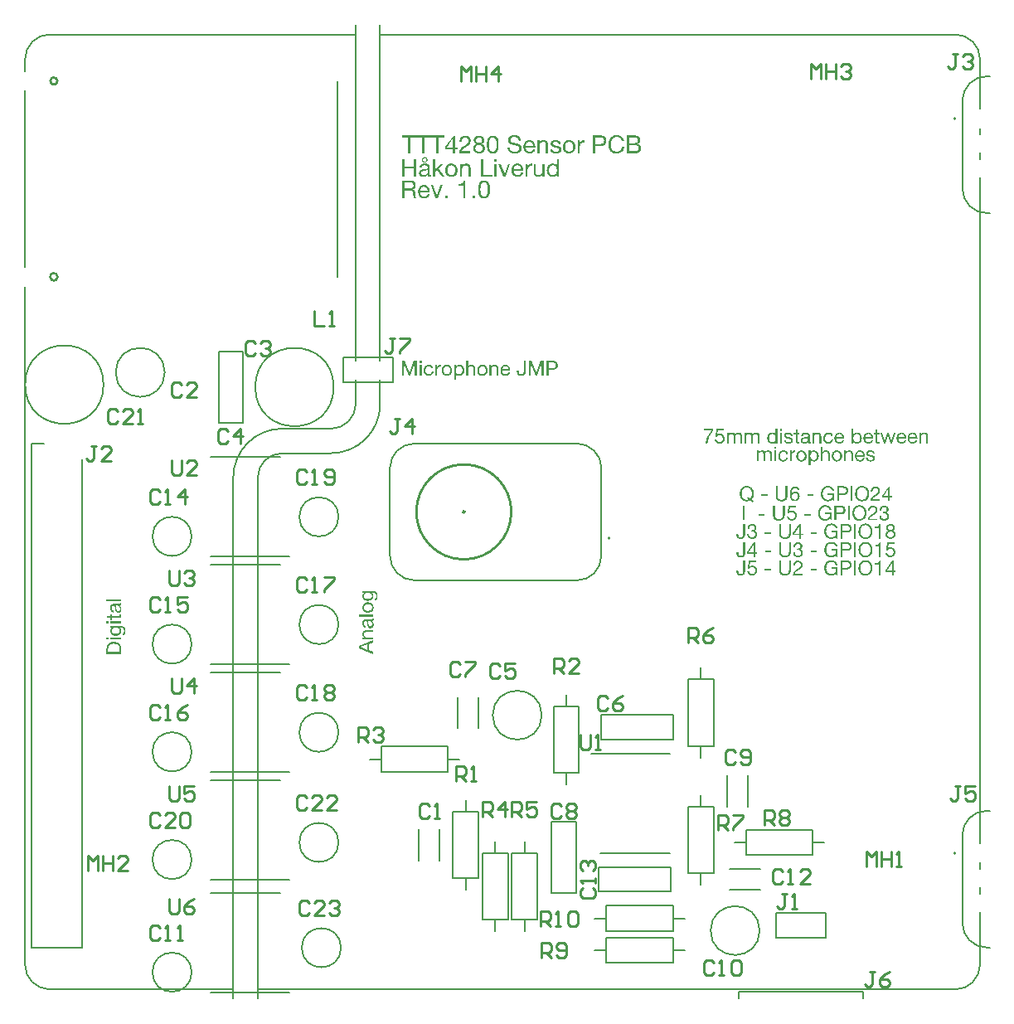
<source format=gto>
G04*
G04 #@! TF.GenerationSoftware,Altium Limited,Altium Designer,23.1.1 (15)*
G04*
G04 Layer_Color=65535*
%FSLAX44Y44*%
%MOMM*%
G71*
G04*
G04 #@! TF.SameCoordinates,6738689B-69C8-4945-92D2-403F8773F2B1*
G04*
G04*
G04 #@! TF.FilePolarity,Positive*
G04*
G01*
G75*
%ADD10C,0.2000*%
%ADD11C,0.1270*%
%ADD12C,0.2540*%
G36*
X785243Y582823D02*
X783456D01*
Y585026D01*
X785243D01*
Y582823D01*
D02*
G37*
G36*
X780611Y570002D02*
X778807D01*
Y571460D01*
X778772D01*
Y571442D01*
X778755Y571425D01*
X778685Y571321D01*
X778581Y571147D01*
X778442Y570956D01*
X778252Y570748D01*
X778009Y570523D01*
X777714Y570332D01*
X777384Y570158D01*
X777367D01*
X777349Y570141D01*
X777297Y570124D01*
X777211Y570089D01*
X777124Y570072D01*
X777020Y570037D01*
X776760Y569968D01*
X776465Y569881D01*
X776100Y569829D01*
X775719Y569777D01*
X775302Y569759D01*
X775094D01*
X774973Y569777D01*
X774851D01*
X774556Y569811D01*
X774209Y569864D01*
X773845Y569950D01*
X773464Y570054D01*
X773099Y570210D01*
X773082D01*
X773064Y570228D01*
X773012Y570262D01*
X772943Y570297D01*
X772769Y570401D01*
X772561Y570540D01*
X772301Y570714D01*
X772041Y570922D01*
X771781Y571165D01*
X771538Y571442D01*
Y571460D01*
X771503Y571477D01*
X771434Y571581D01*
X771330Y571754D01*
X771191Y571963D01*
X771035Y572240D01*
X770879Y572552D01*
X770740Y572899D01*
X770601Y573264D01*
Y573281D01*
X770584Y573316D01*
X770566Y573368D01*
X770549Y573437D01*
X770532Y573541D01*
X770497Y573663D01*
X770445Y573923D01*
X770393Y574253D01*
X770341Y574634D01*
X770306Y575033D01*
X770289Y575467D01*
Y575484D01*
Y575519D01*
Y575588D01*
Y575658D01*
X770306Y575762D01*
Y575883D01*
X770323Y576178D01*
X770358Y576508D01*
X770410Y576872D01*
X770480Y577254D01*
X770584Y577635D01*
Y577653D01*
X770601Y577687D01*
X770618Y577740D01*
X770636Y577809D01*
X770723Y578000D01*
X770827Y578243D01*
X770948Y578520D01*
X771104Y578833D01*
X771295Y579145D01*
X771520Y579440D01*
Y579457D01*
X771555Y579474D01*
X771642Y579561D01*
X771763Y579717D01*
X771954Y579891D01*
X772180Y580082D01*
X772440Y580290D01*
X772752Y580498D01*
X773082Y580671D01*
X773099D01*
X773117Y580689D01*
X773169Y580706D01*
X773255Y580741D01*
X773342Y580775D01*
X773446Y580810D01*
X773706Y580897D01*
X774019Y580984D01*
X774400Y581053D01*
X774799Y581105D01*
X775250Y581123D01*
X775406D01*
X775528Y581105D01*
X775667D01*
X775823Y581088D01*
X776170Y581036D01*
X776187D01*
X776256Y581018D01*
X776343Y581001D01*
X776465Y580966D01*
X776621Y580932D01*
X776777Y580880D01*
X777124Y580741D01*
X777141D01*
X777211Y580706D01*
X777297Y580671D01*
X777419Y580602D01*
X777558Y580533D01*
X777714Y580446D01*
X778043Y580220D01*
X778061Y580203D01*
X778113Y580168D01*
X778199Y580099D01*
X778304Y580012D01*
X778408Y579891D01*
X778529Y579752D01*
X778651Y579596D01*
X778772Y579422D01*
X778807D01*
Y585026D01*
X780611D01*
Y570002D01*
D02*
G37*
G36*
X759203Y581105D02*
X759429Y581088D01*
X759689Y581053D01*
X760192Y580949D01*
X760227D01*
X760313Y580914D01*
X760435Y580880D01*
X760591Y580810D01*
X760765Y580741D01*
X760955Y580637D01*
X761146Y580533D01*
X761337Y580394D01*
X761354Y580377D01*
X761406Y580324D01*
X761493Y580238D01*
X761597Y580134D01*
X761719Y579977D01*
X761840Y579821D01*
X761962Y579631D01*
X762066Y579405D01*
X762083Y579370D01*
X762118Y579301D01*
X762152Y579179D01*
X762205Y579006D01*
X762256Y578798D01*
X762309Y578555D01*
X762326Y578277D01*
X762343Y577965D01*
Y570002D01*
X760539D01*
Y577132D01*
Y577150D01*
Y577219D01*
Y577323D01*
X760522Y577445D01*
Y577583D01*
X760504Y577740D01*
X760452Y578069D01*
Y578087D01*
X760435Y578139D01*
X760418Y578225D01*
X760383Y578329D01*
X760296Y578590D01*
X760140Y578833D01*
X760123Y578850D01*
X760105Y578885D01*
X760053Y578954D01*
X759984Y579023D01*
X759880Y579110D01*
X759776Y579197D01*
X759654Y579284D01*
X759498Y579353D01*
X759481Y579370D01*
X759429Y579388D01*
X759342Y579422D01*
X759221Y579457D01*
X759064Y579492D01*
X758891Y579509D01*
X758683Y579544D01*
X758318D01*
X758232Y579526D01*
X758110D01*
X757989Y579509D01*
X757694Y579457D01*
X757364Y579353D01*
X757017Y579214D01*
X756670Y579041D01*
X756514Y578919D01*
X756358Y578781D01*
X756323Y578746D01*
X756237Y578642D01*
X756115Y578485D01*
X755976Y578243D01*
X755838Y577965D01*
X755716Y577618D01*
X755630Y577219D01*
X755612Y576994D01*
X755595Y576768D01*
Y570002D01*
X753808D01*
Y577132D01*
Y577150D01*
Y577219D01*
Y577323D01*
X753791Y577445D01*
Y577601D01*
X753773Y577757D01*
X753704Y578087D01*
Y578104D01*
X753687Y578156D01*
X753669Y578243D01*
X753634Y578347D01*
X753530Y578607D01*
X753392Y578867D01*
X753374Y578885D01*
X753357Y578919D01*
X753305Y578989D01*
X753235Y579058D01*
X753149Y579127D01*
X753027Y579214D01*
X752906Y579301D01*
X752767Y579370D01*
X752750D01*
X752698Y579405D01*
X752611Y579422D01*
X752489Y579457D01*
X752351Y579492D01*
X752177Y579509D01*
X751986Y579544D01*
X751639D01*
X751501Y579526D01*
X751310Y579509D01*
X751102Y579474D01*
X750876Y579405D01*
X750651Y579336D01*
X750425Y579231D01*
X750408Y579214D01*
X750338Y579179D01*
X750234Y579110D01*
X750113Y579023D01*
X749957Y578902D01*
X749818Y578781D01*
X749662Y578624D01*
X749523Y578468D01*
X749506Y578451D01*
X749471Y578399D01*
X749401Y578312D01*
X749332Y578191D01*
X749245Y578052D01*
X749159Y577896D01*
X749089Y577722D01*
X749020Y577549D01*
Y577531D01*
X749003Y577479D01*
X748968Y577393D01*
X748951Y577271D01*
X748881Y577028D01*
X748864Y576768D01*
Y570002D01*
X747077D01*
Y580880D01*
X748760D01*
Y579266D01*
X748812D01*
X748829Y579284D01*
X748864Y579353D01*
X748933Y579440D01*
X749037Y579561D01*
X749159Y579700D01*
X749315Y579856D01*
X749506Y580029D01*
X749714Y580203D01*
X749939Y580377D01*
X750200Y580533D01*
X750495Y580689D01*
X750807Y580827D01*
X751136Y580949D01*
X751501Y581036D01*
X751900Y581105D01*
X752316Y581123D01*
X752489D01*
X752680Y581105D01*
X752923Y581070D01*
X753201Y581018D01*
X753513Y580949D01*
X753825Y580845D01*
X754138Y580706D01*
X754155D01*
X754172Y580689D01*
X754276Y580619D01*
X754415Y580515D01*
X754589Y580377D01*
X754780Y580168D01*
X754988Y579925D01*
X755161Y579631D01*
X755300Y579266D01*
Y579284D01*
X755335Y579301D01*
X755404Y579405D01*
X755525Y579579D01*
X755699Y579769D01*
X755907Y579995D01*
X756150Y580220D01*
X756428Y580446D01*
X756757Y580637D01*
X756775D01*
X756792Y580654D01*
X756844Y580689D01*
X756913Y580706D01*
X757104Y580793D01*
X757347Y580880D01*
X757625Y580966D01*
X757971Y581053D01*
X758336Y581105D01*
X758717Y581123D01*
X759012D01*
X759203Y581105D01*
D02*
G37*
G36*
X741248D02*
X741473Y581088D01*
X741734Y581053D01*
X742237Y580949D01*
X742271D01*
X742358Y580914D01*
X742480Y580880D01*
X742636Y580810D01*
X742809Y580741D01*
X743000Y580637D01*
X743191Y580533D01*
X743382Y580394D01*
X743399Y580377D01*
X743451Y580324D01*
X743538Y580238D01*
X743642Y580134D01*
X743763Y579977D01*
X743885Y579821D01*
X744006Y579631D01*
X744110Y579405D01*
X744128Y579370D01*
X744162Y579301D01*
X744197Y579179D01*
X744249Y579006D01*
X744301Y578798D01*
X744353Y578555D01*
X744370Y578277D01*
X744388Y577965D01*
Y570002D01*
X742584D01*
Y577132D01*
Y577150D01*
Y577219D01*
Y577323D01*
X742566Y577445D01*
Y577583D01*
X742549Y577740D01*
X742497Y578069D01*
Y578087D01*
X742480Y578139D01*
X742462Y578225D01*
X742428Y578329D01*
X742341Y578590D01*
X742185Y578833D01*
X742167Y578850D01*
X742150Y578885D01*
X742098Y578954D01*
X742029Y579023D01*
X741924Y579110D01*
X741820Y579197D01*
X741699Y579284D01*
X741543Y579353D01*
X741525Y579370D01*
X741473Y579388D01*
X741387Y579422D01*
X741265Y579457D01*
X741109Y579492D01*
X740936Y579509D01*
X740727Y579544D01*
X740363D01*
X740276Y579526D01*
X740155D01*
X740033Y579509D01*
X739739Y579457D01*
X739409Y579353D01*
X739062Y579214D01*
X738715Y579041D01*
X738559Y578919D01*
X738403Y578781D01*
X738368Y578746D01*
X738281Y578642D01*
X738160Y578485D01*
X738021Y578243D01*
X737882Y577965D01*
X737761Y577618D01*
X737674Y577219D01*
X737657Y576994D01*
X737639Y576768D01*
Y570002D01*
X735853D01*
Y577132D01*
Y577150D01*
Y577219D01*
Y577323D01*
X735835Y577445D01*
Y577601D01*
X735818Y577757D01*
X735749Y578087D01*
Y578104D01*
X735731Y578156D01*
X735714Y578243D01*
X735679Y578347D01*
X735575Y578607D01*
X735436Y578867D01*
X735419Y578885D01*
X735402Y578919D01*
X735350Y578989D01*
X735280Y579058D01*
X735193Y579127D01*
X735072Y579214D01*
X734950Y579301D01*
X734812Y579370D01*
X734794D01*
X734742Y579405D01*
X734656Y579422D01*
X734534Y579457D01*
X734395Y579492D01*
X734222Y579509D01*
X734031Y579544D01*
X733684D01*
X733545Y579526D01*
X733354Y579509D01*
X733146Y579474D01*
X732921Y579405D01*
X732695Y579336D01*
X732470Y579231D01*
X732452Y579214D01*
X732383Y579179D01*
X732279Y579110D01*
X732157Y579023D01*
X732001Y578902D01*
X731862Y578781D01*
X731706Y578624D01*
X731568Y578468D01*
X731550Y578451D01*
X731516Y578399D01*
X731446Y578312D01*
X731377Y578191D01*
X731290Y578052D01*
X731203Y577896D01*
X731134Y577722D01*
X731065Y577549D01*
Y577531D01*
X731047Y577479D01*
X731012Y577393D01*
X730995Y577271D01*
X730926Y577028D01*
X730908Y576768D01*
Y570002D01*
X729121D01*
Y580880D01*
X730804D01*
Y579266D01*
X730856D01*
X730874Y579284D01*
X730908Y579353D01*
X730978Y579440D01*
X731082Y579561D01*
X731203Y579700D01*
X731359Y579856D01*
X731550Y580029D01*
X731758Y580203D01*
X731984Y580377D01*
X732244Y580533D01*
X732539Y580689D01*
X732851Y580827D01*
X733181Y580949D01*
X733545Y581036D01*
X733944Y581105D01*
X734361Y581123D01*
X734534D01*
X734725Y581105D01*
X734968Y581070D01*
X735245Y581018D01*
X735558Y580949D01*
X735870Y580845D01*
X736182Y580706D01*
X736199D01*
X736217Y580689D01*
X736321Y580619D01*
X736460Y580515D01*
X736633Y580377D01*
X736824Y580168D01*
X737032Y579925D01*
X737206Y579631D01*
X737345Y579266D01*
Y579284D01*
X737379Y579301D01*
X737449Y579405D01*
X737570Y579579D01*
X737744Y579769D01*
X737952Y579995D01*
X738195Y580220D01*
X738472Y580446D01*
X738802Y580637D01*
X738819D01*
X738837Y580654D01*
X738888Y580689D01*
X738958Y580706D01*
X739149Y580793D01*
X739392Y580880D01*
X739669Y580966D01*
X740016Y581053D01*
X740380Y581105D01*
X740762Y581123D01*
X741057D01*
X741248Y581105D01*
D02*
G37*
G36*
X931159D02*
X931402Y581088D01*
X931679Y581053D01*
X931991Y581001D01*
X932286Y580932D01*
X932564Y580827D01*
X932598Y580810D01*
X932685Y580775D01*
X932824Y580706D01*
X932980Y580619D01*
X933171Y580498D01*
X933362Y580359D01*
X933553Y580203D01*
X933726Y580012D01*
X933744Y579995D01*
X933795Y579925D01*
X933882Y579804D01*
X933969Y579665D01*
X934073Y579474D01*
X934177Y579266D01*
X934281Y579023D01*
X934351Y578763D01*
Y578728D01*
X934385Y578642D01*
X934403Y578485D01*
X934437Y578295D01*
X934472Y578052D01*
X934490Y577774D01*
X934524Y577479D01*
Y577150D01*
Y570002D01*
X932737D01*
Y577358D01*
Y577375D01*
Y577410D01*
Y577462D01*
Y577531D01*
X932703Y577705D01*
X932668Y577930D01*
X932598Y578191D01*
X932494Y578451D01*
X932338Y578711D01*
X932148Y578954D01*
X932113Y578971D01*
X932043Y579041D01*
X931905Y579145D01*
X931731Y579249D01*
X931488Y579353D01*
X931211Y579457D01*
X930898Y579526D01*
X930534Y579544D01*
X930395D01*
X930239Y579526D01*
X930048Y579509D01*
X929823Y579474D01*
X929597Y579440D01*
X929354Y579370D01*
X929111Y579284D01*
X929077Y579266D01*
X929007Y579231D01*
X928903Y579179D01*
X928765Y579110D01*
X928591Y579006D01*
X928435Y578885D01*
X928261Y578746D01*
X928105Y578572D01*
X928088Y578555D01*
X928036Y578485D01*
X927967Y578399D01*
X927880Y578277D01*
X927776Y578104D01*
X927689Y577930D01*
X927585Y577722D01*
X927498Y577497D01*
Y577462D01*
X927463Y577393D01*
X927446Y577254D01*
X927411Y577098D01*
X927377Y576889D01*
X927342Y576664D01*
X927325Y576404D01*
X927307Y576143D01*
Y570002D01*
X925520D01*
Y580880D01*
X927203D01*
Y579145D01*
X927255D01*
Y579162D01*
X927290Y579197D01*
X927307Y579249D01*
X927359Y579318D01*
X927481Y579492D01*
X927637Y579717D01*
X927845Y579960D01*
X928105Y580203D01*
X928383Y580429D01*
X928695Y580637D01*
X928712D01*
X928730Y580654D01*
X928782Y580689D01*
X928851Y580706D01*
X928938Y580758D01*
X929042Y580793D01*
X929302Y580880D01*
X929597Y580966D01*
X929962Y581053D01*
X930343Y581105D01*
X930777Y581123D01*
X930950D01*
X931159Y581105D01*
D02*
G37*
G36*
X822108D02*
X822351Y581088D01*
X822628Y581053D01*
X822941Y581001D01*
X823235Y580932D01*
X823513Y580827D01*
X823548Y580810D01*
X823634Y580775D01*
X823773Y580706D01*
X823929Y580619D01*
X824120Y580498D01*
X824311Y580359D01*
X824502Y580203D01*
X824675Y580012D01*
X824693Y579995D01*
X824745Y579925D01*
X824831Y579804D01*
X824918Y579665D01*
X825022Y579474D01*
X825126Y579266D01*
X825230Y579023D01*
X825300Y578763D01*
Y578728D01*
X825335Y578642D01*
X825352Y578485D01*
X825387Y578295D01*
X825421Y578052D01*
X825439Y577774D01*
X825473Y577479D01*
Y577150D01*
Y570002D01*
X823687D01*
Y577358D01*
Y577375D01*
Y577410D01*
Y577462D01*
Y577531D01*
X823652Y577705D01*
X823617Y577930D01*
X823548Y578191D01*
X823444Y578451D01*
X823288Y578711D01*
X823097Y578954D01*
X823062Y578971D01*
X822993Y579041D01*
X822854Y579145D01*
X822680Y579249D01*
X822437Y579353D01*
X822160Y579457D01*
X821848Y579526D01*
X821483Y579544D01*
X821345D01*
X821188Y579526D01*
X820997Y579509D01*
X820772Y579474D01*
X820546Y579440D01*
X820304Y579370D01*
X820061Y579284D01*
X820026Y579266D01*
X819957Y579231D01*
X819853Y579179D01*
X819714Y579110D01*
X819540Y579006D01*
X819384Y578885D01*
X819211Y578746D01*
X819054Y578572D01*
X819037Y578555D01*
X818985Y578485D01*
X818916Y578399D01*
X818829Y578277D01*
X818725Y578104D01*
X818638Y577930D01*
X818534Y577722D01*
X818447Y577497D01*
Y577462D01*
X818413Y577393D01*
X818395Y577254D01*
X818361Y577098D01*
X818326Y576889D01*
X818291Y576664D01*
X818274Y576404D01*
X818257Y576143D01*
Y570002D01*
X816470D01*
Y580880D01*
X818152D01*
Y579145D01*
X818204D01*
Y579162D01*
X818239Y579197D01*
X818257Y579249D01*
X818309Y579318D01*
X818430Y579492D01*
X818586Y579717D01*
X818794Y579960D01*
X819054Y580203D01*
X819332Y580429D01*
X819644Y580637D01*
X819662D01*
X819679Y580654D01*
X819731Y580689D01*
X819800Y580706D01*
X819887Y580758D01*
X819991Y580793D01*
X820252Y580880D01*
X820546Y580966D01*
X820911Y581053D01*
X821292Y581105D01*
X821726Y581123D01*
X821900D01*
X822108Y581105D01*
D02*
G37*
G36*
X792182D02*
X792442Y581088D01*
X792720Y581053D01*
X793310Y580966D01*
X793344D01*
X793449Y580932D01*
X793587Y580897D01*
X793778Y580845D01*
X794004Y580758D01*
X794229Y580671D01*
X794472Y580550D01*
X794698Y580411D01*
X794732Y580394D01*
X794802Y580342D01*
X794906Y580255D01*
X795045Y580134D01*
X795201Y579995D01*
X795357Y579804D01*
X795513Y579613D01*
X795652Y579370D01*
X795669Y579336D01*
X795704Y579249D01*
X795773Y579110D01*
X795843Y578919D01*
X795912Y578676D01*
X795981Y578399D01*
X796051Y578069D01*
X796086Y577722D01*
X794299D01*
Y577740D01*
X794281Y577809D01*
X794264Y577913D01*
X794247Y578035D01*
X794160Y578312D01*
X794090Y578451D01*
X794004Y578590D01*
X793986Y578607D01*
X793969Y578642D01*
X793917Y578711D01*
X793848Y578798D01*
X793657Y578971D01*
X793414Y579145D01*
X793397Y579162D01*
X793362Y579179D01*
X793275Y579214D01*
X793188Y579266D01*
X793067Y579301D01*
X792945Y579353D01*
X792633Y579440D01*
X792616D01*
X792564Y579457D01*
X792477Y579474D01*
X792373Y579492D01*
X792234Y579509D01*
X792095Y579526D01*
X791766Y579544D01*
X791523D01*
X791384Y579526D01*
X791263Y579509D01*
X790950Y579474D01*
X790933D01*
X790881Y579457D01*
X790812D01*
X790708Y579422D01*
X790465Y579370D01*
X790204Y579266D01*
X790187D01*
X790152Y579231D01*
X790083Y579197D01*
X790014Y579162D01*
X789840Y579023D01*
X789667Y578833D01*
Y578815D01*
X789632Y578781D01*
X789597Y578728D01*
X789563Y578642D01*
X789528Y578538D01*
X789493Y578433D01*
X789476Y578295D01*
X789458Y578156D01*
Y578139D01*
Y578069D01*
X789476Y577982D01*
X789493Y577878D01*
X789528Y577757D01*
X789597Y577618D01*
X789667Y577497D01*
X789771Y577375D01*
X789788Y577358D01*
X789823Y577323D01*
X789910Y577271D01*
X789996Y577202D01*
X790118Y577115D01*
X790257Y577046D01*
X790430Y576959D01*
X790603Y576872D01*
X790621D01*
X790690Y576838D01*
X790794Y576803D01*
X790933Y576768D01*
X791107Y576716D01*
X791297Y576647D01*
X791506Y576595D01*
X791731Y576543D01*
X791766D01*
X791835Y576525D01*
X791974Y576491D01*
X792130Y576456D01*
X792321Y576421D01*
X792546Y576369D01*
X793015Y576265D01*
X793050D01*
X793136Y576230D01*
X793258Y576213D01*
X793431Y576161D01*
X793622Y576109D01*
X793848Y576039D01*
X794316Y575901D01*
X794351Y575883D01*
X794420Y575866D01*
X794541Y575814D01*
X794698Y575762D01*
X794871Y575675D01*
X795062Y575571D01*
X795444Y575345D01*
X795461Y575328D01*
X795530Y575276D01*
X795617Y575207D01*
X795739Y575103D01*
X795860Y574981D01*
X795999Y574842D01*
X796138Y574669D01*
X796259Y574478D01*
X796276Y574461D01*
X796311Y574391D01*
X796363Y574270D01*
X796415Y574114D01*
X796467Y573940D01*
X796519Y573715D01*
X796554Y573455D01*
X796571Y573177D01*
Y573160D01*
Y573142D01*
Y573090D01*
Y573021D01*
X796554Y572830D01*
X796519Y572604D01*
X796467Y572344D01*
X796398Y572067D01*
X796294Y571789D01*
X796155Y571529D01*
X796138Y571494D01*
X796086Y571425D01*
X795981Y571303D01*
X795860Y571147D01*
X795704Y570974D01*
X795530Y570800D01*
X795322Y570627D01*
X795079Y570471D01*
X795045Y570453D01*
X794958Y570401D01*
X794819Y570332D01*
X794646Y570245D01*
X794420Y570158D01*
X794177Y570072D01*
X793900Y569985D01*
X793587Y569916D01*
X793553D01*
X793449Y569898D01*
X793275Y569864D01*
X793067Y569846D01*
X792824Y569811D01*
X792546Y569777D01*
X792252Y569759D01*
X791783D01*
X791592Y569777D01*
X791367D01*
X791107Y569811D01*
X790812Y569846D01*
X790499Y569881D01*
X790187Y569950D01*
X790152Y569968D01*
X790048Y569985D01*
X789910Y570037D01*
X789701Y570106D01*
X789493Y570193D01*
X789250Y570297D01*
X788990Y570419D01*
X788747Y570575D01*
X788712Y570592D01*
X788643Y570662D01*
X788522Y570748D01*
X788383Y570887D01*
X788227Y571043D01*
X788053Y571234D01*
X787897Y571460D01*
X787741Y571702D01*
X787724Y571737D01*
X787689Y571824D01*
X787620Y571980D01*
X787550Y572188D01*
X787481Y572431D01*
X787411Y572726D01*
X787359Y573055D01*
X787325Y573420D01*
X789112D01*
Y573385D01*
Y573316D01*
X789129Y573212D01*
X789146Y573073D01*
X789181Y572899D01*
X789233Y572743D01*
X789302Y572570D01*
X789389Y572414D01*
X789407Y572396D01*
X789441Y572344D01*
X789493Y572275D01*
X789563Y572188D01*
X789667Y572084D01*
X789771Y571980D01*
X790048Y571772D01*
X790066Y571754D01*
X790118Y571737D01*
X790204Y571685D01*
X790326Y571633D01*
X790465Y571581D01*
X790621Y571529D01*
X790968Y571425D01*
X790985D01*
X791055Y571408D01*
X791159Y571390D01*
X791297Y571373D01*
X791454Y571355D01*
X791644Y571338D01*
X792043Y571321D01*
X792304D01*
X792442Y571338D01*
X792581D01*
X792911Y571373D01*
X792928D01*
X792998Y571390D01*
X793084Y571408D01*
X793188Y571425D01*
X793327Y571460D01*
X793466Y571512D01*
X793761Y571616D01*
X793778D01*
X793830Y571650D01*
X793900Y571685D01*
X793986Y571737D01*
X794195Y571893D01*
X794403Y572101D01*
X794420Y572119D01*
X794437Y572153D01*
X794490Y572240D01*
X794541Y572327D01*
X794576Y572448D01*
X794628Y572587D01*
X794646Y572761D01*
X794663Y572934D01*
Y572952D01*
Y573021D01*
X794646Y573125D01*
X794628Y573246D01*
X794594Y573385D01*
X794524Y573524D01*
X794455Y573663D01*
X794351Y573784D01*
X794333Y573801D01*
X794299Y573836D01*
X794229Y573906D01*
X794143Y573975D01*
X794021Y574062D01*
X793882Y574148D01*
X793726Y574235D01*
X793553Y574322D01*
X793535Y574339D01*
X793466Y574357D01*
X793362Y574409D01*
X793223Y574443D01*
X793067Y574513D01*
X792876Y574565D01*
X792651Y574617D01*
X792425Y574669D01*
X792390D01*
X792321Y574686D01*
X792182Y574721D01*
X792026Y574756D01*
X791818Y574790D01*
X791592Y574842D01*
X791349Y574894D01*
X791107Y574947D01*
X791072D01*
X791003Y574981D01*
X790864Y575016D01*
X790690Y575051D01*
X790499Y575103D01*
X790274Y575172D01*
X789806Y575311D01*
X789771Y575328D01*
X789701Y575345D01*
X789580Y575398D01*
X789424Y575467D01*
X789250Y575554D01*
X789060Y575640D01*
X788678Y575866D01*
X788661Y575883D01*
X788591Y575918D01*
X788504Y576005D01*
X788383Y576091D01*
X788261Y576213D01*
X788123Y576369D01*
X787984Y576525D01*
X787862Y576716D01*
X787845Y576733D01*
X787810Y576820D01*
X787758Y576924D01*
X787706Y577080D01*
X787654Y577271D01*
X787602Y577497D01*
X787568Y577757D01*
X787550Y578035D01*
Y578052D01*
Y578069D01*
Y578173D01*
X787568Y578329D01*
X787602Y578520D01*
X787637Y578728D01*
X787706Y578971D01*
X787793Y579214D01*
X787915Y579440D01*
X787932Y579474D01*
X787984Y579544D01*
X788071Y579648D01*
X788175Y579787D01*
X788314Y579925D01*
X788487Y580099D01*
X788661Y580255D01*
X788869Y580394D01*
X788903Y580411D01*
X788973Y580463D01*
X789094Y580533D01*
X789250Y580602D01*
X789441Y580706D01*
X789667Y580793D01*
X789910Y580880D01*
X790170Y580949D01*
X790204D01*
X790291Y580984D01*
X790447Y581001D01*
X790621Y581036D01*
X790846Y581070D01*
X791089Y581088D01*
X791627Y581123D01*
X791957D01*
X792182Y581105D01*
D02*
G37*
G36*
X833055D02*
X833280Y581088D01*
X833540Y581070D01*
X833835Y581036D01*
X834147Y580966D01*
X834442Y580897D01*
X834460D01*
X834477Y580880D01*
X834581Y580862D01*
X834737Y580810D01*
X834928Y580741D01*
X835154Y580637D01*
X835397Y580533D01*
X835639Y580377D01*
X835882Y580220D01*
X835917Y580203D01*
X835986Y580134D01*
X836108Y580029D01*
X836247Y579891D01*
X836420Y579735D01*
X836594Y579526D01*
X836750Y579301D01*
X836906Y579041D01*
X836923Y579006D01*
X836975Y578919D01*
X837045Y578763D01*
X837114Y578572D01*
X837201Y578329D01*
X837288Y578052D01*
X837357Y577722D01*
X837409Y577375D01*
X835553D01*
Y577393D01*
X835535Y577427D01*
Y577479D01*
X835518Y577549D01*
X835449Y577740D01*
X835362Y577965D01*
X835240Y578225D01*
X835084Y578485D01*
X834893Y578746D01*
X834651Y578971D01*
X834616Y578989D01*
X834529Y579058D01*
X834373Y579145D01*
X834182Y579266D01*
X833922Y579370D01*
X833610Y579457D01*
X833263Y579526D01*
X832864Y579544D01*
X832708D01*
X832517Y579526D01*
X832291Y579492D01*
X832031Y579457D01*
X831771Y579388D01*
X831493Y579301D01*
X831233Y579179D01*
X831198Y579162D01*
X831129Y579110D01*
X831008Y579041D01*
X830869Y578937D01*
X830695Y578798D01*
X830522Y578642D01*
X830348Y578451D01*
X830192Y578243D01*
X830175Y578208D01*
X830123Y578139D01*
X830071Y578017D01*
X829984Y577844D01*
X829897Y577653D01*
X829793Y577410D01*
X829706Y577150D01*
X829637Y576872D01*
Y576838D01*
X829602Y576733D01*
X829585Y576595D01*
X829550Y576386D01*
X829516Y576143D01*
X829498Y575883D01*
X829464Y575588D01*
Y575294D01*
Y575259D01*
Y575172D01*
X829481Y575016D01*
Y574825D01*
X829498Y574599D01*
X829533Y574357D01*
X829637Y573819D01*
X829654Y573784D01*
X829672Y573697D01*
X829724Y573559D01*
X829776Y573402D01*
X829863Y573194D01*
X829967Y572986D01*
X830071Y572761D01*
X830209Y572552D01*
X830227Y572535D01*
X830279Y572466D01*
X830366Y572362D01*
X830470Y572240D01*
X830608Y572084D01*
X830782Y571945D01*
X830973Y571789D01*
X831181Y571650D01*
X831216Y571633D01*
X831285Y571598D01*
X831424Y571546D01*
X831597Y571494D01*
X831805Y571425D01*
X832066Y571373D01*
X832343Y571338D01*
X832655Y571321D01*
X832777D01*
X832864Y571338D01*
X832985D01*
X833107Y571355D01*
X833401Y571408D01*
X833731Y571494D01*
X834061Y571616D01*
X834408Y571789D01*
X834703Y572015D01*
X834720Y572032D01*
X834737Y572049D01*
X834824Y572153D01*
X834946Y572310D01*
X835102Y572535D01*
X835275Y572813D01*
X835414Y573142D01*
X835553Y573541D01*
X835639Y573975D01*
X837461D01*
Y573958D01*
X837444Y573888D01*
X837426Y573784D01*
X837392Y573645D01*
X837357Y573472D01*
X837305Y573281D01*
X837235Y573073D01*
X837166Y572847D01*
X836958Y572344D01*
X836836Y572084D01*
X836698Y571824D01*
X836542Y571564D01*
X836368Y571321D01*
X836177Y571095D01*
X835952Y570870D01*
X835934Y570852D01*
X835900Y570818D01*
X835830Y570766D01*
X835726Y570696D01*
X835605Y570610D01*
X835466Y570523D01*
X835293Y570419D01*
X835084Y570314D01*
X834859Y570210D01*
X834616Y570106D01*
X834356Y570020D01*
X834061Y569933D01*
X833748Y569864D01*
X833401Y569811D01*
X833055Y569777D01*
X832673Y569759D01*
X832465D01*
X832361Y569777D01*
X832222D01*
X831927Y569811D01*
X831580Y569864D01*
X831216Y569933D01*
X830834Y570020D01*
X830470Y570158D01*
X830452D01*
X830435Y570176D01*
X830383Y570193D01*
X830313Y570228D01*
X830140Y570332D01*
X829914Y570453D01*
X829654Y570610D01*
X829394Y570800D01*
X829134Y571026D01*
X828874Y571286D01*
Y571303D01*
X828839Y571321D01*
X828770Y571425D01*
X828648Y571581D01*
X828509Y571789D01*
X828353Y572049D01*
X828197Y572344D01*
X828041Y572691D01*
X827902Y573055D01*
Y573073D01*
X827885Y573108D01*
X827867Y573160D01*
X827850Y573229D01*
X827833Y573333D01*
X827798Y573437D01*
X827746Y573715D01*
X827677Y574044D01*
X827625Y574426D01*
X827590Y574842D01*
X827572Y575294D01*
Y575311D01*
Y575345D01*
Y575415D01*
Y575502D01*
X827590Y575606D01*
Y575745D01*
X827607Y576039D01*
X827642Y576386D01*
X827711Y576785D01*
X827781Y577184D01*
X827885Y577583D01*
Y577601D01*
X827902Y577635D01*
X827919Y577687D01*
X827954Y577757D01*
X828024Y577965D01*
X828128Y578208D01*
X828266Y578503D01*
X828440Y578798D01*
X828631Y579127D01*
X828856Y579422D01*
Y579440D01*
X828891Y579457D01*
X828978Y579561D01*
X829117Y579700D01*
X829290Y579873D01*
X829533Y580082D01*
X829793Y580290D01*
X830105Y580481D01*
X830452Y580671D01*
X830470D01*
X830504Y580689D01*
X830556Y580706D01*
X830626Y580741D01*
X830713Y580775D01*
X830817Y580810D01*
X831094Y580897D01*
X831424Y580984D01*
X831805Y581053D01*
X832239Y581105D01*
X832708Y581123D01*
X832864D01*
X833055Y581105D01*
D02*
G37*
G36*
X897763Y570002D02*
X895872D01*
X893669Y578642D01*
X893617D01*
X891431Y570002D01*
X889488D01*
X886001Y580880D01*
X887979D01*
X890442Y571980D01*
X890477D01*
X892680Y580880D01*
X894623D01*
X896896Y571980D01*
X896948D01*
X899394Y580880D01*
X901233D01*
X897763Y570002D01*
D02*
G37*
G36*
X725982Y583083D02*
X719962D01*
X719164Y578798D01*
X719198Y578746D01*
X719216Y578763D01*
X719285Y578833D01*
X719389Y578937D01*
X719545Y579058D01*
X719719Y579197D01*
X719927Y579318D01*
X720170Y579457D01*
X720447Y579561D01*
X720465D01*
X720482Y579579D01*
X720586Y579596D01*
X720725Y579648D01*
X720933Y579700D01*
X721159Y579735D01*
X721419Y579787D01*
X721696Y579804D01*
X721974Y579821D01*
X722148D01*
X722338Y579804D01*
X722581Y579787D01*
X722859Y579752D01*
X723188Y579683D01*
X723518Y579613D01*
X723848Y579509D01*
X723865D01*
X723882Y579492D01*
X723934Y579474D01*
X724004Y579457D01*
X724160Y579370D01*
X724368Y579266D01*
X724611Y579145D01*
X724871Y578971D01*
X725131Y578781D01*
X725374Y578555D01*
X725409Y578520D01*
X725478Y578433D01*
X725600Y578295D01*
X725756Y578121D01*
X725912Y577878D01*
X726086Y577601D01*
X726259Y577289D01*
X726415Y576941D01*
Y576924D01*
X726432Y576907D01*
X726450Y576838D01*
X726467Y576768D01*
X726502Y576681D01*
X726537Y576577D01*
X726606Y576300D01*
X726675Y575970D01*
X726745Y575588D01*
X726779Y575172D01*
X726797Y574704D01*
Y574686D01*
Y574669D01*
Y574617D01*
Y574548D01*
X726779Y574357D01*
X726762Y574131D01*
X726710Y573836D01*
X726658Y573541D01*
X726571Y573212D01*
X726467Y572865D01*
Y572847D01*
X726450Y572830D01*
X726432Y572778D01*
X726398Y572709D01*
X726328Y572552D01*
X726224Y572327D01*
X726086Y572084D01*
X725912Y571824D01*
X725704Y571546D01*
X725478Y571269D01*
X725444Y571234D01*
X725357Y571147D01*
X725218Y571026D01*
X725027Y570870D01*
X724802Y570696D01*
X724524Y570505D01*
X724195Y570332D01*
X723848Y570158D01*
X723830D01*
X723796Y570141D01*
X723744Y570124D01*
X723674Y570089D01*
X723587Y570072D01*
X723466Y570037D01*
X723206Y569968D01*
X722859Y569881D01*
X722477Y569829D01*
X722043Y569777D01*
X721575Y569759D01*
X721419D01*
X721228Y569777D01*
X720985Y569794D01*
X720708Y569829D01*
X720395Y569881D01*
X720083Y569950D01*
X719753Y570037D01*
X719736D01*
X719719Y570054D01*
X719615Y570089D01*
X719458Y570158D01*
X719250Y570245D01*
X719007Y570367D01*
X718765Y570505D01*
X718504Y570679D01*
X718244Y570870D01*
X718210Y570887D01*
X718140Y570974D01*
X718019Y571095D01*
X717880Y571251D01*
X717706Y571442D01*
X717550Y571668D01*
X717377Y571928D01*
X717221Y572206D01*
Y572223D01*
X717203Y572240D01*
X717169Y572344D01*
X717099Y572518D01*
X717030Y572726D01*
X716960Y573004D01*
X716891Y573298D01*
X716839Y573645D01*
X716822Y574010D01*
X718608D01*
Y573992D01*
X718626Y573906D01*
Y573801D01*
X718661Y573663D01*
X718695Y573489D01*
X718747Y573316D01*
X718799Y573125D01*
X718886Y572934D01*
X718903Y572917D01*
X718938Y572847D01*
X718990Y572761D01*
X719060Y572639D01*
X719146Y572518D01*
X719268Y572379D01*
X719407Y572223D01*
X719545Y572084D01*
X719563Y572067D01*
X719615Y572032D01*
X719701Y571963D01*
X719823Y571876D01*
X719962Y571789D01*
X720135Y571685D01*
X720309Y571598D01*
X720517Y571512D01*
X720534D01*
X720621Y571477D01*
X720725Y571460D01*
X720881Y571425D01*
X721055Y571390D01*
X721263Y571355D01*
X721506Y571338D01*
X721749Y571321D01*
X721853D01*
X721974Y571338D01*
X722130Y571355D01*
X722321Y571373D01*
X722512Y571408D01*
X722737Y571460D01*
X722945Y571529D01*
X722980Y571546D01*
X723050Y571564D01*
X723154Y571616D01*
X723292Y571702D01*
X723449Y571789D01*
X723622Y571911D01*
X723796Y572032D01*
X723969Y572188D01*
X723986Y572206D01*
X724038Y572275D01*
X724125Y572362D01*
X724212Y572500D01*
X724333Y572657D01*
X724437Y572847D01*
X724542Y573055D01*
X724646Y573298D01*
X724663Y573333D01*
X724680Y573420D01*
X724732Y573559D01*
X724784Y573750D01*
X724819Y573975D01*
X724871Y574235D01*
X724889Y574548D01*
X724906Y574860D01*
Y574894D01*
Y574981D01*
X724889Y575120D01*
X724871Y575311D01*
X724854Y575519D01*
X724802Y575745D01*
X724750Y575970D01*
X724663Y576213D01*
X724646Y576248D01*
X724611Y576317D01*
X724559Y576438D01*
X724490Y576577D01*
X724385Y576751D01*
X724264Y576924D01*
X724125Y577115D01*
X723969Y577289D01*
X723952Y577306D01*
X723900Y577358D01*
X723796Y577445D01*
X723674Y577549D01*
X723518Y577653D01*
X723344Y577774D01*
X723136Y577878D01*
X722911Y577982D01*
X722876Y578000D01*
X722807Y578017D01*
X722668Y578069D01*
X722512Y578121D01*
X722304Y578156D01*
X722078Y578208D01*
X721818Y578225D01*
X721540Y578243D01*
X721402D01*
X721228Y578225D01*
X721020Y578191D01*
X720777Y578139D01*
X720517Y578069D01*
X720239Y577982D01*
X719979Y577844D01*
X719944Y577826D01*
X719857Y577774D01*
X719736Y577687D01*
X719563Y577583D01*
X719372Y577427D01*
X719181Y577254D01*
X718973Y577063D01*
X718765Y576838D01*
X717221Y576924D01*
X718608Y584661D01*
X725982D01*
Y583083D01*
D02*
G37*
G36*
X882844Y580880D02*
X885012D01*
Y579301D01*
X882844D01*
Y572535D01*
Y572518D01*
Y572483D01*
Y572431D01*
Y572362D01*
X882861Y572188D01*
X882896Y572032D01*
X882913Y571997D01*
X882948Y571928D01*
X883000Y571824D01*
X883087Y571737D01*
X883121Y571720D01*
X883191Y571685D01*
X883330Y571633D01*
X883503Y571598D01*
X883555D01*
X883607Y571581D01*
X883798D01*
X883920Y571564D01*
X885012D01*
Y570002D01*
X883399D01*
X883225Y570020D01*
X883052D01*
X882844Y570037D01*
X882636Y570054D01*
X882445Y570089D01*
X882428D01*
X882358Y570106D01*
X882271Y570124D01*
X882167Y570158D01*
X881907Y570280D01*
X881647Y570436D01*
X881629Y570453D01*
X881595Y570488D01*
X881543Y570540D01*
X881473Y570627D01*
X881404Y570731D01*
X881335Y570852D01*
X881265Y570991D01*
X881196Y571147D01*
Y571165D01*
X881179Y571234D01*
X881161Y571338D01*
X881126Y571477D01*
X881109Y571650D01*
X881074Y571858D01*
X881057Y572101D01*
Y572379D01*
Y579301D01*
X879201D01*
Y580880D01*
X881057D01*
Y584141D01*
X882844D01*
Y580880D01*
D02*
G37*
G36*
X801030D02*
X803198D01*
Y579301D01*
X801030D01*
Y572535D01*
Y572518D01*
Y572483D01*
Y572431D01*
Y572362D01*
X801047Y572188D01*
X801082Y572032D01*
X801099Y571997D01*
X801134Y571928D01*
X801186Y571824D01*
X801273Y571737D01*
X801307Y571720D01*
X801377Y571685D01*
X801516Y571633D01*
X801689Y571598D01*
X801741D01*
X801793Y571581D01*
X801984D01*
X802105Y571564D01*
X803198D01*
Y570002D01*
X801585D01*
X801411Y570020D01*
X801238D01*
X801030Y570037D01*
X800822Y570054D01*
X800631Y570089D01*
X800613D01*
X800544Y570106D01*
X800457Y570124D01*
X800353Y570158D01*
X800093Y570280D01*
X799833Y570436D01*
X799815Y570453D01*
X799781Y570488D01*
X799729Y570540D01*
X799659Y570627D01*
X799590Y570731D01*
X799520Y570852D01*
X799451Y570991D01*
X799382Y571147D01*
Y571165D01*
X799364Y571234D01*
X799347Y571338D01*
X799312Y571477D01*
X799295Y571650D01*
X799260Y571858D01*
X799243Y572101D01*
Y572379D01*
Y579301D01*
X797387D01*
Y580880D01*
X799243D01*
Y584141D01*
X801030D01*
Y580880D01*
D02*
G37*
G36*
X785243Y570002D02*
X783456D01*
Y580880D01*
X785243D01*
Y570002D01*
D02*
G37*
G36*
X715104Y583117D02*
X715087Y583100D01*
X715052Y583065D01*
X715000Y583013D01*
X714913Y582927D01*
X714809Y582805D01*
X714688Y582684D01*
X714549Y582545D01*
X714410Y582371D01*
X714254Y582181D01*
X714081Y581990D01*
X713716Y581521D01*
X713352Y581018D01*
X712970Y580463D01*
X712953Y580446D01*
X712918Y580394D01*
X712866Y580307D01*
X712797Y580203D01*
X712710Y580064D01*
X712623Y579891D01*
X712502Y579700D01*
X712381Y579474D01*
X712242Y579249D01*
X712103Y578989D01*
X711808Y578433D01*
X711513Y577826D01*
X711218Y577184D01*
Y577167D01*
X711183Y577115D01*
X711149Y577011D01*
X711097Y576889D01*
X711027Y576733D01*
X710958Y576543D01*
X710871Y576317D01*
X710784Y576091D01*
X710680Y575831D01*
X710576Y575554D01*
X710368Y574947D01*
X710160Y574287D01*
X709969Y573593D01*
Y573576D01*
X709952Y573507D01*
X709917Y573402D01*
X709900Y573281D01*
X709848Y573108D01*
X709813Y572917D01*
X709761Y572691D01*
X709709Y572448D01*
X709657Y572188D01*
X709605Y571893D01*
X709518Y571303D01*
X709431Y570662D01*
X709379Y570002D01*
X707384D01*
Y570020D01*
Y570089D01*
X707402Y570193D01*
X707419Y570332D01*
X707436Y570488D01*
X707454Y570696D01*
X707471Y570922D01*
X707506Y571165D01*
X707540Y571442D01*
X707592Y571737D01*
X707697Y572344D01*
X707818Y573004D01*
X707991Y573680D01*
Y573697D01*
X708009Y573767D01*
X708043Y573854D01*
X708078Y573992D01*
X708130Y574148D01*
X708199Y574339D01*
X708269Y574548D01*
X708338Y574790D01*
X708425Y575051D01*
X708529Y575311D01*
X708737Y575901D01*
X708998Y576508D01*
X709275Y577132D01*
X709293Y577150D01*
X709310Y577202D01*
X709362Y577289D01*
X709414Y577410D01*
X709483Y577566D01*
X709570Y577740D01*
X709674Y577930D01*
X709796Y578156D01*
X710056Y578624D01*
X710351Y579145D01*
X710698Y579700D01*
X711062Y580255D01*
X711079Y580272D01*
X711114Y580324D01*
X711166Y580394D01*
X711236Y580498D01*
X711340Y580637D01*
X711444Y580793D01*
X711582Y580966D01*
X711721Y581157D01*
X712051Y581573D01*
X712432Y582025D01*
X712831Y582510D01*
X713265Y582979D01*
X705441D01*
Y584661D01*
X715104D01*
Y583117D01*
D02*
G37*
G36*
X918997Y581105D02*
X919119D01*
X919275Y581088D01*
X919605Y581053D01*
X919986Y580966D01*
X920385Y580862D01*
X920784Y580723D01*
X921166Y580515D01*
X921183D01*
X921201Y580481D01*
X921253Y580463D01*
X921322Y580411D01*
X921496Y580272D01*
X921721Y580099D01*
X921964Y579891D01*
X922207Y579631D01*
X922467Y579318D01*
X922693Y578989D01*
Y578971D01*
X922727Y578954D01*
X922745Y578902D01*
X922797Y578833D01*
X922884Y578642D01*
X923022Y578399D01*
X923144Y578087D01*
X923282Y577757D01*
X923404Y577375D01*
X923491Y576976D01*
Y576959D01*
X923508Y576924D01*
Y576872D01*
X923525Y576785D01*
X923543Y576699D01*
X923560Y576577D01*
X923595Y576300D01*
X923630Y575987D01*
X923664Y575640D01*
X923681Y575276D01*
Y574894D01*
X915528D01*
Y574860D01*
Y574773D01*
Y574634D01*
X915545Y574461D01*
X915563Y574253D01*
X915597Y574027D01*
X915632Y573784D01*
X915701Y573541D01*
X915719Y573507D01*
X915736Y573437D01*
X915788Y573316D01*
X915857Y573160D01*
X915927Y572986D01*
X916031Y572795D01*
X916170Y572587D01*
X916309Y572396D01*
X916326Y572379D01*
X916378Y572310D01*
X916482Y572223D01*
X916603Y572119D01*
X916760Y571997D01*
X916933Y571858D01*
X917141Y571737D01*
X917384Y571616D01*
X917419Y571598D01*
X917506Y571564D01*
X917644Y571529D01*
X917818Y571477D01*
X918043Y571408D01*
X918321Y571373D01*
X918616Y571338D01*
X918928Y571321D01*
X919032D01*
X919119Y571338D01*
X919310Y571355D01*
X919570Y571390D01*
X919865Y571442D01*
X920177Y571546D01*
X920472Y571668D01*
X920767Y571841D01*
X920784D01*
X920802Y571858D01*
X920889Y571945D01*
X921010Y572067D01*
X921166Y572240D01*
X921339Y572466D01*
X921496Y572743D01*
X921635Y573073D01*
X921739Y573437D01*
X923508D01*
Y573420D01*
X923491Y573350D01*
X923473Y573264D01*
X923439Y573142D01*
X923387Y572986D01*
X923335Y572813D01*
X923265Y572622D01*
X923178Y572414D01*
X922970Y571980D01*
X922693Y571529D01*
X922519Y571303D01*
X922346Y571078D01*
X922155Y570887D01*
X921929Y570696D01*
X921912Y570679D01*
X921877Y570662D01*
X921808Y570610D01*
X921704Y570557D01*
X921600Y570488D01*
X921444Y570401D01*
X921288Y570314D01*
X921097Y570228D01*
X920871Y570141D01*
X920646Y570054D01*
X920385Y569985D01*
X920125Y569898D01*
X919830Y569846D01*
X919518Y569794D01*
X919206Y569777D01*
X918859Y569759D01*
X918633D01*
X918529Y569777D01*
X918390D01*
X918095Y569811D01*
X917731Y569864D01*
X917349Y569933D01*
X916968Y570037D01*
X916586Y570176D01*
X916569D01*
X916551Y570193D01*
X916499Y570228D01*
X916430Y570262D01*
X916256Y570349D01*
X916031Y570488D01*
X915771Y570662D01*
X915510Y570852D01*
X915233Y571095D01*
X914973Y571355D01*
Y571373D01*
X914938Y571390D01*
X914869Y571494D01*
X914747Y571650D01*
X914608Y571876D01*
X914452Y572136D01*
X914296Y572431D01*
X914140Y572778D01*
X914001Y573160D01*
Y573177D01*
X913984Y573212D01*
X913967Y573264D01*
X913949Y573350D01*
X913932Y573437D01*
X913897Y573559D01*
X913845Y573854D01*
X913776Y574183D01*
X913724Y574582D01*
X913672Y575016D01*
X913637Y575467D01*
Y575484D01*
Y575519D01*
Y575588D01*
Y575675D01*
X913654Y575779D01*
Y575901D01*
X913689Y576213D01*
X913724Y576560D01*
X913793Y576924D01*
X913897Y577323D01*
X914019Y577722D01*
Y577740D01*
X914036Y577774D01*
X914053Y577826D01*
X914088Y577896D01*
X914175Y578087D01*
X914296Y578347D01*
X914452Y578624D01*
X914626Y578919D01*
X914834Y579231D01*
X915077Y579526D01*
Y579544D01*
X915111Y579561D01*
X915198Y579648D01*
X915354Y579787D01*
X915545Y579960D01*
X915788Y580151D01*
X916066Y580342D01*
X916361Y580533D01*
X916708Y580706D01*
X916725D01*
X916742Y580723D01*
X916794Y580741D01*
X916864Y580775D01*
X916968Y580810D01*
X917055Y580845D01*
X917315Y580914D01*
X917627Y580984D01*
X917974Y581053D01*
X918356Y581105D01*
X918755Y581123D01*
X918893D01*
X918997Y581105D01*
D02*
G37*
G36*
X907704D02*
X907825D01*
X907981Y581088D01*
X908311Y581053D01*
X908693Y580966D01*
X909092Y580862D01*
X909491Y580723D01*
X909872Y580515D01*
X909890D01*
X909907Y580481D01*
X909959Y580463D01*
X910029Y580411D01*
X910202Y580272D01*
X910427Y580099D01*
X910670Y579891D01*
X910913Y579631D01*
X911173Y579318D01*
X911399Y578989D01*
Y578971D01*
X911434Y578954D01*
X911451Y578902D01*
X911503Y578833D01*
X911590Y578642D01*
X911729Y578399D01*
X911850Y578087D01*
X911989Y577757D01*
X912110Y577375D01*
X912197Y576976D01*
Y576959D01*
X912214Y576924D01*
Y576872D01*
X912232Y576785D01*
X912249Y576699D01*
X912266Y576577D01*
X912301Y576300D01*
X912336Y575987D01*
X912371Y575640D01*
X912388Y575276D01*
Y574894D01*
X904234D01*
Y574860D01*
Y574773D01*
Y574634D01*
X904252Y574461D01*
X904269Y574253D01*
X904304Y574027D01*
X904338Y573784D01*
X904408Y573541D01*
X904425Y573507D01*
X904442Y573437D01*
X904494Y573316D01*
X904564Y573160D01*
X904633Y572986D01*
X904737Y572795D01*
X904876Y572587D01*
X905015Y572396D01*
X905032Y572379D01*
X905084Y572310D01*
X905188Y572223D01*
X905310Y572119D01*
X905466Y571997D01*
X905639Y571858D01*
X905848Y571737D01*
X906090Y571616D01*
X906125Y571598D01*
X906212Y571564D01*
X906351Y571529D01*
X906524Y571477D01*
X906750Y571408D01*
X907027Y571373D01*
X907322Y571338D01*
X907635Y571321D01*
X907738D01*
X907825Y571338D01*
X908016Y571355D01*
X908276Y571390D01*
X908571Y571442D01*
X908884Y571546D01*
X909178Y571668D01*
X909473Y571841D01*
X909491D01*
X909508Y571858D01*
X909595Y571945D01*
X909716Y572067D01*
X909872Y572240D01*
X910046Y572466D01*
X910202Y572743D01*
X910341Y573073D01*
X910445Y573437D01*
X912214D01*
Y573420D01*
X912197Y573350D01*
X912180Y573264D01*
X912145Y573142D01*
X912093Y572986D01*
X912041Y572813D01*
X911972Y572622D01*
X911885Y572414D01*
X911677Y571980D01*
X911399Y571529D01*
X911226Y571303D01*
X911052Y571078D01*
X910861Y570887D01*
X910636Y570696D01*
X910618Y570679D01*
X910584Y570662D01*
X910514Y570610D01*
X910410Y570557D01*
X910306Y570488D01*
X910150Y570401D01*
X909994Y570314D01*
X909803Y570228D01*
X909577Y570141D01*
X909352Y570054D01*
X909092Y569985D01*
X908831Y569898D01*
X908537Y569846D01*
X908224Y569794D01*
X907912Y569777D01*
X907565Y569759D01*
X907339D01*
X907235Y569777D01*
X907097D01*
X906802Y569811D01*
X906437Y569864D01*
X906056Y569933D01*
X905674Y570037D01*
X905292Y570176D01*
X905275D01*
X905258Y570193D01*
X905206Y570228D01*
X905136Y570262D01*
X904963Y570349D01*
X904737Y570488D01*
X904477Y570662D01*
X904217Y570852D01*
X903939Y571095D01*
X903679Y571355D01*
Y571373D01*
X903644Y571390D01*
X903575Y571494D01*
X903454Y571650D01*
X903315Y571876D01*
X903159Y572136D01*
X903002Y572431D01*
X902846Y572778D01*
X902708Y573160D01*
Y573177D01*
X902690Y573212D01*
X902673Y573264D01*
X902655Y573350D01*
X902638Y573437D01*
X902604Y573559D01*
X902551Y573854D01*
X902482Y574183D01*
X902430Y574582D01*
X902378Y575016D01*
X902343Y575467D01*
Y575484D01*
Y575519D01*
Y575588D01*
Y575675D01*
X902361Y575779D01*
Y575901D01*
X902395Y576213D01*
X902430Y576560D01*
X902499Y576924D01*
X902604Y577323D01*
X902725Y577722D01*
Y577740D01*
X902742Y577774D01*
X902760Y577826D01*
X902794Y577896D01*
X902881Y578087D01*
X903002Y578347D01*
X903159Y578624D01*
X903332Y578919D01*
X903540Y579231D01*
X903783Y579526D01*
Y579544D01*
X903818Y579561D01*
X903905Y579648D01*
X904061Y579787D01*
X904252Y579960D01*
X904494Y580151D01*
X904772Y580342D01*
X905067Y580533D01*
X905414Y580706D01*
X905431D01*
X905449Y580723D01*
X905501Y580741D01*
X905570Y580775D01*
X905674Y580810D01*
X905761Y580845D01*
X906021Y580914D01*
X906333Y580984D01*
X906680Y581053D01*
X907062Y581105D01*
X907461Y581123D01*
X907600D01*
X907704Y581105D01*
D02*
G37*
G36*
X873840D02*
X873962D01*
X874118Y581088D01*
X874447Y581053D01*
X874829Y580966D01*
X875228Y580862D01*
X875627Y580723D01*
X876009Y580515D01*
X876026D01*
X876043Y580481D01*
X876095Y580463D01*
X876165Y580411D01*
X876338Y580272D01*
X876564Y580099D01*
X876807Y579891D01*
X877050Y579631D01*
X877310Y579318D01*
X877535Y578989D01*
Y578971D01*
X877570Y578954D01*
X877587Y578902D01*
X877639Y578833D01*
X877726Y578642D01*
X877865Y578399D01*
X877986Y578087D01*
X878125Y577757D01*
X878247Y577375D01*
X878333Y576976D01*
Y576959D01*
X878351Y576924D01*
Y576872D01*
X878368Y576785D01*
X878385Y576699D01*
X878403Y576577D01*
X878437Y576300D01*
X878472Y575987D01*
X878507Y575640D01*
X878524Y575276D01*
Y574894D01*
X870370D01*
Y574860D01*
Y574773D01*
Y574634D01*
X870388Y574461D01*
X870405Y574253D01*
X870440Y574027D01*
X870475Y573784D01*
X870544Y573541D01*
X870561Y573507D01*
X870579Y573437D01*
X870631Y573316D01*
X870700Y573160D01*
X870770Y572986D01*
X870874Y572795D01*
X871012Y572587D01*
X871151Y572396D01*
X871169Y572379D01*
X871221Y572310D01*
X871325Y572223D01*
X871446Y572119D01*
X871602Y571997D01*
X871776Y571858D01*
X871984Y571737D01*
X872227Y571616D01*
X872262Y571598D01*
X872348Y571564D01*
X872487Y571529D01*
X872661Y571477D01*
X872886Y571408D01*
X873164Y571373D01*
X873458Y571338D01*
X873771Y571321D01*
X873875D01*
X873962Y571338D01*
X874152Y571355D01*
X874413Y571390D01*
X874708Y571442D01*
X875020Y571546D01*
X875315Y571668D01*
X875610Y571841D01*
X875627D01*
X875644Y571858D01*
X875731Y571945D01*
X875853Y572067D01*
X876009Y572240D01*
X876182Y572466D01*
X876338Y572743D01*
X876477Y573073D01*
X876581Y573437D01*
X878351D01*
Y573420D01*
X878333Y573350D01*
X878316Y573264D01*
X878281Y573142D01*
X878229Y572986D01*
X878177Y572813D01*
X878108Y572622D01*
X878021Y572414D01*
X877813Y571980D01*
X877535Y571529D01*
X877362Y571303D01*
X877188Y571078D01*
X876998Y570887D01*
X876772Y570696D01*
X876755Y570679D01*
X876720Y570662D01*
X876651Y570610D01*
X876546Y570557D01*
X876442Y570488D01*
X876286Y570401D01*
X876130Y570314D01*
X875939Y570228D01*
X875714Y570141D01*
X875488Y570054D01*
X875228Y569985D01*
X874968Y569898D01*
X874673Y569846D01*
X874361Y569794D01*
X874048Y569777D01*
X873701Y569759D01*
X873476D01*
X873372Y569777D01*
X873233D01*
X872938Y569811D01*
X872574Y569864D01*
X872192Y569933D01*
X871810Y570037D01*
X871429Y570176D01*
X871411D01*
X871394Y570193D01*
X871342Y570228D01*
X871273Y570262D01*
X871099Y570349D01*
X870874Y570488D01*
X870613Y570662D01*
X870353Y570852D01*
X870076Y571095D01*
X869815Y571355D01*
Y571373D01*
X869781Y571390D01*
X869711Y571494D01*
X869590Y571650D01*
X869451Y571876D01*
X869295Y572136D01*
X869139Y572431D01*
X868983Y572778D01*
X868844Y573160D01*
Y573177D01*
X868827Y573212D01*
X868809Y573264D01*
X868792Y573350D01*
X868774Y573437D01*
X868740Y573559D01*
X868688Y573854D01*
X868618Y574183D01*
X868566Y574582D01*
X868514Y575016D01*
X868480Y575467D01*
Y575484D01*
Y575519D01*
Y575588D01*
Y575675D01*
X868497Y575779D01*
Y575901D01*
X868532Y576213D01*
X868566Y576560D01*
X868636Y576924D01*
X868740Y577323D01*
X868861Y577722D01*
Y577740D01*
X868879Y577774D01*
X868896Y577826D01*
X868931Y577896D01*
X869017Y578087D01*
X869139Y578347D01*
X869295Y578624D01*
X869468Y578919D01*
X869677Y579231D01*
X869920Y579526D01*
Y579544D01*
X869954Y579561D01*
X870041Y579648D01*
X870197Y579787D01*
X870388Y579960D01*
X870631Y580151D01*
X870908Y580342D01*
X871203Y580533D01*
X871550Y580706D01*
X871568D01*
X871585Y580723D01*
X871637Y580741D01*
X871706Y580775D01*
X871810Y580810D01*
X871897Y580845D01*
X872157Y580914D01*
X872470Y580984D01*
X872817Y581053D01*
X873198Y581105D01*
X873597Y581123D01*
X873736D01*
X873840Y581105D01*
D02*
G37*
G36*
X858452Y579405D02*
X858487D01*
Y579422D01*
X858504Y579440D01*
X858574Y579561D01*
X858678Y579717D01*
X858834Y579908D01*
X859025Y580116D01*
X859268Y580342D01*
X859545Y580533D01*
X859875Y580706D01*
X859892D01*
X859927Y580723D01*
X859979Y580741D01*
X860048Y580775D01*
X860135Y580810D01*
X860239Y580845D01*
X860499Y580914D01*
X860794Y580984D01*
X861159Y581053D01*
X861540Y581105D01*
X861957Y581123D01*
X862165D01*
X862286Y581105D01*
X862408D01*
X862703Y581070D01*
X863050Y581001D01*
X863414Y580932D01*
X863796Y580810D01*
X864160Y580654D01*
X864177D01*
X864195Y580637D01*
X864247Y580602D01*
X864316Y580567D01*
X864490Y580463D01*
X864715Y580324D01*
X864958Y580151D01*
X865218Y579943D01*
X865478Y579683D01*
X865721Y579405D01*
X865756Y579370D01*
X865825Y579266D01*
X865929Y579110D01*
X866068Y578885D01*
X866224Y578624D01*
X866380Y578312D01*
X866537Y577965D01*
X866658Y577583D01*
Y577566D01*
X866675Y577531D01*
X866693Y577479D01*
X866710Y577410D01*
X866727Y577306D01*
X866762Y577202D01*
X866814Y576924D01*
X866866Y576595D01*
X866918Y576230D01*
X866953Y575831D01*
X866970Y575398D01*
Y575380D01*
Y575345D01*
Y575294D01*
Y575207D01*
X866953Y575103D01*
Y574981D01*
X866936Y574704D01*
X866901Y574357D01*
X866832Y573992D01*
X866762Y573611D01*
X866658Y573212D01*
Y573194D01*
X866641Y573160D01*
X866623Y573108D01*
X866606Y573038D01*
X866537Y572847D01*
X866432Y572604D01*
X866311Y572327D01*
X866155Y572015D01*
X865964Y571702D01*
X865739Y571408D01*
X865704Y571373D01*
X865635Y571286D01*
X865496Y571147D01*
X865305Y570974D01*
X865079Y570783D01*
X864819Y570575D01*
X864507Y570384D01*
X864177Y570193D01*
X864160D01*
X864143Y570176D01*
X864090Y570158D01*
X864004Y570124D01*
X863917Y570089D01*
X863813Y570054D01*
X863553Y569985D01*
X863240Y569898D01*
X862876Y569829D01*
X862460Y569777D01*
X862009Y569759D01*
X861853D01*
X861749Y569777D01*
X861610D01*
X861453Y569794D01*
X861107Y569846D01*
X861089D01*
X861020Y569864D01*
X860933Y569881D01*
X860812Y569916D01*
X860656Y569950D01*
X860499Y570002D01*
X860135Y570124D01*
X860118Y570141D01*
X860048Y570158D01*
X859962Y570193D01*
X859840Y570262D01*
X859701Y570332D01*
X859545Y570419D01*
X859216Y570627D01*
X859198Y570644D01*
X859146Y570679D01*
X859060Y570766D01*
X858955Y570852D01*
X858851Y570974D01*
X858730Y571113D01*
X858608Y571269D01*
X858487Y571442D01*
X858452D01*
Y570002D01*
X856665D01*
Y585026D01*
X858452D01*
Y579405D01*
D02*
G37*
G36*
X844227Y581105D02*
X844348D01*
X844504Y581088D01*
X844834Y581053D01*
X845216Y580966D01*
X845615Y580862D01*
X846014Y580723D01*
X846395Y580515D01*
X846413D01*
X846430Y580481D01*
X846482Y580463D01*
X846551Y580411D01*
X846725Y580272D01*
X846951Y580099D01*
X847193Y579891D01*
X847436Y579631D01*
X847696Y579318D01*
X847922Y578989D01*
Y578971D01*
X847957Y578954D01*
X847974Y578902D01*
X848026Y578833D01*
X848113Y578642D01*
X848252Y578399D01*
X848373Y578087D01*
X848512Y577757D01*
X848633Y577375D01*
X848720Y576976D01*
Y576959D01*
X848737Y576924D01*
Y576872D01*
X848755Y576785D01*
X848772Y576699D01*
X848789Y576577D01*
X848824Y576300D01*
X848859Y575987D01*
X848894Y575640D01*
X848911Y575276D01*
Y574894D01*
X840757D01*
Y574860D01*
Y574773D01*
Y574634D01*
X840775Y574461D01*
X840792Y574253D01*
X840826Y574027D01*
X840861Y573784D01*
X840931Y573541D01*
X840948Y573507D01*
X840965Y573437D01*
X841017Y573316D01*
X841087Y573160D01*
X841156Y572986D01*
X841260Y572795D01*
X841399Y572587D01*
X841538Y572396D01*
X841555Y572379D01*
X841607Y572310D01*
X841711Y572223D01*
X841833Y572119D01*
X841989Y571997D01*
X842162Y571858D01*
X842371Y571737D01*
X842613Y571616D01*
X842648Y571598D01*
X842735Y571564D01*
X842874Y571529D01*
X843047Y571477D01*
X843273Y571408D01*
X843550Y571373D01*
X843845Y571338D01*
X844157Y571321D01*
X844261D01*
X844348Y571338D01*
X844539Y571355D01*
X844799Y571390D01*
X845094Y571442D01*
X845406Y571546D01*
X845701Y571668D01*
X845996Y571841D01*
X846014D01*
X846031Y571858D01*
X846118Y571945D01*
X846239Y572067D01*
X846395Y572240D01*
X846569Y572466D01*
X846725Y572743D01*
X846864Y573073D01*
X846968Y573437D01*
X848737D01*
Y573420D01*
X848720Y573350D01*
X848703Y573264D01*
X848668Y573142D01*
X848616Y572986D01*
X848564Y572813D01*
X848494Y572622D01*
X848408Y572414D01*
X848199Y571980D01*
X847922Y571529D01*
X847748Y571303D01*
X847575Y571078D01*
X847384Y570887D01*
X847159Y570696D01*
X847141Y570679D01*
X847107Y570662D01*
X847037Y570610D01*
X846933Y570557D01*
X846829Y570488D01*
X846673Y570401D01*
X846517Y570314D01*
X846326Y570228D01*
X846100Y570141D01*
X845875Y570054D01*
X845615Y569985D01*
X845354Y569898D01*
X845060Y569846D01*
X844747Y569794D01*
X844435Y569777D01*
X844088Y569759D01*
X843863D01*
X843758Y569777D01*
X843620D01*
X843325Y569811D01*
X842960Y569864D01*
X842579Y569933D01*
X842197Y570037D01*
X841815Y570176D01*
X841798D01*
X841781Y570193D01*
X841729Y570228D01*
X841659Y570262D01*
X841486Y570349D01*
X841260Y570488D01*
X841000Y570662D01*
X840740Y570852D01*
X840462Y571095D01*
X840202Y571355D01*
Y571373D01*
X840167Y571390D01*
X840098Y571494D01*
X839977Y571650D01*
X839838Y571876D01*
X839682Y572136D01*
X839525Y572431D01*
X839369Y572778D01*
X839230Y573160D01*
Y573177D01*
X839213Y573212D01*
X839196Y573264D01*
X839178Y573350D01*
X839161Y573437D01*
X839126Y573559D01*
X839074Y573854D01*
X839005Y574183D01*
X838953Y574582D01*
X838901Y575016D01*
X838866Y575467D01*
Y575484D01*
Y575519D01*
Y575588D01*
Y575675D01*
X838884Y575779D01*
Y575901D01*
X838918Y576213D01*
X838953Y576560D01*
X839022Y576924D01*
X839126Y577323D01*
X839248Y577722D01*
Y577740D01*
X839265Y577774D01*
X839283Y577826D01*
X839317Y577896D01*
X839404Y578087D01*
X839525Y578347D01*
X839682Y578624D01*
X839855Y578919D01*
X840063Y579231D01*
X840306Y579526D01*
Y579544D01*
X840341Y579561D01*
X840427Y579648D01*
X840584Y579787D01*
X840775Y579960D01*
X841017Y580151D01*
X841295Y580342D01*
X841590Y580533D01*
X841937Y580706D01*
X841954D01*
X841972Y580723D01*
X842024Y580741D01*
X842093Y580775D01*
X842197Y580810D01*
X842284Y580845D01*
X842544Y580914D01*
X842856Y580984D01*
X843203Y581053D01*
X843585Y581105D01*
X843984Y581123D01*
X844123D01*
X844227Y581105D01*
D02*
G37*
G36*
X810086D02*
X810294D01*
X810554Y581088D01*
X811074Y581018D01*
X811109D01*
X811196Y581001D01*
X811335Y580966D01*
X811508Y580932D01*
X811716Y580862D01*
X811942Y580793D01*
X812167Y580706D01*
X812393Y580585D01*
X812428Y580567D01*
X812497Y580533D01*
X812601Y580446D01*
X812740Y580342D01*
X812879Y580220D01*
X813035Y580064D01*
X813191Y579873D01*
X813330Y579665D01*
X813347Y579648D01*
X813382Y579561D01*
X813451Y579440D01*
X813521Y579266D01*
X813572Y579041D01*
X813642Y578781D01*
X813677Y578485D01*
X813694Y578139D01*
Y572535D01*
Y572500D01*
Y572431D01*
Y572327D01*
X813711Y572188D01*
X813729Y571876D01*
X813746Y571737D01*
X813763Y571616D01*
Y571598D01*
X813781Y571564D01*
X813815Y571529D01*
X813867Y571477D01*
X813920Y571408D01*
X814006Y571373D01*
X814128Y571338D01*
X814266Y571321D01*
X814370D01*
X814440Y571338D01*
X814613Y571373D01*
X814822Y571425D01*
Y570037D01*
X814804Y570020D01*
X814735Y570002D01*
X814631Y569950D01*
X814475Y569898D01*
X814301Y569846D01*
X814076Y569811D01*
X813815Y569777D01*
X813538Y569759D01*
X813416D01*
X813295Y569777D01*
X813139Y569811D01*
X812965Y569846D01*
X812775Y569916D01*
X812601Y570020D01*
X812428Y570141D01*
X812410Y570158D01*
X812358Y570210D01*
X812289Y570314D01*
X812219Y570453D01*
X812150Y570627D01*
X812081Y570852D01*
X812029Y571113D01*
X812011Y571425D01*
Y571408D01*
X811976Y571390D01*
X811890Y571286D01*
X811734Y571130D01*
X811525Y570939D01*
X811265Y570731D01*
X810988Y570505D01*
X810658Y570314D01*
X810294Y570141D01*
X810276D01*
X810242Y570124D01*
X810190Y570106D01*
X810120Y570089D01*
X810033Y570054D01*
X809929Y570020D01*
X809669Y569950D01*
X809357Y569881D01*
X808993Y569811D01*
X808611Y569777D01*
X808195Y569759D01*
X808073D01*
X807917Y569777D01*
X807744D01*
X807518Y569794D01*
X807292Y569829D01*
X806789Y569916D01*
X806755D01*
X806685Y569950D01*
X806564Y569985D01*
X806408Y570037D01*
X806217Y570106D01*
X806026Y570193D01*
X805835Y570314D01*
X805644Y570436D01*
X805627Y570453D01*
X805558Y570505D01*
X805471Y570592D01*
X805367Y570696D01*
X805245Y570835D01*
X805107Y571008D01*
X804985Y571182D01*
X804864Y571390D01*
X804846Y571425D01*
X804829Y571494D01*
X804777Y571616D01*
X804725Y571789D01*
X804673Y571997D01*
X804638Y572240D01*
X804604Y572500D01*
X804586Y572795D01*
Y572813D01*
Y572830D01*
Y572882D01*
Y572952D01*
X804604Y573125D01*
X804621Y573333D01*
X804656Y573576D01*
X804725Y573819D01*
X804794Y574079D01*
X804898Y574305D01*
X804916Y574339D01*
X804950Y574409D01*
X805037Y574513D01*
X805124Y574652D01*
X805245Y574790D01*
X805384Y574947D01*
X805558Y575103D01*
X805731Y575241D01*
X805749Y575259D01*
X805818Y575294D01*
X805939Y575363D01*
X806078Y575450D01*
X806252Y575536D01*
X806442Y575623D01*
X806668Y575710D01*
X806911Y575797D01*
X806945Y575814D01*
X807032Y575831D01*
X807154Y575866D01*
X807327Y575918D01*
X807535Y575970D01*
X807761Y576039D01*
X808004Y576091D01*
X808264Y576143D01*
X808299D01*
X808385Y576161D01*
X808541Y576196D01*
X808715Y576230D01*
X808941Y576248D01*
X809166Y576282D01*
X809669Y576352D01*
X809704D01*
X809773Y576369D01*
X809912Y576386D01*
X810068Y576404D01*
X810242Y576438D01*
X810433Y576473D01*
X810832Y576560D01*
X810849D01*
X810918Y576595D01*
X811005Y576612D01*
X811126Y576664D01*
X811404Y576785D01*
X811525Y576872D01*
X811647Y576959D01*
X811664Y576976D01*
X811699Y577011D01*
X811734Y577080D01*
X811803Y577167D01*
X811855Y577271D01*
X811890Y577410D01*
X811924Y577566D01*
X811942Y577740D01*
Y577774D01*
Y577844D01*
X811924Y577948D01*
X811907Y578087D01*
X811855Y578381D01*
X811786Y578538D01*
X811716Y578676D01*
X811699Y578694D01*
X811682Y578728D01*
X811629Y578798D01*
X811560Y578885D01*
X811387Y579058D01*
X811144Y579231D01*
X811126Y579249D01*
X811092Y579266D01*
X811005Y579301D01*
X810918Y579336D01*
X810797Y579370D01*
X810675Y579422D01*
X810363Y579474D01*
X810346D01*
X810294Y579492D01*
X810207D01*
X810103Y579509D01*
X809964Y579526D01*
X809825D01*
X809513Y579544D01*
X809322D01*
X809236Y579526D01*
X809114D01*
X808854Y579492D01*
X808559Y579440D01*
X808247Y579353D01*
X807917Y579249D01*
X807622Y579110D01*
X807587Y579093D01*
X807501Y579023D01*
X807379Y578902D01*
X807240Y578746D01*
X807084Y578520D01*
X806963Y578243D01*
X806859Y577896D01*
X806824Y577687D01*
X806807Y577479D01*
X805003D01*
Y577497D01*
Y577531D01*
Y577583D01*
X805020Y577653D01*
X805037Y577844D01*
X805072Y578087D01*
X805124Y578347D01*
X805211Y578642D01*
X805315Y578919D01*
X805436Y579197D01*
X805454Y579231D01*
X805506Y579318D01*
X805592Y579440D01*
X805714Y579596D01*
X805853Y579769D01*
X806026Y579960D01*
X806217Y580134D01*
X806442Y580307D01*
X806477Y580324D01*
X806546Y580377D01*
X806685Y580463D01*
X806859Y580550D01*
X807067Y580654D01*
X807310Y580758D01*
X807587Y580845D01*
X807882Y580932D01*
X807900D01*
X807917Y580949D01*
X808021Y580966D01*
X808195Y581001D01*
X808420Y581036D01*
X808680Y581070D01*
X808958Y581088D01*
X809287Y581123D01*
X809895D01*
X810086Y581105D01*
D02*
G37*
G36*
X779440Y564551D02*
X777653D01*
Y566755D01*
X779440D01*
Y564551D01*
D02*
G37*
G36*
X818282Y562834D02*
X818404D01*
X818699Y562799D01*
X819046Y562730D01*
X819410Y562660D01*
X819792Y562539D01*
X820156Y562383D01*
X820173D01*
X820191Y562366D01*
X820243Y562331D01*
X820312Y562296D01*
X820486Y562192D01*
X820711Y562053D01*
X820954Y561880D01*
X821214Y561672D01*
X821475Y561411D01*
X821718Y561134D01*
X821752Y561099D01*
X821822Y560995D01*
X821926Y560839D01*
X822064Y560613D01*
X822221Y560353D01*
X822377Y560041D01*
X822533Y559694D01*
X822654Y559312D01*
Y559295D01*
X822672Y559260D01*
X822689Y559208D01*
X822706Y559139D01*
X822724Y559035D01*
X822758Y558931D01*
X822810Y558653D01*
X822862Y558323D01*
X822915Y557959D01*
X822949Y557560D01*
X822967Y557126D01*
Y557109D01*
Y557074D01*
Y557022D01*
Y556936D01*
X822949Y556832D01*
Y556710D01*
X822932Y556432D01*
X822897Y556086D01*
X822828Y555721D01*
X822758Y555340D01*
X822654Y554940D01*
Y554923D01*
X822637Y554888D01*
X822620Y554837D01*
X822602Y554767D01*
X822533Y554576D01*
X822429Y554333D01*
X822307Y554056D01*
X822151Y553744D01*
X821960Y553431D01*
X821735Y553136D01*
X821700Y553102D01*
X821631Y553015D01*
X821492Y552876D01*
X821301Y552703D01*
X821076Y552512D01*
X820815Y552304D01*
X820503Y552113D01*
X820173Y551922D01*
X820156D01*
X820139Y551905D01*
X820087Y551887D01*
X820000Y551853D01*
X819913Y551818D01*
X819809Y551783D01*
X819549Y551714D01*
X819237Y551627D01*
X818872Y551558D01*
X818456Y551506D01*
X818005Y551488D01*
X817849D01*
X817745Y551506D01*
X817606D01*
X817450Y551523D01*
X817103Y551575D01*
X817085D01*
X817016Y551592D01*
X816929Y551610D01*
X816808Y551644D01*
X816652Y551679D01*
X816496Y551731D01*
X816131Y551853D01*
X816114Y551870D01*
X816045Y551887D01*
X815958Y551922D01*
X815836Y551991D01*
X815698Y552061D01*
X815542Y552147D01*
X815212Y552356D01*
X815195Y552373D01*
X815143Y552408D01*
X815056Y552494D01*
X814952Y552581D01*
X814848Y552703D01*
X814726Y552841D01*
X814605Y552998D01*
X814483Y553171D01*
X814449D01*
Y547568D01*
X812662D01*
Y562608D01*
X814449D01*
Y561134D01*
X814483D01*
Y561151D01*
X814501Y561169D01*
X814570Y561290D01*
X814674Y561446D01*
X814830Y561637D01*
X815021Y561845D01*
X815264Y562071D01*
X815542Y562262D01*
X815871Y562435D01*
X815889D01*
X815923Y562452D01*
X815975Y562470D01*
X816045Y562504D01*
X816131Y562539D01*
X816236Y562574D01*
X816496Y562643D01*
X816791Y562713D01*
X817155Y562782D01*
X817537Y562834D01*
X817953Y562851D01*
X818161D01*
X818282Y562834D01*
D02*
G37*
G36*
X771720D02*
X771945Y562817D01*
X772206Y562782D01*
X772709Y562678D01*
X772744D01*
X772830Y562643D01*
X772952Y562608D01*
X773108Y562539D01*
X773281Y562470D01*
X773472Y562366D01*
X773663Y562262D01*
X773854Y562123D01*
X773871Y562105D01*
X773923Y562053D01*
X774010Y561967D01*
X774114Y561862D01*
X774236Y561706D01*
X774357Y561550D01*
X774478Y561359D01*
X774582Y561134D01*
X774600Y561099D01*
X774634Y561030D01*
X774669Y560908D01*
X774721Y560735D01*
X774773Y560527D01*
X774825Y560284D01*
X774843Y560006D01*
X774860Y559694D01*
Y551731D01*
X773056D01*
Y558861D01*
Y558879D01*
Y558948D01*
Y559052D01*
X773038Y559174D01*
Y559312D01*
X773021Y559468D01*
X772969Y559798D01*
Y559815D01*
X772952Y559867D01*
X772934Y559954D01*
X772900Y560058D01*
X772813Y560318D01*
X772657Y560561D01*
X772639Y560579D01*
X772622Y560613D01*
X772570Y560683D01*
X772501Y560752D01*
X772397Y560839D01*
X772292Y560926D01*
X772171Y561012D01*
X772015Y561082D01*
X771998Y561099D01*
X771945Y561116D01*
X771859Y561151D01*
X771737Y561186D01*
X771581Y561221D01*
X771408Y561238D01*
X771199Y561273D01*
X770835D01*
X770749Y561255D01*
X770627D01*
X770506Y561238D01*
X770211Y561186D01*
X769881Y561082D01*
X769534Y560943D01*
X769187Y560770D01*
X769031Y560648D01*
X768875Y560509D01*
X768840Y560475D01*
X768753Y560370D01*
X768632Y560214D01*
X768493Y559972D01*
X768354Y559694D01*
X768233Y559347D01*
X768146Y558948D01*
X768129Y558722D01*
X768111Y558497D01*
Y551731D01*
X766325D01*
Y558861D01*
Y558879D01*
Y558948D01*
Y559052D01*
X766307Y559174D01*
Y559330D01*
X766290Y559486D01*
X766221Y559815D01*
Y559833D01*
X766203Y559885D01*
X766186Y559972D01*
X766151Y560076D01*
X766047Y560336D01*
X765908Y560596D01*
X765891Y560613D01*
X765874Y560648D01*
X765822Y560718D01*
X765752Y560787D01*
X765665Y560856D01*
X765544Y560943D01*
X765423Y561030D01*
X765284Y561099D01*
X765266D01*
X765214Y561134D01*
X765128Y561151D01*
X765006Y561186D01*
X764867Y561221D01*
X764694Y561238D01*
X764503Y561273D01*
X764156D01*
X764017Y561255D01*
X763827Y561238D01*
X763618Y561203D01*
X763393Y561134D01*
X763167Y561064D01*
X762942Y560960D01*
X762924Y560943D01*
X762855Y560908D01*
X762751Y560839D01*
X762629Y560752D01*
X762473Y560631D01*
X762335Y560509D01*
X762178Y560353D01*
X762040Y560197D01*
X762022Y560180D01*
X761988Y560128D01*
X761918Y560041D01*
X761849Y559920D01*
X761762Y559781D01*
X761675Y559625D01*
X761606Y559451D01*
X761537Y559278D01*
Y559260D01*
X761519Y559208D01*
X761485Y559122D01*
X761467Y559000D01*
X761398Y558757D01*
X761380Y558497D01*
Y551731D01*
X759594D01*
Y562608D01*
X761276D01*
Y560995D01*
X761328D01*
X761346Y561012D01*
X761380Y561082D01*
X761450Y561169D01*
X761554Y561290D01*
X761675Y561429D01*
X761832Y561585D01*
X762022Y561758D01*
X762231Y561932D01*
X762456Y562105D01*
X762716Y562262D01*
X763011Y562418D01*
X763323Y562556D01*
X763653Y562678D01*
X764017Y562765D01*
X764416Y562834D01*
X764833Y562851D01*
X765006D01*
X765197Y562834D01*
X765440Y562799D01*
X765717Y562747D01*
X766030Y562678D01*
X766342Y562574D01*
X766654Y562435D01*
X766672D01*
X766689Y562418D01*
X766793Y562348D01*
X766932Y562244D01*
X767105Y562105D01*
X767296Y561897D01*
X767504Y561654D01*
X767678Y561359D01*
X767817Y560995D01*
Y561012D01*
X767851Y561030D01*
X767921Y561134D01*
X768042Y561307D01*
X768216Y561498D01*
X768424Y561724D01*
X768667Y561949D01*
X768944Y562175D01*
X769274Y562366D01*
X769291D01*
X769309Y562383D01*
X769361Y562418D01*
X769430Y562435D01*
X769621Y562522D01*
X769864Y562608D01*
X770141Y562695D01*
X770488Y562782D01*
X770853Y562834D01*
X771234Y562851D01*
X771529D01*
X771720Y562834D01*
D02*
G37*
G36*
X854471D02*
X854714Y562817D01*
X854991Y562782D01*
X855304Y562730D01*
X855599Y562660D01*
X855876Y562556D01*
X855911Y562539D01*
X855997Y562504D01*
X856136Y562435D01*
X856292Y562348D01*
X856483Y562227D01*
X856674Y562088D01*
X856865Y561932D01*
X857038Y561741D01*
X857056Y561724D01*
X857108Y561654D01*
X857195Y561533D01*
X857281Y561394D01*
X857385Y561203D01*
X857489Y560995D01*
X857594Y560752D01*
X857663Y560492D01*
Y560457D01*
X857698Y560370D01*
X857715Y560214D01*
X857750Y560024D01*
X857784Y559781D01*
X857802Y559503D01*
X857836Y559208D01*
Y558879D01*
Y551731D01*
X856050D01*
Y559087D01*
Y559104D01*
Y559139D01*
Y559191D01*
Y559260D01*
X856015Y559434D01*
X855980Y559659D01*
X855911Y559920D01*
X855807Y560180D01*
X855651Y560440D01*
X855460Y560683D01*
X855425Y560700D01*
X855356Y560770D01*
X855217Y560874D01*
X855043Y560978D01*
X854800Y561082D01*
X854523Y561186D01*
X854211Y561255D01*
X853846Y561273D01*
X853708D01*
X853551Y561255D01*
X853361Y561238D01*
X853135Y561203D01*
X852909Y561169D01*
X852667Y561099D01*
X852424Y561012D01*
X852389Y560995D01*
X852320Y560960D01*
X852216Y560908D01*
X852077Y560839D01*
X851903Y560735D01*
X851747Y560613D01*
X851574Y560475D01*
X851418Y560301D01*
X851400Y560284D01*
X851348Y560214D01*
X851279Y560128D01*
X851192Y560006D01*
X851088Y559833D01*
X851001Y559659D01*
X850897Y559451D01*
X850810Y559226D01*
Y559191D01*
X850776Y559122D01*
X850758Y558983D01*
X850724Y558826D01*
X850689Y558618D01*
X850654Y558393D01*
X850637Y558133D01*
X850620Y557872D01*
Y551731D01*
X848833D01*
Y562608D01*
X850516D01*
Y560874D01*
X850567D01*
Y560891D01*
X850602Y560926D01*
X850620Y560978D01*
X850672Y561047D01*
X850793Y561221D01*
X850949Y561446D01*
X851157Y561689D01*
X851418Y561932D01*
X851695Y562157D01*
X852007Y562366D01*
X852025D01*
X852042Y562383D01*
X852094Y562418D01*
X852164Y562435D01*
X852250Y562487D01*
X852354Y562522D01*
X852615Y562608D01*
X852909Y562695D01*
X853274Y562782D01*
X853655Y562834D01*
X854089Y562851D01*
X854263D01*
X854471Y562834D01*
D02*
G37*
G36*
X799165Y560960D02*
X798991D01*
X798783Y560943D01*
X798540Y560926D01*
X798263Y560891D01*
X797950Y560839D01*
X797638Y560770D01*
X797343Y560666D01*
X797309Y560648D01*
X797222Y560613D01*
X797083Y560544D01*
X796910Y560440D01*
X796701Y560318D01*
X796510Y560180D01*
X796302Y560006D01*
X796112Y559798D01*
X796094Y559781D01*
X796042Y559694D01*
X795955Y559572D01*
X795869Y559416D01*
X795747Y559208D01*
X795643Y558983D01*
X795539Y558705D01*
X795452Y558410D01*
Y558393D01*
Y558376D01*
X795435Y558323D01*
X795418Y558271D01*
X795383Y558098D01*
X795348Y557872D01*
X795313Y557595D01*
X795279Y557283D01*
X795262Y556936D01*
X795244Y556554D01*
Y551731D01*
X793457D01*
Y562608D01*
X795140D01*
Y560301D01*
X795175D01*
Y560318D01*
X795209Y560353D01*
X795244Y560423D01*
X795296Y560527D01*
X795348Y560631D01*
X795435Y560752D01*
X795626Y561047D01*
X795851Y561359D01*
X796129Y561689D01*
X796441Y562001D01*
X796771Y562262D01*
X796788D01*
X796823Y562296D01*
X796875Y562313D01*
X796944Y562366D01*
X797031Y562418D01*
X797152Y562470D01*
X797274Y562522D01*
X797430Y562574D01*
X797777Y562695D01*
X798176Y562782D01*
X798644Y562834D01*
X799165Y562851D01*
Y560960D01*
D02*
G37*
G36*
X875983Y562834D02*
X876243Y562817D01*
X876520Y562782D01*
X877110Y562695D01*
X877145D01*
X877249Y562660D01*
X877388Y562626D01*
X877579Y562574D01*
X877804Y562487D01*
X878030Y562400D01*
X878273Y562279D01*
X878498Y562140D01*
X878533Y562123D01*
X878602Y562071D01*
X878706Y561984D01*
X878845Y561862D01*
X879001Y561724D01*
X879157Y561533D01*
X879314Y561342D01*
X879452Y561099D01*
X879470Y561064D01*
X879504Y560978D01*
X879574Y560839D01*
X879643Y560648D01*
X879713Y560405D01*
X879782Y560128D01*
X879851Y559798D01*
X879886Y559451D01*
X878099D01*
Y559468D01*
X878082Y559538D01*
X878064Y559642D01*
X878047Y559763D01*
X877960Y560041D01*
X877891Y560180D01*
X877804Y560318D01*
X877787Y560336D01*
X877769Y560370D01*
X877718Y560440D01*
X877648Y560527D01*
X877457Y560700D01*
X877214Y560874D01*
X877197Y560891D01*
X877162Y560908D01*
X877076Y560943D01*
X876989Y560995D01*
X876867Y561030D01*
X876746Y561082D01*
X876434Y561169D01*
X876416D01*
X876364Y561186D01*
X876278Y561203D01*
X876173Y561221D01*
X876035Y561238D01*
X875896Y561255D01*
X875566Y561273D01*
X875323D01*
X875185Y561255D01*
X875063Y561238D01*
X874751Y561203D01*
X874734D01*
X874681Y561186D01*
X874612D01*
X874508Y561151D01*
X874265Y561099D01*
X874005Y560995D01*
X873988D01*
X873953Y560960D01*
X873884Y560926D01*
X873814Y560891D01*
X873641Y560752D01*
X873467Y560561D01*
Y560544D01*
X873432Y560509D01*
X873398Y560457D01*
X873363Y560370D01*
X873328Y560266D01*
X873294Y560162D01*
X873276Y560024D01*
X873259Y559885D01*
Y559867D01*
Y559798D01*
X873276Y559711D01*
X873294Y559607D01*
X873328Y559486D01*
X873398Y559347D01*
X873467Y559226D01*
X873571Y559104D01*
X873589Y559087D01*
X873623Y559052D01*
X873710Y559000D01*
X873797Y558931D01*
X873918Y558844D01*
X874057Y558774D01*
X874230Y558688D01*
X874404Y558601D01*
X874421D01*
X874491Y558566D01*
X874595Y558532D01*
X874734Y558497D01*
X874907Y558445D01*
X875098Y558376D01*
X875306Y558323D01*
X875532Y558271D01*
X875566D01*
X875636Y558254D01*
X875775Y558219D01*
X875931Y558185D01*
X876121Y558150D01*
X876347Y558098D01*
X876815Y557994D01*
X876850D01*
X876937Y557959D01*
X877058Y557942D01*
X877232Y557890D01*
X877423Y557838D01*
X877648Y557768D01*
X878117Y557630D01*
X878151Y557612D01*
X878221Y557595D01*
X878342Y557543D01*
X878498Y557491D01*
X878672Y557404D01*
X878863Y557300D01*
X879244Y557074D01*
X879261Y557057D01*
X879331Y557005D01*
X879418Y556936D01*
X879539Y556832D01*
X879660Y556710D01*
X879799Y556571D01*
X879938Y556398D01*
X880060Y556207D01*
X880077Y556190D01*
X880111Y556120D01*
X880164Y555999D01*
X880216Y555843D01*
X880268Y555669D01*
X880320Y555444D01*
X880354Y555183D01*
X880372Y554906D01*
Y554888D01*
Y554871D01*
Y554819D01*
Y554750D01*
X880354Y554559D01*
X880320Y554333D01*
X880268Y554073D01*
X880198Y553796D01*
X880094Y553518D01*
X879955Y553258D01*
X879938Y553223D01*
X879886Y553154D01*
X879782Y553032D01*
X879660Y552876D01*
X879504Y552703D01*
X879331Y552529D01*
X879123Y552356D01*
X878880Y552200D01*
X878845Y552182D01*
X878758Y552130D01*
X878620Y552061D01*
X878446Y551974D01*
X878221Y551887D01*
X877978Y551800D01*
X877700Y551714D01*
X877388Y551644D01*
X877353D01*
X877249Y551627D01*
X877076Y551592D01*
X876867Y551575D01*
X876625Y551540D01*
X876347Y551506D01*
X876052Y551488D01*
X875584D01*
X875393Y551506D01*
X875167D01*
X874907Y551540D01*
X874612Y551575D01*
X874300Y551610D01*
X873988Y551679D01*
X873953Y551696D01*
X873849Y551714D01*
X873710Y551766D01*
X873502Y551835D01*
X873294Y551922D01*
X873051Y552026D01*
X872791Y552147D01*
X872548Y552304D01*
X872513Y552321D01*
X872444Y552390D01*
X872322Y552477D01*
X872183Y552616D01*
X872027Y552772D01*
X871854Y552963D01*
X871698Y553188D01*
X871542Y553431D01*
X871524Y553466D01*
X871489Y553553D01*
X871420Y553709D01*
X871351Y553917D01*
X871281Y554160D01*
X871212Y554455D01*
X871160Y554784D01*
X871125Y555149D01*
X872912D01*
Y555114D01*
Y555045D01*
X872929Y554940D01*
X872947Y554802D01*
X872981Y554628D01*
X873034Y554472D01*
X873103Y554299D01*
X873190Y554142D01*
X873207Y554125D01*
X873242Y554073D01*
X873294Y554004D01*
X873363Y553917D01*
X873467Y553813D01*
X873571Y553709D01*
X873849Y553501D01*
X873866Y553483D01*
X873918Y553466D01*
X874005Y553414D01*
X874126Y553362D01*
X874265Y553310D01*
X874421Y553258D01*
X874768Y553154D01*
X874786D01*
X874855Y553136D01*
X874959Y553119D01*
X875098Y553102D01*
X875254Y553084D01*
X875445Y553067D01*
X875844Y553050D01*
X876104D01*
X876243Y553067D01*
X876382D01*
X876711Y553102D01*
X876729D01*
X876798Y553119D01*
X876885Y553136D01*
X876989Y553154D01*
X877128Y553188D01*
X877266Y553240D01*
X877561Y553344D01*
X877579D01*
X877631Y553379D01*
X877700Y553414D01*
X877787Y553466D01*
X877995Y553622D01*
X878203Y553830D01*
X878221Y553848D01*
X878238Y553882D01*
X878290Y553969D01*
X878342Y554056D01*
X878377Y554177D01*
X878429Y554316D01*
X878446Y554490D01*
X878463Y554663D01*
Y554680D01*
Y554750D01*
X878446Y554854D01*
X878429Y554975D01*
X878394Y555114D01*
X878325Y555253D01*
X878255Y555392D01*
X878151Y555513D01*
X878134Y555530D01*
X878099Y555565D01*
X878030Y555634D01*
X877943Y555704D01*
X877822Y555791D01*
X877683Y555877D01*
X877527Y555964D01*
X877353Y556051D01*
X877336Y556068D01*
X877266Y556086D01*
X877162Y556138D01*
X877023Y556172D01*
X876867Y556242D01*
X876677Y556294D01*
X876451Y556346D01*
X876226Y556398D01*
X876191D01*
X876121Y556415D01*
X875983Y556450D01*
X875826Y556484D01*
X875618Y556519D01*
X875393Y556571D01*
X875150Y556623D01*
X874907Y556675D01*
X874872D01*
X874803Y556710D01*
X874664Y556745D01*
X874491Y556780D01*
X874300Y556832D01*
X874074Y556901D01*
X873606Y557040D01*
X873571Y557057D01*
X873502Y557074D01*
X873380Y557126D01*
X873224Y557196D01*
X873051Y557283D01*
X872860Y557369D01*
X872478Y557595D01*
X872461Y557612D01*
X872392Y557647D01*
X872305Y557734D01*
X872183Y557820D01*
X872062Y557942D01*
X871923Y558098D01*
X871784Y558254D01*
X871663Y558445D01*
X871646Y558462D01*
X871611Y558549D01*
X871559Y558653D01*
X871507Y558809D01*
X871455Y559000D01*
X871403Y559226D01*
X871368Y559486D01*
X871351Y559763D01*
Y559781D01*
Y559798D01*
Y559902D01*
X871368Y560058D01*
X871403Y560249D01*
X871437Y560457D01*
X871507Y560700D01*
X871594Y560943D01*
X871715Y561169D01*
X871732Y561203D01*
X871784Y561273D01*
X871871Y561377D01*
X871975Y561516D01*
X872114Y561654D01*
X872288Y561828D01*
X872461Y561984D01*
X872669Y562123D01*
X872704Y562140D01*
X872773Y562192D01*
X872895Y562262D01*
X873051Y562331D01*
X873242Y562435D01*
X873467Y562522D01*
X873710Y562608D01*
X873970Y562678D01*
X874005D01*
X874092Y562713D01*
X874248Y562730D01*
X874421Y562765D01*
X874647Y562799D01*
X874890Y562817D01*
X875427Y562851D01*
X875757D01*
X875983Y562834D01*
D02*
G37*
G36*
X787108D02*
X787333Y562817D01*
X787594Y562799D01*
X787888Y562765D01*
X788201Y562695D01*
X788496Y562626D01*
X788513D01*
X788530Y562608D01*
X788634Y562591D01*
X788791Y562539D01*
X788981Y562470D01*
X789207Y562366D01*
X789450Y562262D01*
X789693Y562105D01*
X789936Y561949D01*
X789970Y561932D01*
X790040Y561862D01*
X790161Y561758D01*
X790300Y561620D01*
X790473Y561464D01*
X790647Y561255D01*
X790803Y561030D01*
X790959Y560770D01*
X790976Y560735D01*
X791029Y560648D01*
X791098Y560492D01*
X791167Y560301D01*
X791254Y560058D01*
X791341Y559781D01*
X791410Y559451D01*
X791462Y559104D01*
X789606D01*
Y559122D01*
X789589Y559156D01*
Y559208D01*
X789571Y559278D01*
X789502Y559468D01*
X789415Y559694D01*
X789294Y559954D01*
X789138Y560214D01*
X788947Y560475D01*
X788704Y560700D01*
X788669Y560718D01*
X788582Y560787D01*
X788426Y560874D01*
X788235Y560995D01*
X787975Y561099D01*
X787663Y561186D01*
X787316Y561255D01*
X786917Y561273D01*
X786761D01*
X786570Y561255D01*
X786345Y561221D01*
X786084Y561186D01*
X785824Y561116D01*
X785546Y561030D01*
X785286Y560908D01*
X785252Y560891D01*
X785182Y560839D01*
X785061Y560770D01*
X784922Y560666D01*
X784749Y560527D01*
X784575Y560370D01*
X784401Y560180D01*
X784245Y559972D01*
X784228Y559937D01*
X784176Y559867D01*
X784124Y559746D01*
X784037Y559572D01*
X783951Y559382D01*
X783846Y559139D01*
X783760Y558879D01*
X783690Y558601D01*
Y558566D01*
X783655Y558462D01*
X783638Y558323D01*
X783604Y558115D01*
X783569Y557872D01*
X783551Y557612D01*
X783517Y557317D01*
Y557022D01*
Y556988D01*
Y556901D01*
X783534Y556745D01*
Y556554D01*
X783551Y556328D01*
X783586Y556086D01*
X783690Y555548D01*
X783708Y555513D01*
X783725Y555426D01*
X783777Y555288D01*
X783829Y555131D01*
X783916Y554923D01*
X784020Y554715D01*
X784124Y554490D01*
X784263Y554281D01*
X784280Y554264D01*
X784332Y554195D01*
X784419Y554090D01*
X784523Y553969D01*
X784662Y553813D01*
X784835Y553674D01*
X785026Y553518D01*
X785234Y553379D01*
X785269Y553362D01*
X785338Y553327D01*
X785477Y553275D01*
X785651Y553223D01*
X785859Y553154D01*
X786119Y553102D01*
X786396Y553067D01*
X786709Y553050D01*
X786830D01*
X786917Y553067D01*
X787038D01*
X787160Y553084D01*
X787455Y553136D01*
X787784Y553223D01*
X788114Y553344D01*
X788461Y553518D01*
X788756Y553744D01*
X788773Y553761D01*
X788791Y553778D01*
X788877Y553882D01*
X788999Y554038D01*
X789155Y554264D01*
X789328Y554542D01*
X789467Y554871D01*
X789606Y555270D01*
X789693Y555704D01*
X791514D01*
Y555686D01*
X791497Y555617D01*
X791480Y555513D01*
X791445Y555374D01*
X791410Y555201D01*
X791358Y555010D01*
X791289Y554802D01*
X791219Y554576D01*
X791011Y554073D01*
X790890Y553813D01*
X790751Y553553D01*
X790595Y553293D01*
X790421Y553050D01*
X790230Y552824D01*
X790005Y552598D01*
X789988Y552581D01*
X789953Y552547D01*
X789883Y552494D01*
X789779Y552425D01*
X789658Y552338D01*
X789519Y552252D01*
X789346Y552147D01*
X789138Y552043D01*
X788912Y551939D01*
X788669Y551835D01*
X788409Y551749D01*
X788114Y551662D01*
X787802Y551592D01*
X787455Y551540D01*
X787108Y551506D01*
X786726Y551488D01*
X786518D01*
X786414Y551506D01*
X786275D01*
X785980Y551540D01*
X785633Y551592D01*
X785269Y551662D01*
X784887Y551749D01*
X784523Y551887D01*
X784506D01*
X784488Y551905D01*
X784436Y551922D01*
X784367Y551957D01*
X784193Y552061D01*
X783968Y552182D01*
X783708Y552338D01*
X783447Y552529D01*
X783187Y552755D01*
X782927Y553015D01*
Y553032D01*
X782892Y553050D01*
X782823Y553154D01*
X782701Y553310D01*
X782563Y553518D01*
X782406Y553778D01*
X782250Y554073D01*
X782094Y554420D01*
X781955Y554784D01*
Y554802D01*
X781938Y554837D01*
X781921Y554888D01*
X781903Y554958D01*
X781886Y555062D01*
X781851Y555166D01*
X781799Y555444D01*
X781730Y555773D01*
X781678Y556155D01*
X781643Y556571D01*
X781626Y557022D01*
Y557040D01*
Y557074D01*
Y557144D01*
Y557230D01*
X781643Y557335D01*
Y557473D01*
X781661Y557768D01*
X781695Y558115D01*
X781765Y558514D01*
X781834Y558913D01*
X781938Y559312D01*
Y559330D01*
X781955Y559364D01*
X781973Y559416D01*
X782008Y559486D01*
X782077Y559694D01*
X782181Y559937D01*
X782320Y560232D01*
X782493Y560527D01*
X782684Y560856D01*
X782910Y561151D01*
Y561169D01*
X782944Y561186D01*
X783031Y561290D01*
X783170Y561429D01*
X783343Y561602D01*
X783586Y561810D01*
X783846Y562019D01*
X784159Y562209D01*
X784506Y562400D01*
X784523D01*
X784558Y562418D01*
X784610Y562435D01*
X784679Y562470D01*
X784766Y562504D01*
X784870Y562539D01*
X785147Y562626D01*
X785477Y562713D01*
X785859Y562782D01*
X786292Y562834D01*
X786761Y562851D01*
X786917D01*
X787108Y562834D01*
D02*
G37*
G36*
X826852Y560995D02*
X826905D01*
X826922Y561012D01*
X826939Y561082D01*
X826991Y561169D01*
X827061Y561290D01*
X827148Y561411D01*
X827234Y561568D01*
X827494Y561845D01*
X827512Y561862D01*
X827564Y561914D01*
X827651Y561967D01*
X827755Y562053D01*
X827876Y562140D01*
X828015Y562244D01*
X828344Y562418D01*
X828362Y562435D01*
X828431Y562452D01*
X828518Y562487D01*
X828639Y562539D01*
X828795Y562591D01*
X828952Y562660D01*
X829316Y562747D01*
X829333D01*
X829403Y562765D01*
X829507Y562782D01*
X829646Y562799D01*
X829784Y562817D01*
X829958Y562834D01*
X830322Y562851D01*
X830496D01*
X830704Y562834D01*
X830947Y562817D01*
X831224Y562782D01*
X831537Y562730D01*
X831832Y562660D01*
X832109Y562556D01*
X832144Y562539D01*
X832231Y562504D01*
X832369Y562435D01*
X832525Y562348D01*
X832716Y562227D01*
X832907Y562088D01*
X833098Y561932D01*
X833271Y561741D01*
X833289Y561724D01*
X833341Y561654D01*
X833428Y561533D01*
X833514Y561394D01*
X833618Y561203D01*
X833722Y560995D01*
X833827Y560752D01*
X833896Y560492D01*
Y560457D01*
X833931Y560370D01*
X833948Y560214D01*
X833983Y560024D01*
X834017Y559781D01*
X834035Y559503D01*
X834069Y559208D01*
Y558879D01*
Y551731D01*
X832282D01*
Y559087D01*
Y559104D01*
Y559139D01*
Y559191D01*
Y559260D01*
X832248Y559434D01*
X832213Y559659D01*
X832144Y559920D01*
X832040Y560180D01*
X831883Y560440D01*
X831693Y560683D01*
X831658Y560700D01*
X831589Y560770D01*
X831450Y560874D01*
X831276Y560978D01*
X831033Y561082D01*
X830756Y561186D01*
X830444Y561255D01*
X830079Y561273D01*
X829940D01*
X829784Y561255D01*
X829594Y561238D01*
X829368Y561203D01*
X829143Y561169D01*
X828900Y561099D01*
X828657Y561012D01*
X828622Y560995D01*
X828553Y560960D01*
X828449Y560908D01*
X828310Y560839D01*
X828136Y560735D01*
X827980Y560613D01*
X827807Y560475D01*
X827651Y560301D01*
X827633Y560284D01*
X827581Y560214D01*
X827512Y560128D01*
X827425Y560006D01*
X827321Y559833D01*
X827234Y559659D01*
X827130Y559451D01*
X827043Y559226D01*
Y559191D01*
X827009Y559122D01*
X826991Y558983D01*
X826957Y558826D01*
X826922Y558618D01*
X826887Y558393D01*
X826870Y558133D01*
X826852Y557872D01*
Y551731D01*
X825066D01*
Y566755D01*
X826852D01*
Y560995D01*
D02*
G37*
G36*
X779440Y551731D02*
X777653D01*
Y562608D01*
X779440D01*
Y551731D01*
D02*
G37*
G36*
X865296Y562834D02*
X865418D01*
X865574Y562817D01*
X865903Y562782D01*
X866285Y562695D01*
X866684Y562591D01*
X867083Y562452D01*
X867465Y562244D01*
X867482D01*
X867499Y562209D01*
X867551Y562192D01*
X867621Y562140D01*
X867794Y562001D01*
X868020Y561828D01*
X868263Y561620D01*
X868506Y561359D01*
X868766Y561047D01*
X868991Y560718D01*
Y560700D01*
X869026Y560683D01*
X869043Y560631D01*
X869095Y560561D01*
X869182Y560370D01*
X869321Y560128D01*
X869442Y559815D01*
X869581Y559486D01*
X869703Y559104D01*
X869789Y558705D01*
Y558688D01*
X869807Y558653D01*
Y558601D01*
X869824Y558514D01*
X869841Y558428D01*
X869859Y558306D01*
X869893Y558028D01*
X869928Y557716D01*
X869963Y557369D01*
X869980Y557005D01*
Y556623D01*
X861826D01*
Y556589D01*
Y556502D01*
Y556363D01*
X861844Y556190D01*
X861861Y555981D01*
X861896Y555756D01*
X861931Y555513D01*
X862000Y555270D01*
X862017Y555235D01*
X862035Y555166D01*
X862087Y555045D01*
X862156Y554888D01*
X862225Y554715D01*
X862330Y554524D01*
X862468Y554316D01*
X862607Y554125D01*
X862625Y554108D01*
X862677Y554038D01*
X862781Y553952D01*
X862902Y553848D01*
X863058Y553726D01*
X863232Y553587D01*
X863440Y553466D01*
X863683Y553344D01*
X863717Y553327D01*
X863804Y553293D01*
X863943Y553258D01*
X864117Y553206D01*
X864342Y553136D01*
X864620Y553102D01*
X864914Y553067D01*
X865227Y553050D01*
X865331D01*
X865418Y553067D01*
X865608Y553084D01*
X865869Y553119D01*
X866164Y553171D01*
X866476Y553275D01*
X866771Y553397D01*
X867066Y553570D01*
X867083D01*
X867100Y553587D01*
X867187Y553674D01*
X867309Y553796D01*
X867465Y553969D01*
X867638Y554195D01*
X867794Y554472D01*
X867933Y554802D01*
X868037Y555166D01*
X869807D01*
Y555149D01*
X869789Y555079D01*
X869772Y554993D01*
X869737Y554871D01*
X869685Y554715D01*
X869633Y554542D01*
X869564Y554351D01*
X869477Y554142D01*
X869269Y553709D01*
X868991Y553258D01*
X868818Y553032D01*
X868644Y552807D01*
X868454Y552616D01*
X868228Y552425D01*
X868211Y552408D01*
X868176Y552390D01*
X868107Y552338D01*
X868002Y552286D01*
X867898Y552217D01*
X867742Y552130D01*
X867586Y552043D01*
X867395Y551957D01*
X867170Y551870D01*
X866944Y551783D01*
X866684Y551714D01*
X866424Y551627D01*
X866129Y551575D01*
X865817Y551523D01*
X865504Y551506D01*
X865157Y551488D01*
X864932D01*
X864828Y551506D01*
X864689D01*
X864394Y551540D01*
X864030Y551592D01*
X863648Y551662D01*
X863266Y551766D01*
X862885Y551905D01*
X862867D01*
X862850Y551922D01*
X862798Y551957D01*
X862729Y551991D01*
X862555Y552078D01*
X862330Y552217D01*
X862069Y552390D01*
X861809Y552581D01*
X861532Y552824D01*
X861271Y553084D01*
Y553102D01*
X861237Y553119D01*
X861167Y553223D01*
X861046Y553379D01*
X860907Y553605D01*
X860751Y553865D01*
X860595Y554160D01*
X860439Y554507D01*
X860300Y554888D01*
Y554906D01*
X860283Y554940D01*
X860265Y554993D01*
X860248Y555079D01*
X860230Y555166D01*
X860196Y555288D01*
X860144Y555582D01*
X860074Y555912D01*
X860022Y556311D01*
X859970Y556745D01*
X859936Y557196D01*
Y557213D01*
Y557248D01*
Y557317D01*
Y557404D01*
X859953Y557508D01*
Y557630D01*
X859988Y557942D01*
X860022Y558289D01*
X860092Y558653D01*
X860196Y559052D01*
X860317Y559451D01*
Y559468D01*
X860335Y559503D01*
X860352Y559555D01*
X860387Y559625D01*
X860473Y559815D01*
X860595Y560076D01*
X860751Y560353D01*
X860924Y560648D01*
X861133Y560960D01*
X861376Y561255D01*
Y561273D01*
X861410Y561290D01*
X861497Y561377D01*
X861653Y561516D01*
X861844Y561689D01*
X862087Y561880D01*
X862364Y562071D01*
X862659Y562262D01*
X863006Y562435D01*
X863024D01*
X863041Y562452D01*
X863093Y562470D01*
X863162Y562504D01*
X863266Y562539D01*
X863353Y562574D01*
X863613Y562643D01*
X863926Y562713D01*
X864273Y562782D01*
X864654Y562834D01*
X865053Y562851D01*
X865192D01*
X865296Y562834D01*
D02*
G37*
G36*
X841789D02*
X841911D01*
X842223Y562799D01*
X842587Y562747D01*
X842969Y562660D01*
X843351Y562556D01*
X843732Y562400D01*
X843750D01*
X843784Y562383D01*
X843836Y562348D01*
X843906Y562313D01*
X844079Y562227D01*
X844305Y562088D01*
X844565Y561914D01*
X844843Y561706D01*
X845120Y561481D01*
X845380Y561203D01*
X845415Y561169D01*
X845484Y561064D01*
X845606Y560908D01*
X845762Y560700D01*
X845918Y560423D01*
X846092Y560128D01*
X846248Y559781D01*
X846387Y559399D01*
Y559382D01*
X846404Y559347D01*
X846421Y559295D01*
X846439Y559226D01*
X846473Y559122D01*
X846491Y559000D01*
X846560Y558722D01*
X846629Y558393D01*
X846682Y558011D01*
X846716Y557595D01*
X846734Y557144D01*
Y557126D01*
Y557092D01*
Y557022D01*
Y556936D01*
X846716Y556832D01*
Y556710D01*
X846699Y556415D01*
X846647Y556068D01*
X846595Y555704D01*
X846508Y555305D01*
X846387Y554906D01*
Y554888D01*
X846369Y554854D01*
X846352Y554802D01*
X846317Y554732D01*
X846248Y554542D01*
X846144Y554299D01*
X846005Y554021D01*
X845832Y553726D01*
X845623Y553414D01*
X845380Y553119D01*
X845346Y553084D01*
X845259Y552998D01*
X845120Y552859D01*
X844929Y552685D01*
X844687Y552494D01*
X844409Y552286D01*
X844079Y552095D01*
X843732Y551922D01*
X843715D01*
X843680Y551905D01*
X843628Y551887D01*
X843559Y551853D01*
X843472Y551818D01*
X843351Y551783D01*
X843073Y551714D01*
X842744Y551627D01*
X842362Y551558D01*
X841928Y551506D01*
X841460Y551488D01*
X841234D01*
X841130Y551506D01*
X840991D01*
X840679Y551540D01*
X840315Y551592D01*
X839933Y551679D01*
X839551Y551783D01*
X839170Y551922D01*
X839152D01*
X839135Y551939D01*
X839083Y551974D01*
X839014Y552009D01*
X838823Y552095D01*
X838597Y552234D01*
X838337Y552408D01*
X838059Y552616D01*
X837782Y552841D01*
X837522Y553119D01*
Y553136D01*
X837487Y553154D01*
X837418Y553258D01*
X837296Y553414D01*
X837140Y553622D01*
X836967Y553900D01*
X836810Y554195D01*
X836637Y554542D01*
X836498Y554906D01*
Y554923D01*
X836481Y554958D01*
X836463Y555010D01*
X836446Y555079D01*
X836429Y555183D01*
X836394Y555305D01*
X836342Y555582D01*
X836273Y555912D01*
X836221Y556294D01*
X836186Y556710D01*
X836169Y557144D01*
Y557161D01*
Y557196D01*
Y557265D01*
Y557352D01*
X836186Y557456D01*
Y557578D01*
X836203Y557890D01*
X836255Y558237D01*
X836307Y558601D01*
X836394Y559000D01*
X836498Y559399D01*
Y559416D01*
X836516Y559451D01*
X836533Y559503D01*
X836568Y559572D01*
X836637Y559763D01*
X836758Y560024D01*
X836897Y560301D01*
X837071Y560596D01*
X837279Y560908D01*
X837522Y561203D01*
Y561221D01*
X837556Y561238D01*
X837643Y561325D01*
X837782Y561464D01*
X837990Y561637D01*
X838216Y561828D01*
X838511Y562036D01*
X838823Y562227D01*
X839170Y562400D01*
X839187D01*
X839222Y562418D01*
X839274Y562435D01*
X839343Y562470D01*
X839430Y562504D01*
X839551Y562539D01*
X839829Y562626D01*
X840159Y562713D01*
X840540Y562782D01*
X840991Y562834D01*
X841460Y562851D01*
X841668D01*
X841789Y562834D01*
D02*
G37*
G36*
X805549D02*
X805670D01*
X805983Y562799D01*
X806347Y562747D01*
X806729Y562660D01*
X807110Y562556D01*
X807492Y562400D01*
X807509D01*
X807544Y562383D01*
X807596Y562348D01*
X807665Y562313D01*
X807839Y562227D01*
X808064Y562088D01*
X808325Y561914D01*
X808602Y561706D01*
X808880Y561481D01*
X809140Y561203D01*
X809175Y561169D01*
X809244Y561064D01*
X809366Y560908D01*
X809522Y560700D01*
X809678Y560423D01*
X809851Y560128D01*
X810007Y559781D01*
X810146Y559399D01*
Y559382D01*
X810164Y559347D01*
X810181Y559295D01*
X810198Y559226D01*
X810233Y559122D01*
X810250Y559000D01*
X810320Y558722D01*
X810389Y558393D01*
X810441Y558011D01*
X810476Y557595D01*
X810493Y557144D01*
Y557126D01*
Y557092D01*
Y557022D01*
Y556936D01*
X810476Y556832D01*
Y556710D01*
X810459Y556415D01*
X810406Y556068D01*
X810354Y555704D01*
X810268Y555305D01*
X810146Y554906D01*
Y554888D01*
X810129Y554854D01*
X810111Y554802D01*
X810077Y554732D01*
X810007Y554542D01*
X809903Y554299D01*
X809765Y554021D01*
X809591Y553726D01*
X809383Y553414D01*
X809140Y553119D01*
X809105Y553084D01*
X809019Y552998D01*
X808880Y552859D01*
X808689Y552685D01*
X808446Y552494D01*
X808168Y552286D01*
X807839Y552095D01*
X807492Y551922D01*
X807475D01*
X807440Y551905D01*
X807388Y551887D01*
X807318Y551853D01*
X807232Y551818D01*
X807110Y551783D01*
X806833Y551714D01*
X806503Y551627D01*
X806122Y551558D01*
X805688Y551506D01*
X805219Y551488D01*
X804994D01*
X804890Y551506D01*
X804751D01*
X804439Y551540D01*
X804074Y551592D01*
X803693Y551679D01*
X803311Y551783D01*
X802929Y551922D01*
X802912D01*
X802895Y551939D01*
X802843Y551974D01*
X802773Y552009D01*
X802582Y552095D01*
X802357Y552234D01*
X802097Y552408D01*
X801819Y552616D01*
X801542Y552841D01*
X801281Y553119D01*
Y553136D01*
X801247Y553154D01*
X801177Y553258D01*
X801056Y553414D01*
X800900Y553622D01*
X800726Y553900D01*
X800570Y554195D01*
X800396Y554542D01*
X800258Y554906D01*
Y554923D01*
X800240Y554958D01*
X800223Y555010D01*
X800206Y555079D01*
X800188Y555183D01*
X800154Y555305D01*
X800102Y555582D01*
X800032Y555912D01*
X799980Y556294D01*
X799946Y556710D01*
X799928Y557144D01*
Y557161D01*
Y557196D01*
Y557265D01*
Y557352D01*
X799946Y557456D01*
Y557578D01*
X799963Y557890D01*
X800015Y558237D01*
X800067Y558601D01*
X800154Y559000D01*
X800258Y559399D01*
Y559416D01*
X800275Y559451D01*
X800293Y559503D01*
X800327Y559572D01*
X800396Y559763D01*
X800518Y560024D01*
X800657Y560301D01*
X800830Y560596D01*
X801038Y560908D01*
X801281Y561203D01*
Y561221D01*
X801316Y561238D01*
X801403Y561325D01*
X801542Y561464D01*
X801750Y561637D01*
X801975Y561828D01*
X802270Y562036D01*
X802582Y562227D01*
X802929Y562400D01*
X802947D01*
X802981Y562418D01*
X803034Y562435D01*
X803103Y562470D01*
X803190Y562504D01*
X803311Y562539D01*
X803589Y562626D01*
X803918Y562713D01*
X804300Y562782D01*
X804751Y562834D01*
X805219Y562851D01*
X805427D01*
X805549Y562834D01*
D02*
G37*
G36*
X799156Y526066D02*
X799312Y526049D01*
X799486Y526031D01*
X799694Y525997D01*
X799902Y525962D01*
X800388Y525841D01*
X800631Y525771D01*
X800874Y525667D01*
X801116Y525546D01*
X801359Y525424D01*
X801585Y525268D01*
X801793Y525095D01*
X801810Y525077D01*
X801845Y525043D01*
X801897Y524991D01*
X801967Y524904D01*
X802053Y524817D01*
X802140Y524678D01*
X802244Y524539D01*
X802366Y524366D01*
X802470Y524175D01*
X802591Y523967D01*
X802695Y523741D01*
X802782Y523481D01*
X802886Y523204D01*
X802955Y522909D01*
X803025Y522597D01*
X803059Y522267D01*
X801273D01*
Y522284D01*
Y522319D01*
X801255Y522371D01*
X801238Y522440D01*
X801186Y522614D01*
X801116Y522839D01*
X801012Y523100D01*
X800874Y523377D01*
X800700Y523637D01*
X800475Y523880D01*
X800440Y523915D01*
X800353Y523984D01*
X800214Y524071D01*
X800024Y524193D01*
X799781Y524314D01*
X799486Y524401D01*
X799139Y524470D01*
X798757Y524505D01*
X798566D01*
X798480Y524487D01*
X798358Y524470D01*
X798098Y524436D01*
X797820Y524366D01*
X797508Y524262D01*
X797196Y524123D01*
X796918Y523932D01*
X796883Y523915D01*
X796797Y523828D01*
X796675Y523707D01*
X796519Y523551D01*
X796346Y523343D01*
X796172Y523100D01*
X795999Y522839D01*
X795843Y522527D01*
Y522510D01*
X795825Y522492D01*
X795808Y522440D01*
X795773Y522371D01*
X795721Y522215D01*
X795635Y521972D01*
X795548Y521712D01*
X795461Y521399D01*
X795374Y521053D01*
X795305Y520688D01*
Y520671D01*
Y520636D01*
X795287Y520584D01*
Y520515D01*
X795253Y520324D01*
X795236Y520081D01*
X795201Y519804D01*
X795183Y519491D01*
X795149Y518832D01*
X795183Y518797D01*
Y518815D01*
X795218Y518849D01*
X795253Y518901D01*
X795305Y518971D01*
X795444Y519144D01*
X795617Y519370D01*
X795843Y519613D01*
X796120Y519855D01*
X796415Y520098D01*
X796745Y520289D01*
X796762D01*
X796779Y520307D01*
X796832Y520341D01*
X796918Y520359D01*
X797005Y520393D01*
X797109Y520445D01*
X797369Y520532D01*
X797682Y520602D01*
X798063Y520688D01*
X798462Y520740D01*
X798913Y520758D01*
X799087D01*
X799191Y520740D01*
X799295D01*
X799555Y520706D01*
X799850Y520671D01*
X800180Y520602D01*
X800509Y520497D01*
X800839Y520376D01*
X800856D01*
X800874Y520359D01*
X800978Y520307D01*
X801134Y520220D01*
X801342Y520116D01*
X801568Y519960D01*
X801793Y519786D01*
X802036Y519578D01*
X802262Y519352D01*
X802296Y519318D01*
X802366Y519231D01*
X802470Y519110D01*
X802591Y518919D01*
X802747Y518693D01*
X802886Y518433D01*
X803042Y518138D01*
X803164Y517826D01*
Y517808D01*
X803181Y517791D01*
X803198Y517739D01*
X803216Y517670D01*
X803268Y517496D01*
X803320Y517253D01*
X803372Y516976D01*
X803424Y516646D01*
X803458Y516299D01*
X803476Y515918D01*
Y515900D01*
Y515883D01*
Y515779D01*
X803458Y515605D01*
X803441Y515397D01*
X803407Y515137D01*
X803372Y514842D01*
X803302Y514530D01*
X803216Y514200D01*
Y514183D01*
X803198Y514165D01*
Y514113D01*
X803164Y514044D01*
X803112Y513888D01*
X803025Y513662D01*
X802903Y513419D01*
X802765Y513142D01*
X802591Y512864D01*
X802383Y512587D01*
X802366Y512552D01*
X802279Y512465D01*
X802157Y512326D01*
X801984Y512170D01*
X801758Y511979D01*
X801498Y511771D01*
X801203Y511580D01*
X800856Y511390D01*
X800839D01*
X800822Y511372D01*
X800752Y511355D01*
X800683Y511320D01*
X800596Y511286D01*
X800475Y511233D01*
X800353Y511199D01*
X800197Y511164D01*
X799867Y511077D01*
X799451Y510991D01*
X799000Y510939D01*
X798497Y510921D01*
X798341D01*
X798219Y510939D01*
X798081D01*
X797924Y510956D01*
X797734Y510973D01*
X797543Y511008D01*
X797109Y511095D01*
X796658Y511199D01*
X796224Y511372D01*
X795808Y511598D01*
X795791D01*
X795756Y511632D01*
X795704Y511667D01*
X795635Y511719D01*
X795461Y511875D01*
X795236Y512066D01*
X794993Y512309D01*
X794732Y512604D01*
X794472Y512951D01*
X794247Y513315D01*
Y513333D01*
X794229Y513367D01*
X794195Y513419D01*
X794160Y513506D01*
X794125Y513593D01*
X794073Y513714D01*
X793952Y514009D01*
X793830Y514356D01*
X793726Y514738D01*
X793622Y515172D01*
X793535Y515640D01*
Y515657D01*
Y515692D01*
X793518Y515761D01*
X793501Y515865D01*
Y515970D01*
X793483Y516108D01*
X793466Y516247D01*
X793449Y516421D01*
X793414Y516802D01*
X793397Y517201D01*
X793362Y517635D01*
Y518086D01*
Y518103D01*
Y518155D01*
Y518242D01*
Y518346D01*
Y518485D01*
X793379Y518641D01*
Y518832D01*
X793397Y519023D01*
X793431Y519474D01*
X793466Y519977D01*
X793535Y520515D01*
X793622Y521053D01*
Y521070D01*
X793639Y521122D01*
X793657Y521191D01*
X793674Y521295D01*
X793709Y521417D01*
X793744Y521573D01*
X793778Y521729D01*
X793830Y521920D01*
X793952Y522302D01*
X794108Y522735D01*
X794299Y523169D01*
X794507Y523603D01*
Y523620D01*
X794541Y523655D01*
X794576Y523707D01*
X794628Y523794D01*
X794767Y524002D01*
X794958Y524245D01*
X795201Y524539D01*
X795496Y524835D01*
X795825Y525129D01*
X796190Y525407D01*
X796207D01*
X796242Y525442D01*
X796294Y525476D01*
X796380Y525511D01*
X796485Y525563D01*
X796606Y525615D01*
X796762Y525685D01*
X796918Y525754D01*
X797109Y525806D01*
X797300Y525875D01*
X797751Y525979D01*
X798271Y526049D01*
X798844Y526083D01*
X799017D01*
X799156Y526066D01*
D02*
G37*
G36*
X832621Y526517D02*
X832933Y526500D01*
X833280Y526465D01*
X833662Y526413D01*
X834078Y526344D01*
X834477Y526240D01*
X834494D01*
X834529Y526222D01*
X834581Y526205D01*
X834668Y526188D01*
X834755Y526153D01*
X834876Y526118D01*
X835136Y526031D01*
X835431Y525910D01*
X835761Y525754D01*
X836090Y525563D01*
X836420Y525355D01*
X836437D01*
X836455Y525320D01*
X836559Y525251D01*
X836732Y525112D01*
X836923Y524939D01*
X837149Y524713D01*
X837392Y524453D01*
X837635Y524141D01*
X837860Y523811D01*
Y523794D01*
X837877Y523776D01*
X837912Y523724D01*
X837947Y523637D01*
X837999Y523551D01*
X838051Y523447D01*
X838172Y523186D01*
X838311Y522857D01*
X838432Y522458D01*
X838554Y522024D01*
X838641Y521556D01*
X836646D01*
Y521573D01*
Y521590D01*
X836611Y521694D01*
X836576Y521851D01*
X836524Y522059D01*
X836455Y522284D01*
X836368Y522527D01*
X836247Y522770D01*
X836108Y523013D01*
X836090Y523048D01*
X836038Y523117D01*
X835952Y523238D01*
X835830Y523377D01*
X835692Y523551D01*
X835518Y523724D01*
X835327Y523898D01*
X835119Y524054D01*
X835084Y524071D01*
X835015Y524123D01*
X834893Y524193D01*
X834737Y524279D01*
X834529Y524366D01*
X834304Y524470D01*
X834061Y524557D01*
X833783Y524644D01*
X833748Y524661D01*
X833662Y524678D01*
X833506Y524713D01*
X833297Y524748D01*
X833072Y524782D01*
X832794Y524817D01*
X832499Y524852D01*
X831962D01*
X831840Y524835D01*
X831701Y524817D01*
X831372Y524782D01*
X831008Y524713D01*
X830608Y524626D01*
X830209Y524487D01*
X829828Y524297D01*
X829810D01*
X829793Y524279D01*
X829741Y524245D01*
X829672Y524193D01*
X829481Y524071D01*
X829273Y523915D01*
X829012Y523707D01*
X828752Y523464D01*
X828475Y523186D01*
X828232Y522857D01*
Y522839D01*
X828197Y522822D01*
X828180Y522770D01*
X828128Y522701D01*
X828024Y522510D01*
X827885Y522267D01*
X827746Y521972D01*
X827590Y521625D01*
X827451Y521243D01*
X827330Y520827D01*
Y520810D01*
X827312Y520775D01*
X827295Y520706D01*
X827278Y520636D01*
X827260Y520532D01*
X827243Y520411D01*
X827191Y520098D01*
X827122Y519751D01*
X827087Y519352D01*
X827052Y518936D01*
X827035Y518485D01*
Y518468D01*
Y518433D01*
Y518364D01*
Y518277D01*
X827052Y518173D01*
Y518051D01*
X827069Y517756D01*
X827122Y517409D01*
X827173Y517028D01*
X827260Y516629D01*
X827364Y516212D01*
Y516195D01*
X827382Y516160D01*
X827399Y516108D01*
X827434Y516039D01*
X827468Y515935D01*
X827503Y515831D01*
X827625Y515570D01*
X827763Y515276D01*
X827937Y514946D01*
X828128Y514634D01*
X828353Y514304D01*
Y514287D01*
X828388Y514269D01*
X828475Y514165D01*
X828613Y514009D01*
X828804Y513818D01*
X829030Y513610D01*
X829307Y513385D01*
X829620Y513176D01*
X829967Y512968D01*
X829984D01*
X830019Y512951D01*
X830071Y512916D01*
X830140Y512899D01*
X830227Y512864D01*
X830331Y512812D01*
X830608Y512725D01*
X830921Y512639D01*
X831302Y512552D01*
X831736Y512500D01*
X832187Y512482D01*
X832378D01*
X832482Y512500D01*
X832604D01*
X832881Y512535D01*
X833211Y512569D01*
X833558Y512639D01*
X833905Y512743D01*
X834252Y512864D01*
X834269D01*
X834286Y512882D01*
X834338Y512899D01*
X834408Y512934D01*
X834581Y513020D01*
X834789Y513142D01*
X835032Y513281D01*
X835293Y513471D01*
X835553Y513680D01*
X835796Y513905D01*
X835830Y513940D01*
X835900Y514026D01*
X836021Y514165D01*
X836160Y514339D01*
X836299Y514564D01*
X836455Y514842D01*
X836611Y515137D01*
X836732Y515449D01*
Y515466D01*
X836750Y515484D01*
X836767Y515536D01*
X836784Y515605D01*
X836836Y515796D01*
X836889Y516039D01*
X836941Y516316D01*
X836975Y516646D01*
X837010Y517010D01*
Y517392D01*
X832205D01*
Y519075D01*
X838797D01*
Y511164D01*
X837530D01*
X837010Y513020D01*
X836993Y513003D01*
X836923Y512916D01*
X836836Y512812D01*
X836715Y512673D01*
X836559Y512517D01*
X836403Y512361D01*
X836212Y512188D01*
X836004Y512014D01*
X835986Y511997D01*
X835900Y511945D01*
X835796Y511875D01*
X835639Y511771D01*
X835466Y511667D01*
X835258Y511546D01*
X835050Y511424D01*
X834807Y511320D01*
X834772Y511303D01*
X834703Y511286D01*
X834581Y511233D01*
X834408Y511181D01*
X834217Y511112D01*
X833991Y511043D01*
X833748Y510991D01*
X833506Y510939D01*
X833471D01*
X833401Y510921D01*
X833263Y510904D01*
X833089Y510886D01*
X832898Y510852D01*
X832673Y510835D01*
X832187Y510817D01*
X832031D01*
X831910Y510835D01*
X831753D01*
X831580Y510852D01*
X831389Y510869D01*
X831181Y510904D01*
X830713Y510973D01*
X830209Y511077D01*
X829689Y511233D01*
X829168Y511442D01*
X829151D01*
X829117Y511476D01*
X829047Y511511D01*
X828943Y511563D01*
X828839Y511615D01*
X828700Y511702D01*
X828388Y511893D01*
X828041Y512118D01*
X827659Y512413D01*
X827278Y512743D01*
X826913Y513107D01*
X826896Y513124D01*
X826879Y513159D01*
X826826Y513211D01*
X826757Y513298D01*
X826688Y513402D01*
X826601Y513506D01*
X826497Y513645D01*
X826393Y513801D01*
X826167Y514165D01*
X825942Y514582D01*
X825716Y515033D01*
X825508Y515536D01*
Y515553D01*
X825491Y515605D01*
X825473Y515675D01*
X825439Y515779D01*
X825404Y515900D01*
X825352Y516056D01*
X825317Y516212D01*
X825283Y516403D01*
X825196Y516837D01*
X825109Y517323D01*
X825057Y517843D01*
X825040Y518381D01*
Y518398D01*
Y518450D01*
Y518537D01*
Y518658D01*
X825057Y518797D01*
Y518971D01*
X825074Y519162D01*
X825092Y519387D01*
X825144Y519855D01*
X825230Y520376D01*
X825335Y520931D01*
X825491Y521486D01*
Y521504D01*
X825508Y521556D01*
X825543Y521625D01*
X825577Y521729D01*
X825630Y521868D01*
X825682Y522024D01*
X825751Y522180D01*
X825820Y522371D01*
X826011Y522770D01*
X826237Y523221D01*
X826514Y523655D01*
X826826Y524089D01*
X826844Y524106D01*
X826861Y524141D01*
X826913Y524193D01*
X826983Y524279D01*
X827069Y524366D01*
X827191Y524487D01*
X827451Y524730D01*
X827763Y525025D01*
X828145Y525320D01*
X828579Y525615D01*
X829064Y525875D01*
X829082D01*
X829134Y525910D01*
X829203Y525945D01*
X829307Y525979D01*
X829429Y526031D01*
X829585Y526083D01*
X829758Y526136D01*
X829949Y526205D01*
X830175Y526274D01*
X830418Y526326D01*
X830678Y526378D01*
X830938Y526431D01*
X831545Y526500D01*
X832187Y526535D01*
X832499D01*
X832621Y526517D01*
D02*
G37*
G36*
X817233Y516160D02*
X811144D01*
Y517843D01*
X817233D01*
Y516160D01*
D02*
G37*
G36*
X770462D02*
X764373D01*
Y517843D01*
X770462D01*
Y516160D01*
D02*
G37*
G36*
X791003Y516577D02*
Y516542D01*
Y516455D01*
X790985Y516299D01*
Y516108D01*
X790950Y515865D01*
X790916Y515588D01*
X790864Y515293D01*
X790812Y514963D01*
X790725Y514616D01*
X790621Y514269D01*
X790499Y513905D01*
X790343Y513541D01*
X790170Y513194D01*
X789962Y512864D01*
X789719Y512552D01*
X789441Y512257D01*
X789424Y512240D01*
X789372Y512188D01*
X789285Y512118D01*
X789164Y512032D01*
X788990Y511927D01*
X788799Y511806D01*
X788574Y511667D01*
X788314Y511546D01*
X788019Y511407D01*
X787706Y511268D01*
X787342Y511147D01*
X786960Y511043D01*
X786527Y510956D01*
X786076Y510886D01*
X785607Y510835D01*
X785087Y510817D01*
X784844D01*
X784723Y510835D01*
X784566D01*
X784393Y510852D01*
X784219D01*
X783803Y510904D01*
X783369Y510956D01*
X782918Y511043D01*
X782485Y511147D01*
X782467D01*
X782432Y511164D01*
X782381Y511181D01*
X782294Y511216D01*
X782190Y511251D01*
X782085Y511286D01*
X781808Y511407D01*
X781513Y511546D01*
X781183Y511719D01*
X780854Y511945D01*
X780542Y512188D01*
Y512205D01*
X780507Y512222D01*
X780420Y512309D01*
X780264Y512465D01*
X780090Y512673D01*
X779900Y512934D01*
X779709Y513246D01*
X779501Y513593D01*
X779327Y513992D01*
Y514009D01*
X779310Y514044D01*
X779293Y514096D01*
X779258Y514183D01*
X779223Y514287D01*
X779188Y514426D01*
X779154Y514564D01*
X779119Y514720D01*
X779084Y514911D01*
X779050Y515102D01*
X778980Y515536D01*
X778928Y516039D01*
X778911Y516577D01*
Y526188D01*
X780923D01*
Y516577D01*
Y516559D01*
Y516490D01*
Y516386D01*
X780941Y516247D01*
X780958Y516074D01*
X780975Y515883D01*
X781010Y515675D01*
X781062Y515449D01*
X781183Y514963D01*
X781270Y514703D01*
X781374Y514443D01*
X781496Y514200D01*
X781652Y513957D01*
X781808Y513732D01*
X781999Y513523D01*
X782016Y513506D01*
X782051Y513471D01*
X782120Y513419D01*
X782207Y513367D01*
X782311Y513281D01*
X782450Y513194D01*
X782606Y513107D01*
X782797Y513003D01*
X782988Y512899D01*
X783231Y512812D01*
X783473Y512725D01*
X783751Y512639D01*
X784063Y512587D01*
X784376Y512535D01*
X784723Y512500D01*
X785087Y512482D01*
X785278D01*
X785399Y512500D01*
X785555Y512517D01*
X785746Y512535D01*
X785954Y512569D01*
X786162Y512621D01*
X786631Y512743D01*
X786874Y512830D01*
X787116Y512916D01*
X787342Y513038D01*
X787568Y513176D01*
X787793Y513333D01*
X787984Y513523D01*
X788001Y513541D01*
X788036Y513576D01*
X788071Y513628D01*
X788140Y513714D01*
X788209Y513836D01*
X788296Y513957D01*
X788400Y514113D01*
X788487Y514304D01*
X788574Y514512D01*
X788678Y514738D01*
X788765Y514981D01*
X788834Y515258D01*
X788903Y515553D01*
X788955Y515865D01*
X788973Y516212D01*
X788990Y516577D01*
Y526188D01*
X791003D01*
Y516577D01*
D02*
G37*
G36*
X895699Y516230D02*
X897711D01*
Y514651D01*
X895699D01*
Y511164D01*
X894016D01*
Y514651D01*
X887458D01*
Y516368D01*
X894259Y526083D01*
X895699D01*
Y516230D01*
D02*
G37*
G36*
X881248Y526066D02*
X881491Y526049D01*
X881768Y526014D01*
X882081Y525962D01*
X882393Y525893D01*
X882722Y525789D01*
X882740D01*
X882757Y525771D01*
X882861Y525737D01*
X883017Y525667D01*
X883225Y525580D01*
X883451Y525476D01*
X883711Y525320D01*
X883954Y525164D01*
X884197Y524973D01*
X884232Y524956D01*
X884301Y524869D01*
X884423Y524765D01*
X884561Y524609D01*
X884717Y524401D01*
X884891Y524175D01*
X885064Y523915D01*
X885203Y523620D01*
X885221Y523585D01*
X885255Y523481D01*
X885325Y523308D01*
X885394Y523100D01*
X885463Y522822D01*
X885533Y522510D01*
X885567Y522163D01*
X885585Y521781D01*
Y521764D01*
Y521729D01*
Y521677D01*
Y521608D01*
X885567Y521434D01*
X885550Y521191D01*
X885516Y520914D01*
X885446Y520619D01*
X885377Y520324D01*
X885273Y520029D01*
X885255Y519994D01*
X885221Y519908D01*
X885151Y519769D01*
X885064Y519578D01*
X884943Y519370D01*
X884804Y519144D01*
X884648Y518901D01*
X884457Y518676D01*
X884440Y518658D01*
X884370Y518572D01*
X884266Y518468D01*
X884128Y518329D01*
X883954Y518155D01*
X883763Y517982D01*
X883538Y517791D01*
X883295Y517600D01*
X883260Y517583D01*
X883191Y517514D01*
X883052Y517427D01*
X882896Y517305D01*
X882688Y517167D01*
X882462Y516993D01*
X882219Y516837D01*
X881959Y516664D01*
X881924Y516646D01*
X881838Y516594D01*
X881699Y516507D01*
X881525Y516403D01*
X881317Y516282D01*
X881074Y516143D01*
X880571Y515831D01*
X880537Y515813D01*
X880450Y515761D01*
X880328Y515675D01*
X880155Y515570D01*
X879947Y515449D01*
X879739Y515293D01*
X879287Y514963D01*
X879270Y514946D01*
X879201Y514877D01*
X879079Y514790D01*
X878958Y514668D01*
X878802Y514512D01*
X878628Y514339D01*
X878299Y513957D01*
X878281Y513940D01*
X878229Y513870D01*
X878160Y513749D01*
X878091Y513610D01*
X878004Y513437D01*
X877917Y513211D01*
X877830Y512986D01*
X877778Y512725D01*
X885429D01*
Y511164D01*
X875696D01*
Y511181D01*
Y511216D01*
X875714Y511286D01*
Y511390D01*
X875731Y511494D01*
X875749Y511632D01*
X875800Y511945D01*
X875853Y512292D01*
X875939Y512673D01*
X876043Y513055D01*
X876165Y513419D01*
Y513437D01*
X876182Y513454D01*
X876199Y513506D01*
X876234Y513576D01*
X876321Y513749D01*
X876425Y513974D01*
X876564Y514235D01*
X876720Y514495D01*
X876911Y514790D01*
X877102Y515050D01*
X877136Y515085D01*
X877206Y515172D01*
X877327Y515293D01*
X877483Y515466D01*
X877657Y515640D01*
X877882Y515848D01*
X878108Y516056D01*
X878368Y516247D01*
X878403Y516264D01*
X878490Y516334D01*
X878628Y516438D01*
X878819Y516577D01*
X879045Y516716D01*
X879305Y516889D01*
X879582Y517080D01*
X879877Y517253D01*
X879895D01*
X879912Y517288D01*
X879964Y517305D01*
X880033Y517357D01*
X880224Y517462D01*
X880450Y517618D01*
X880710Y517774D01*
X880988Y517965D01*
X881265Y518138D01*
X881543Y518329D01*
X881578Y518346D01*
X881664Y518416D01*
X881786Y518520D01*
X881959Y518641D01*
X882150Y518797D01*
X882341Y518971D01*
X882532Y519144D01*
X882722Y519335D01*
X882740Y519352D01*
X882809Y519422D01*
X882896Y519526D01*
X883000Y519665D01*
X883121Y519821D01*
X883243Y520012D01*
X883347Y520220D01*
X883451Y520428D01*
X883468Y520463D01*
X883486Y520532D01*
X883521Y520653D01*
X883572Y520827D01*
X883624Y521018D01*
X883659Y521261D01*
X883677Y521521D01*
X883694Y521799D01*
Y521833D01*
Y521903D01*
X883677Y522024D01*
X883659Y522163D01*
X883642Y522336D01*
X883590Y522510D01*
X883538Y522701D01*
X883451Y522892D01*
X883434Y522909D01*
X883416Y522978D01*
X883364Y523065D01*
X883295Y523186D01*
X883208Y523325D01*
X883087Y523464D01*
X882965Y523620D01*
X882827Y523759D01*
X882809Y523776D01*
X882757Y523811D01*
X882670Y523880D01*
X882566Y523967D01*
X882428Y524054D01*
X882271Y524141D01*
X882098Y524227D01*
X881907Y524314D01*
X881890Y524331D01*
X881820Y524349D01*
X881716Y524383D01*
X881578Y524418D01*
X881404Y524453D01*
X881213Y524470D01*
X881022Y524505D01*
X880675D01*
X880519Y524487D01*
X880346Y524470D01*
X880120Y524418D01*
X879912Y524366D01*
X879687Y524279D01*
X879461Y524175D01*
X879444Y524158D01*
X879374Y524123D01*
X879270Y524036D01*
X879131Y523950D01*
X878993Y523811D01*
X878836Y523672D01*
X878680Y523499D01*
X878541Y523308D01*
X878524Y523290D01*
X878490Y523221D01*
X878420Y523117D01*
X878351Y522961D01*
X878264Y522787D01*
X878177Y522597D01*
X878108Y522371D01*
X878038Y522128D01*
Y522093D01*
X878021Y522007D01*
X877986Y521885D01*
X877969Y521712D01*
X877934Y521521D01*
X877917Y521295D01*
X877900Y520792D01*
X876113D01*
Y520810D01*
Y520844D01*
Y520896D01*
Y520983D01*
Y521087D01*
Y521209D01*
Y521486D01*
X876130Y521816D01*
X876182Y522163D01*
X876252Y522527D01*
X876338Y522892D01*
Y522909D01*
X876356Y522943D01*
X876373Y522978D01*
X876390Y523048D01*
X876477Y523238D01*
X876564Y523464D01*
X876703Y523724D01*
X876859Y524002D01*
X877050Y524279D01*
X877258Y524557D01*
X877292Y524592D01*
X877362Y524678D01*
X877501Y524800D01*
X877691Y524956D01*
X877917Y525147D01*
X878177Y525320D01*
X878472Y525511D01*
X878802Y525667D01*
X878819D01*
X878836Y525685D01*
X878888Y525702D01*
X878975Y525737D01*
X879062Y525771D01*
X879166Y525806D01*
X879409Y525875D01*
X879721Y525945D01*
X880086Y526014D01*
X880484Y526066D01*
X880901Y526083D01*
X881074D01*
X881248Y526066D01*
D02*
G37*
G36*
X857464Y511164D02*
X855468D01*
Y526188D01*
X857464D01*
Y511164D01*
D02*
G37*
G36*
X848703Y526170D02*
X848894Y526153D01*
X849119Y526118D01*
X849362Y526083D01*
X849605Y526049D01*
X850160Y525893D01*
X850455Y525806D01*
X850732Y525685D01*
X851010Y525563D01*
X851270Y525390D01*
X851530Y525216D01*
X851756Y525008D01*
X851773Y524991D01*
X851808Y524956D01*
X851860Y524887D01*
X851947Y524800D01*
X852033Y524678D01*
X852138Y524522D01*
X852242Y524366D01*
X852346Y524158D01*
X852450Y523950D01*
X852571Y523707D01*
X852658Y523429D01*
X852745Y523134D01*
X852831Y522822D01*
X852884Y522492D01*
X852918Y522128D01*
X852936Y521746D01*
Y521729D01*
Y521660D01*
Y521538D01*
X852918Y521399D01*
X852901Y521226D01*
X852866Y521018D01*
X852831Y520792D01*
X852797Y520550D01*
X852641Y520012D01*
X852554Y519734D01*
X852432Y519456D01*
X852311Y519196D01*
X852138Y518936D01*
X851964Y518676D01*
X851756Y518450D01*
X851739Y518433D01*
X851704Y518398D01*
X851635Y518346D01*
X851548Y518260D01*
X851426Y518173D01*
X851270Y518086D01*
X851097Y517982D01*
X850889Y517860D01*
X850663Y517756D01*
X850403Y517652D01*
X850125Y517548D01*
X849830Y517479D01*
X849483Y517392D01*
X849136Y517340D01*
X848755Y517305D01*
X843741D01*
Y511164D01*
X841746D01*
Y526188D01*
X848547D01*
X848703Y526170D01*
D02*
G37*
G36*
X867473Y526517D02*
X867647D01*
X867820Y526500D01*
X868028Y526483D01*
X868254Y526448D01*
X868740Y526378D01*
X869260Y526257D01*
X869798Y526101D01*
X870319Y525875D01*
X870336D01*
X870370Y525841D01*
X870457Y525806D01*
X870544Y525754D01*
X870665Y525702D01*
X870787Y525615D01*
X871116Y525424D01*
X871463Y525164D01*
X871845Y524869D01*
X872227Y524522D01*
X872574Y524141D01*
X872591Y524123D01*
X872608Y524089D01*
X872661Y524036D01*
X872730Y523950D01*
X872799Y523846D01*
X872886Y523724D01*
X872973Y523585D01*
X873077Y523412D01*
X873302Y523048D01*
X873528Y522614D01*
X873736Y522146D01*
X873927Y521625D01*
Y521608D01*
X873944Y521556D01*
X873962Y521486D01*
X873996Y521382D01*
X874031Y521243D01*
X874066Y521087D01*
X874118Y520914D01*
X874152Y520723D01*
X874187Y520515D01*
X874239Y520272D01*
X874309Y519786D01*
X874361Y519248D01*
X874378Y518676D01*
Y518658D01*
Y518606D01*
Y518520D01*
Y518416D01*
X874361Y518277D01*
Y518121D01*
X874343Y517930D01*
X874326Y517722D01*
X874274Y517271D01*
X874187Y516768D01*
X874083Y516247D01*
X873927Y515709D01*
Y515692D01*
X873910Y515640D01*
X873875Y515570D01*
X873840Y515466D01*
X873788Y515345D01*
X873736Y515206D01*
X873667Y515033D01*
X873597Y514859D01*
X873407Y514478D01*
X873164Y514044D01*
X872886Y513610D01*
X872574Y513194D01*
X872556Y513176D01*
X872539Y513142D01*
X872487Y513090D01*
X872418Y513020D01*
X872331Y512916D01*
X872209Y512812D01*
X871949Y512569D01*
X871620Y512292D01*
X871238Y511997D01*
X870804Y511719D01*
X870319Y511459D01*
X870301D01*
X870266Y511424D01*
X870180Y511407D01*
X870076Y511355D01*
X869954Y511303D01*
X869798Y511251D01*
X869624Y511199D01*
X869434Y511147D01*
X869208Y511077D01*
X868965Y511025D01*
X868705Y510973D01*
X868428Y510921D01*
X867838Y510852D01*
X867178Y510817D01*
X867005D01*
X866883Y510835D01*
X866727D01*
X866537Y510852D01*
X866346Y510869D01*
X866120Y510904D01*
X865635Y510973D01*
X865097Y511095D01*
X864559Y511251D01*
X864038Y511459D01*
X864021D01*
X863986Y511494D01*
X863917Y511528D01*
X863813Y511580D01*
X863709Y511650D01*
X863570Y511719D01*
X863258Y511910D01*
X862911Y512170D01*
X862529Y512465D01*
X862165Y512812D01*
X861801Y513194D01*
X861783Y513211D01*
X861766Y513246D01*
X861714Y513298D01*
X861662Y513385D01*
X861575Y513489D01*
X861488Y513610D01*
X861402Y513766D01*
X861297Y513922D01*
X861072Y514287D01*
X860846Y514720D01*
X860638Y515189D01*
X860447Y515709D01*
Y515727D01*
X860430Y515779D01*
X860413Y515848D01*
X860378Y515952D01*
X860343Y516091D01*
X860309Y516247D01*
X860257Y516421D01*
X860222Y516611D01*
X860187Y516837D01*
X860135Y517062D01*
X860066Y517566D01*
X860014Y518103D01*
X859996Y518676D01*
Y518693D01*
Y518745D01*
Y518832D01*
Y518936D01*
X860014Y519075D01*
Y519231D01*
X860031Y519422D01*
X860048Y519613D01*
X860100Y520064D01*
X860187Y520567D01*
X860291Y521087D01*
X860447Y521625D01*
Y521642D01*
X860465Y521694D01*
X860499Y521764D01*
X860534Y521868D01*
X860586Y521989D01*
X860638Y522128D01*
X860708Y522302D01*
X860794Y522475D01*
X860985Y522857D01*
X861211Y523290D01*
X861488Y523724D01*
X861801Y524141D01*
X861818Y524158D01*
X861835Y524193D01*
X861887Y524245D01*
X861957Y524314D01*
X862043Y524418D01*
X862165Y524522D01*
X862425Y524765D01*
X862737Y525043D01*
X863119Y525338D01*
X863553Y525615D01*
X864038Y525875D01*
X864056D01*
X864108Y525910D01*
X864177Y525945D01*
X864281Y525979D01*
X864403Y526031D01*
X864559Y526083D01*
X864732Y526136D01*
X864940Y526205D01*
X865166Y526274D01*
X865392Y526326D01*
X865652Y526378D01*
X865929Y526431D01*
X866537Y526500D01*
X867178Y526535D01*
X867352D01*
X867473Y526517D01*
D02*
G37*
G36*
X749766D02*
X749939D01*
X750113Y526500D01*
X750321Y526483D01*
X750546Y526448D01*
X751032Y526378D01*
X751553Y526257D01*
X752091Y526101D01*
X752611Y525875D01*
X752628D01*
X752663Y525841D01*
X752750Y525806D01*
X752837Y525754D01*
X752958Y525702D01*
X753079Y525615D01*
X753409Y525424D01*
X753756Y525164D01*
X754138Y524869D01*
X754519Y524522D01*
X754866Y524141D01*
X754884Y524123D01*
X754901Y524089D01*
X754953Y524036D01*
X755022Y523950D01*
X755092Y523846D01*
X755179Y523724D01*
X755265Y523585D01*
X755369Y523412D01*
X755595Y523048D01*
X755820Y522614D01*
X756029Y522146D01*
X756219Y521625D01*
Y521608D01*
X756237Y521556D01*
X756254Y521486D01*
X756289Y521382D01*
X756323Y521243D01*
X756358Y521087D01*
X756410Y520914D01*
X756445Y520723D01*
X756480Y520515D01*
X756532Y520272D01*
X756601Y519786D01*
X756653Y519248D01*
X756670Y518676D01*
Y518658D01*
Y518606D01*
Y518502D01*
Y518381D01*
X756653Y518225D01*
X756636Y518051D01*
X756618Y517843D01*
X756601Y517618D01*
X756566Y517375D01*
X756532Y517097D01*
X756428Y516542D01*
X756289Y515952D01*
X756098Y515362D01*
Y515345D01*
X756081Y515293D01*
X756046Y515206D01*
X755994Y515102D01*
X755942Y514963D01*
X755855Y514807D01*
X755768Y514634D01*
X755682Y514443D01*
X755439Y514026D01*
X755144Y513576D01*
X754797Y513124D01*
X754398Y512691D01*
X756376Y511129D01*
X755369Y509863D01*
X753079Y511702D01*
X753062Y511684D01*
X753010Y511667D01*
X752923Y511615D01*
X752819Y511563D01*
X752663Y511494D01*
X752489Y511424D01*
X752299Y511338D01*
X752056Y511268D01*
X751813Y511181D01*
X751535Y511095D01*
X751240Y511025D01*
X750928Y510956D01*
X750581Y510904D01*
X750234Y510852D01*
X749853Y510835D01*
X749471Y510817D01*
X749297D01*
X749176Y510835D01*
X749020D01*
X748829Y510852D01*
X748638Y510869D01*
X748413Y510904D01*
X747927Y510973D01*
X747389Y511095D01*
X746851Y511251D01*
X746331Y511459D01*
X746313D01*
X746279Y511494D01*
X746209Y511528D01*
X746105Y511580D01*
X746001Y511650D01*
X745863Y511719D01*
X745550Y511910D01*
X745203Y512170D01*
X744822Y512465D01*
X744457Y512812D01*
X744093Y513194D01*
X744076Y513211D01*
X744058Y513246D01*
X744006Y513298D01*
X743954Y513385D01*
X743867Y513489D01*
X743781Y513610D01*
X743694Y513766D01*
X743590Y513922D01*
X743364Y514287D01*
X743139Y514720D01*
X742931Y515189D01*
X742740Y515709D01*
Y515727D01*
X742722Y515779D01*
X742705Y515848D01*
X742670Y515952D01*
X742636Y516091D01*
X742601Y516247D01*
X742549Y516421D01*
X742514Y516611D01*
X742480Y516837D01*
X742428Y517062D01*
X742358Y517566D01*
X742306Y518103D01*
X742289Y518676D01*
Y518693D01*
Y518745D01*
Y518832D01*
Y518936D01*
X742306Y519075D01*
Y519231D01*
X742324Y519422D01*
X742341Y519613D01*
X742393Y520064D01*
X742480Y520567D01*
X742584Y521087D01*
X742740Y521625D01*
Y521642D01*
X742757Y521694D01*
X742792Y521764D01*
X742827Y521868D01*
X742879Y521989D01*
X742931Y522128D01*
X743000Y522302D01*
X743087Y522475D01*
X743278Y522857D01*
X743503Y523290D01*
X743781Y523724D01*
X744093Y524141D01*
X744110Y524158D01*
X744128Y524193D01*
X744180Y524245D01*
X744249Y524314D01*
X744336Y524418D01*
X744457Y524522D01*
X744717Y524765D01*
X745030Y525043D01*
X745411Y525338D01*
X745845Y525615D01*
X746331Y525875D01*
X746348D01*
X746400Y525910D01*
X746470Y525945D01*
X746574Y525979D01*
X746695Y526031D01*
X746851Y526083D01*
X747025Y526136D01*
X747233Y526205D01*
X747458Y526274D01*
X747684Y526326D01*
X747944Y526378D01*
X748222Y526431D01*
X748829Y526500D01*
X749471Y526535D01*
X749644D01*
X749766Y526517D01*
D02*
G37*
G36*
X829863Y506841D02*
X830175Y506824D01*
X830522Y506789D01*
X830903Y506737D01*
X831320Y506667D01*
X831719Y506563D01*
X831736D01*
X831771Y506546D01*
X831823Y506529D01*
X831910Y506511D01*
X831996Y506477D01*
X832118Y506442D01*
X832378Y506355D01*
X832673Y506234D01*
X833002Y506078D01*
X833332Y505887D01*
X833662Y505679D01*
X833679D01*
X833696Y505644D01*
X833801Y505574D01*
X833974Y505436D01*
X834165Y505262D01*
X834390Y505037D01*
X834633Y504776D01*
X834876Y504464D01*
X835102Y504135D01*
Y504117D01*
X835119Y504100D01*
X835154Y504048D01*
X835188Y503961D01*
X835240Y503874D01*
X835293Y503770D01*
X835414Y503510D01*
X835553Y503180D01*
X835674Y502781D01*
X835796Y502348D01*
X835882Y501879D01*
X833887D01*
Y501897D01*
Y501914D01*
X833853Y502018D01*
X833818Y502174D01*
X833766Y502382D01*
X833696Y502608D01*
X833610Y502851D01*
X833488Y503094D01*
X833350Y503337D01*
X833332Y503371D01*
X833280Y503441D01*
X833193Y503562D01*
X833072Y503701D01*
X832933Y503874D01*
X832760Y504048D01*
X832569Y504221D01*
X832361Y504378D01*
X832326Y504395D01*
X832256Y504447D01*
X832135Y504516D01*
X831979Y504603D01*
X831771Y504690D01*
X831545Y504794D01*
X831302Y504880D01*
X831025Y504967D01*
X830990Y504985D01*
X830903Y505002D01*
X830747Y505037D01*
X830539Y505071D01*
X830313Y505106D01*
X830036Y505141D01*
X829741Y505176D01*
X829203D01*
X829082Y505158D01*
X828943Y505141D01*
X828613Y505106D01*
X828249Y505037D01*
X827850Y504950D01*
X827451Y504811D01*
X827069Y504620D01*
X827052D01*
X827035Y504603D01*
X826983Y504568D01*
X826913Y504516D01*
X826722Y504395D01*
X826514Y504239D01*
X826254Y504030D01*
X825994Y503788D01*
X825716Y503510D01*
X825473Y503180D01*
Y503163D01*
X825439Y503146D01*
X825421Y503094D01*
X825369Y503024D01*
X825265Y502834D01*
X825126Y502591D01*
X824988Y502296D01*
X824831Y501949D01*
X824693Y501567D01*
X824571Y501151D01*
Y501133D01*
X824554Y501099D01*
X824537Y501029D01*
X824519Y500960D01*
X824502Y500856D01*
X824484Y500734D01*
X824433Y500422D01*
X824363Y500075D01*
X824328Y499676D01*
X824294Y499260D01*
X824276Y498809D01*
Y498791D01*
Y498757D01*
Y498687D01*
Y498601D01*
X824294Y498496D01*
Y498375D01*
X824311Y498080D01*
X824363Y497733D01*
X824415Y497351D01*
X824502Y496952D01*
X824606Y496536D01*
Y496519D01*
X824623Y496484D01*
X824641Y496432D01*
X824675Y496363D01*
X824710Y496259D01*
X824745Y496154D01*
X824866Y495894D01*
X825005Y495599D01*
X825179Y495270D01*
X825369Y494957D01*
X825595Y494628D01*
Y494610D01*
X825630Y494593D01*
X825716Y494489D01*
X825855Y494333D01*
X826046Y494142D01*
X826271Y493934D01*
X826549Y493708D01*
X826861Y493500D01*
X827208Y493292D01*
X827225D01*
X827260Y493275D01*
X827312Y493240D01*
X827382Y493223D01*
X827468Y493188D01*
X827572Y493136D01*
X827850Y493049D01*
X828162Y492962D01*
X828544Y492876D01*
X828978Y492824D01*
X829429Y492806D01*
X829620D01*
X829724Y492824D01*
X829845D01*
X830123Y492858D01*
X830452Y492893D01*
X830799Y492962D01*
X831146Y493066D01*
X831493Y493188D01*
X831511D01*
X831528Y493205D01*
X831580Y493223D01*
X831649Y493257D01*
X831823Y493344D01*
X832031Y493465D01*
X832274Y493604D01*
X832534Y493795D01*
X832794Y494003D01*
X833037Y494229D01*
X833072Y494263D01*
X833141Y494350D01*
X833263Y494489D01*
X833401Y494663D01*
X833540Y494888D01*
X833696Y495166D01*
X833853Y495461D01*
X833974Y495773D01*
Y495790D01*
X833991Y495807D01*
X834009Y495859D01*
X834026Y495929D01*
X834078Y496120D01*
X834130Y496363D01*
X834182Y496640D01*
X834217Y496970D01*
X834252Y497334D01*
Y497716D01*
X829446D01*
Y499398D01*
X836038D01*
Y491488D01*
X834772D01*
X834252Y493344D01*
X834234Y493327D01*
X834165Y493240D01*
X834078Y493136D01*
X833957Y492997D01*
X833801Y492841D01*
X833644Y492685D01*
X833454Y492511D01*
X833245Y492338D01*
X833228Y492321D01*
X833141Y492268D01*
X833037Y492199D01*
X832881Y492095D01*
X832708Y491991D01*
X832499Y491869D01*
X832291Y491748D01*
X832048Y491644D01*
X832014Y491627D01*
X831944Y491609D01*
X831823Y491557D01*
X831649Y491505D01*
X831459Y491436D01*
X831233Y491366D01*
X830990Y491314D01*
X830747Y491262D01*
X830713D01*
X830643Y491245D01*
X830504Y491227D01*
X830331Y491210D01*
X830140Y491175D01*
X829914Y491158D01*
X829429Y491141D01*
X829273D01*
X829151Y491158D01*
X828995D01*
X828822Y491175D01*
X828631Y491193D01*
X828423Y491227D01*
X827954Y491297D01*
X827451Y491401D01*
X826931Y491557D01*
X826410Y491765D01*
X826393D01*
X826358Y491800D01*
X826289Y491835D01*
X826185Y491887D01*
X826081Y491939D01*
X825942Y492025D01*
X825630Y492216D01*
X825283Y492442D01*
X824901Y492737D01*
X824519Y493066D01*
X824155Y493431D01*
X824138Y493448D01*
X824120Y493483D01*
X824068Y493535D01*
X823999Y493622D01*
X823929Y493726D01*
X823843Y493830D01*
X823739Y493969D01*
X823634Y494125D01*
X823409Y494489D01*
X823183Y494905D01*
X822958Y495356D01*
X822750Y495859D01*
Y495877D01*
X822732Y495929D01*
X822715Y495998D01*
X822680Y496102D01*
X822646Y496224D01*
X822594Y496380D01*
X822559Y496536D01*
X822524Y496727D01*
X822437Y497161D01*
X822351Y497646D01*
X822299Y498167D01*
X822281Y498705D01*
Y498722D01*
Y498774D01*
Y498861D01*
Y498982D01*
X822299Y499121D01*
Y499294D01*
X822316Y499485D01*
X822333Y499711D01*
X822385Y500179D01*
X822472Y500700D01*
X822576Y501255D01*
X822732Y501810D01*
Y501827D01*
X822750Y501879D01*
X822784Y501949D01*
X822819Y502053D01*
X822871Y502192D01*
X822923Y502348D01*
X822993Y502504D01*
X823062Y502695D01*
X823253Y503094D01*
X823478Y503545D01*
X823756Y503978D01*
X824068Y504412D01*
X824085Y504430D01*
X824103Y504464D01*
X824155Y504516D01*
X824224Y504603D01*
X824311Y504690D01*
X824433Y504811D01*
X824693Y505054D01*
X825005Y505349D01*
X825387Y505644D01*
X825820Y505939D01*
X826306Y506199D01*
X826323D01*
X826376Y506234D01*
X826445Y506268D01*
X826549Y506303D01*
X826670Y506355D01*
X826826Y506407D01*
X827000Y506459D01*
X827191Y506529D01*
X827416Y506598D01*
X827659Y506650D01*
X827919Y506702D01*
X828180Y506754D01*
X828787Y506824D01*
X829429Y506858D01*
X829741D01*
X829863Y506841D01*
D02*
G37*
G36*
X890026Y506390D02*
X890269Y506372D01*
X890546Y506355D01*
X890841Y506303D01*
X891154Y506251D01*
X891466Y506164D01*
X891483D01*
X891501Y506147D01*
X891605Y506112D01*
X891761Y506060D01*
X891952Y505991D01*
X892177Y505887D01*
X892420Y505748D01*
X892663Y505609D01*
X892906Y505436D01*
X892941Y505418D01*
X893010Y505349D01*
X893114Y505245D01*
X893270Y505106D01*
X893426Y504915D01*
X893582Y504707D01*
X893738Y504464D01*
X893877Y504187D01*
X893895Y504152D01*
X893929Y504048D01*
X893981Y503892D01*
X894051Y503684D01*
X894120Y503423D01*
X894172Y503111D01*
X894207Y502764D01*
X894224Y502400D01*
Y502382D01*
Y502348D01*
Y502296D01*
X894207Y502226D01*
X894190Y502053D01*
X894155Y501810D01*
X894068Y501532D01*
X893964Y501237D01*
X893825Y500925D01*
X893617Y500613D01*
X893582Y500578D01*
X893513Y500491D01*
X893392Y500353D01*
X893218Y500179D01*
X893010Y499988D01*
X892750Y499780D01*
X892472Y499607D01*
X892160Y499433D01*
Y499398D01*
X892177D01*
X892229Y499381D01*
X892299Y499364D01*
X892385Y499329D01*
X892507Y499294D01*
X892628Y499260D01*
X892923Y499121D01*
X893253Y498947D01*
X893600Y498739D01*
X893912Y498462D01*
X894190Y498115D01*
Y498097D01*
X894224Y498063D01*
X894259Y498011D01*
X894294Y497941D01*
X894346Y497837D01*
X894398Y497733D01*
X894450Y497594D01*
X894519Y497455D01*
X894641Y497109D01*
X894745Y496710D01*
X894814Y496259D01*
X894849Y495773D01*
Y495755D01*
Y495721D01*
Y495669D01*
Y495582D01*
X894831Y495495D01*
Y495374D01*
X894797Y495113D01*
X894745Y494801D01*
X894675Y494472D01*
X894571Y494125D01*
X894433Y493795D01*
Y493778D01*
X894415Y493760D01*
X894363Y493656D01*
X894276Y493500D01*
X894155Y493292D01*
X893999Y493066D01*
X893808Y492841D01*
X893582Y492598D01*
X893339Y492373D01*
X893305Y492355D01*
X893218Y492286D01*
X893079Y492182D01*
X892871Y492060D01*
X892646Y491921D01*
X892368Y491783D01*
X892056Y491644D01*
X891709Y491522D01*
X891692D01*
X891674Y491505D01*
X891622D01*
X891553Y491488D01*
X891362Y491436D01*
X891102Y491384D01*
X890807Y491332D01*
X890477Y491297D01*
X890095Y491262D01*
X889714Y491245D01*
X889523D01*
X889419Y491262D01*
X889315D01*
X889037Y491280D01*
X888708Y491314D01*
X888361Y491384D01*
X888014Y491453D01*
X887649Y491557D01*
X887632D01*
X887615Y491575D01*
X887563Y491592D01*
X887493Y491627D01*
X887320Y491696D01*
X887112Y491800D01*
X886869Y491939D01*
X886591Y492095D01*
X886331Y492286D01*
X886071Y492494D01*
X886036Y492529D01*
X885967Y492598D01*
X885845Y492737D01*
X885706Y492928D01*
X885550Y493136D01*
X885377Y493396D01*
X885221Y493691D01*
X885082Y494021D01*
Y494038D01*
X885064Y494055D01*
X885047Y494107D01*
X885030Y494177D01*
X884995Y494263D01*
X884978Y494367D01*
X884908Y494610D01*
X884856Y494923D01*
X884804Y495270D01*
X884770Y495669D01*
X884752Y496085D01*
X886539D01*
Y496068D01*
Y496016D01*
X886556Y495946D01*
Y495842D01*
X886574Y495721D01*
X886591Y495582D01*
X886661Y495235D01*
X886765Y494871D01*
X886903Y494472D01*
X887112Y494073D01*
X887233Y493882D01*
X887372Y493708D01*
X887389Y493691D01*
X887406Y493674D01*
X887458Y493622D01*
X887528Y493569D01*
X887615Y493500D01*
X887719Y493431D01*
X887840Y493344D01*
X887979Y493257D01*
X888135Y493171D01*
X888309Y493084D01*
X888499Y493014D01*
X888708Y492945D01*
X889176Y492841D01*
X889436Y492824D01*
X889714Y492806D01*
X889835D01*
X889957Y492824D01*
X890113D01*
X890304Y492858D01*
X890512Y492893D01*
X890737Y492928D01*
X890963Y492997D01*
X890997Y493014D01*
X891067Y493032D01*
X891171Y493084D01*
X891310Y493153D01*
X891466Y493223D01*
X891639Y493327D01*
X891986Y493569D01*
X892004Y493587D01*
X892056Y493639D01*
X892142Y493708D01*
X892247Y493812D01*
X892351Y493951D01*
X892472Y494107D01*
X892594Y494281D01*
X892698Y494472D01*
X892715Y494489D01*
X892732Y494558D01*
X892784Y494680D01*
X892836Y494819D01*
X892871Y495009D01*
X892923Y495218D01*
X892941Y495443D01*
X892958Y495686D01*
Y495721D01*
Y495807D01*
X892941Y495929D01*
X892923Y496102D01*
X892888Y496293D01*
X892854Y496501D01*
X892784Y496710D01*
X892698Y496918D01*
X892680Y496935D01*
X892646Y497005D01*
X892594Y497109D01*
X892524Y497230D01*
X892420Y497369D01*
X892316Y497525D01*
X892177Y497681D01*
X892021Y497820D01*
X892004Y497837D01*
X891952Y497872D01*
X891865Y497941D01*
X891743Y498028D01*
X891587Y498115D01*
X891414Y498201D01*
X891223Y498288D01*
X891015Y498358D01*
X890980Y498375D01*
X890911Y498392D01*
X890789Y498427D01*
X890633Y498462D01*
X890460Y498496D01*
X890252Y498514D01*
X890026Y498549D01*
X889436D01*
X889263Y498531D01*
X889089Y498514D01*
X888708Y498479D01*
Y500006D01*
X888829D01*
X888968Y499988D01*
X889592D01*
X889696Y500006D01*
X889835D01*
X890009Y500023D01*
X890182Y500058D01*
X890564Y500145D01*
X890581D01*
X890651Y500179D01*
X890755Y500214D01*
X890876Y500266D01*
X891015Y500318D01*
X891171Y500405D01*
X891466Y500596D01*
X891483Y500613D01*
X891535Y500648D01*
X891605Y500717D01*
X891692Y500804D01*
X891796Y500925D01*
X891900Y501047D01*
X892091Y501359D01*
X892108Y501376D01*
X892125Y501446D01*
X892160Y501532D01*
X892212Y501654D01*
X892264Y501810D01*
X892299Y502001D01*
X892316Y502192D01*
X892333Y502417D01*
Y502435D01*
Y502469D01*
Y502538D01*
X892316Y502608D01*
Y502712D01*
X892299Y502816D01*
X892247Y503076D01*
X892142Y503371D01*
X892004Y503666D01*
X891830Y503961D01*
X891709Y504082D01*
X891570Y504204D01*
X891535Y504239D01*
X891431Y504308D01*
X891275Y504395D01*
X891050Y504516D01*
X890772Y504638D01*
X890442Y504724D01*
X890078Y504794D01*
X889679Y504828D01*
X889558D01*
X889419Y504811D01*
X889245Y504794D01*
X889037Y504759D01*
X888829Y504707D01*
X888621Y504638D01*
X888413Y504551D01*
X888395Y504534D01*
X888326Y504499D01*
X888222Y504447D01*
X888118Y504360D01*
X887979Y504256D01*
X887823Y504135D01*
X887684Y503996D01*
X887545Y503840D01*
X887528Y503822D01*
X887493Y503770D01*
X887424Y503666D01*
X887354Y503545D01*
X887268Y503406D01*
X887181Y503232D01*
X887094Y503024D01*
X887025Y502816D01*
Y502781D01*
X886990Y502712D01*
X886973Y502591D01*
X886938Y502435D01*
X886903Y502261D01*
X886886Y502053D01*
X886851Y501827D01*
Y501584D01*
X885064D01*
Y501602D01*
Y501636D01*
Y501688D01*
X885082Y501775D01*
Y501862D01*
X885099Y501966D01*
X885134Y502226D01*
X885169Y502538D01*
X885238Y502868D01*
X885307Y503215D01*
X885411Y503545D01*
Y503562D01*
X885429Y503579D01*
X885446Y503632D01*
X885463Y503701D01*
X885533Y503857D01*
X885637Y504065D01*
X885758Y504308D01*
X885915Y504551D01*
X886088Y504811D01*
X886279Y505054D01*
X886313Y505089D01*
X886383Y505158D01*
X886504Y505280D01*
X886678Y505418D01*
X886886Y505574D01*
X887129Y505731D01*
X887389Y505904D01*
X887701Y506043D01*
X887719D01*
X887736Y506060D01*
X887788Y506078D01*
X887858Y506095D01*
X888031Y506164D01*
X888274Y506234D01*
X888551Y506286D01*
X888898Y506355D01*
X889263Y506390D01*
X889679Y506407D01*
X889853D01*
X890026Y506390D01*
D02*
G37*
G36*
X814475Y496484D02*
X808385D01*
Y498167D01*
X814475D01*
Y496484D01*
D02*
G37*
G36*
X767704D02*
X761615D01*
Y498167D01*
X767704D01*
Y496484D01*
D02*
G37*
G36*
X799694Y504568D02*
X793674D01*
X792876Y500283D01*
X792911Y500231D01*
X792928Y500249D01*
X792998Y500318D01*
X793102Y500422D01*
X793258Y500544D01*
X793431Y500682D01*
X793639Y500804D01*
X793882Y500942D01*
X794160Y501047D01*
X794177D01*
X794195Y501064D01*
X794299Y501081D01*
X794437Y501133D01*
X794646Y501185D01*
X794871Y501220D01*
X795131Y501272D01*
X795409Y501289D01*
X795686Y501307D01*
X795860D01*
X796051Y501289D01*
X796294Y501272D01*
X796571Y501237D01*
X796901Y501168D01*
X797231Y501099D01*
X797560Y500995D01*
X797578D01*
X797595Y500977D01*
X797647Y500960D01*
X797716Y500942D01*
X797872Y500856D01*
X798081Y500752D01*
X798323Y500630D01*
X798584Y500457D01*
X798844Y500266D01*
X799087Y500040D01*
X799121Y500006D01*
X799191Y499919D01*
X799312Y499780D01*
X799468Y499607D01*
X799625Y499364D01*
X799798Y499086D01*
X799971Y498774D01*
X800128Y498427D01*
Y498410D01*
X800145Y498392D01*
X800162Y498323D01*
X800180Y498254D01*
X800214Y498167D01*
X800249Y498063D01*
X800319Y497785D01*
X800388Y497455D01*
X800457Y497074D01*
X800492Y496657D01*
X800509Y496189D01*
Y496172D01*
Y496154D01*
Y496102D01*
Y496033D01*
X800492Y495842D01*
X800475Y495617D01*
X800423Y495322D01*
X800370Y495027D01*
X800284Y494697D01*
X800180Y494350D01*
Y494333D01*
X800162Y494315D01*
X800145Y494263D01*
X800110Y494194D01*
X800041Y494038D01*
X799937Y493812D01*
X799798Y493569D01*
X799625Y493309D01*
X799416Y493032D01*
X799191Y492754D01*
X799156Y492719D01*
X799069Y492633D01*
X798931Y492511D01*
X798740Y492355D01*
X798514Y492182D01*
X798237Y491991D01*
X797907Y491817D01*
X797560Y491644D01*
X797543D01*
X797508Y491627D01*
X797456Y491609D01*
X797387Y491575D01*
X797300Y491557D01*
X797178Y491522D01*
X796918Y491453D01*
X796571Y491366D01*
X796190Y491314D01*
X795756Y491262D01*
X795287Y491245D01*
X795131D01*
X794940Y491262D01*
X794698Y491280D01*
X794420Y491314D01*
X794108Y491366D01*
X793796Y491436D01*
X793466Y491522D01*
X793449D01*
X793431Y491540D01*
X793327Y491575D01*
X793171Y491644D01*
X792963Y491731D01*
X792720Y491852D01*
X792477Y491991D01*
X792217Y492164D01*
X791957Y492355D01*
X791922Y492373D01*
X791853Y492459D01*
X791731Y492581D01*
X791592Y492737D01*
X791419Y492928D01*
X791263Y493153D01*
X791089Y493413D01*
X790933Y493691D01*
Y493708D01*
X790916Y493726D01*
X790881Y493830D01*
X790812Y494003D01*
X790742Y494211D01*
X790673Y494489D01*
X790603Y494784D01*
X790552Y495131D01*
X790534Y495495D01*
X792321D01*
Y495478D01*
X792338Y495391D01*
Y495287D01*
X792373Y495148D01*
X792408Y494975D01*
X792460Y494801D01*
X792512Y494610D01*
X792598Y494420D01*
X792616Y494402D01*
X792651Y494333D01*
X792703Y494246D01*
X792772Y494125D01*
X792859Y494003D01*
X792980Y493864D01*
X793119Y493708D01*
X793258Y493569D01*
X793275Y493552D01*
X793327Y493517D01*
X793414Y493448D01*
X793535Y493361D01*
X793674Y493275D01*
X793848Y493171D01*
X794021Y493084D01*
X794229Y492997D01*
X794247D01*
X794333Y492962D01*
X794437Y492945D01*
X794594Y492910D01*
X794767Y492876D01*
X794975Y492841D01*
X795218Y492824D01*
X795461Y492806D01*
X795565D01*
X795686Y492824D01*
X795843Y492841D01*
X796033Y492858D01*
X796224Y492893D01*
X796450Y492945D01*
X796658Y493014D01*
X796693Y493032D01*
X796762Y493049D01*
X796866Y493101D01*
X797005Y493188D01*
X797161Y493275D01*
X797335Y493396D01*
X797508Y493517D01*
X797682Y493674D01*
X797699Y493691D01*
X797751Y493760D01*
X797838Y493847D01*
X797924Y493986D01*
X798046Y494142D01*
X798150Y494333D01*
X798254Y494541D01*
X798358Y494784D01*
X798375Y494819D01*
X798393Y494905D01*
X798445Y495044D01*
X798497Y495235D01*
X798532Y495461D01*
X798584Y495721D01*
X798601Y496033D01*
X798618Y496345D01*
Y496380D01*
Y496467D01*
X798601Y496605D01*
X798584Y496796D01*
X798566Y497005D01*
X798514Y497230D01*
X798462Y497455D01*
X798375Y497698D01*
X798358Y497733D01*
X798323Y497803D01*
X798271Y497924D01*
X798202Y498063D01*
X798098Y498236D01*
X797977Y498410D01*
X797838Y498601D01*
X797682Y498774D01*
X797664Y498791D01*
X797612Y498843D01*
X797508Y498930D01*
X797387Y499034D01*
X797231Y499138D01*
X797057Y499260D01*
X796849Y499364D01*
X796623Y499468D01*
X796589Y499485D01*
X796519Y499503D01*
X796380Y499555D01*
X796224Y499607D01*
X796016Y499641D01*
X795791Y499693D01*
X795530Y499711D01*
X795253Y499728D01*
X795114D01*
X794940Y499711D01*
X794732Y499676D01*
X794490Y499624D01*
X794229Y499555D01*
X793952Y499468D01*
X793691Y499329D01*
X793657Y499312D01*
X793570Y499260D01*
X793449Y499173D01*
X793275Y499069D01*
X793084Y498913D01*
X792894Y498739D01*
X792685Y498549D01*
X792477Y498323D01*
X790933Y498410D01*
X792321Y506147D01*
X799694D01*
Y504568D01*
D02*
G37*
G36*
X788244Y496900D02*
Y496866D01*
Y496779D01*
X788227Y496623D01*
Y496432D01*
X788192Y496189D01*
X788157Y495911D01*
X788105Y495617D01*
X788053Y495287D01*
X787967Y494940D01*
X787862Y494593D01*
X787741Y494229D01*
X787585Y493864D01*
X787411Y493517D01*
X787203Y493188D01*
X786960Y492876D01*
X786683Y492581D01*
X786665Y492563D01*
X786613Y492511D01*
X786527Y492442D01*
X786405Y492355D01*
X786232Y492251D01*
X786041Y492130D01*
X785815Y491991D01*
X785555Y491869D01*
X785260Y491731D01*
X784948Y491592D01*
X784584Y491470D01*
X784202Y491366D01*
X783768Y491280D01*
X783317Y491210D01*
X782849Y491158D01*
X782328Y491141D01*
X782085D01*
X781964Y491158D01*
X781808D01*
X781635Y491175D01*
X781461D01*
X781045Y491227D01*
X780611Y491280D01*
X780160Y491366D01*
X779726Y491470D01*
X779709D01*
X779674Y491488D01*
X779622Y491505D01*
X779535Y491540D01*
X779431Y491575D01*
X779327Y491609D01*
X779050Y491731D01*
X778755Y491869D01*
X778425Y492043D01*
X778095Y492268D01*
X777783Y492511D01*
Y492529D01*
X777748Y492546D01*
X777662Y492633D01*
X777506Y492789D01*
X777332Y492997D01*
X777141Y493257D01*
X776951Y493569D01*
X776742Y493917D01*
X776569Y494315D01*
Y494333D01*
X776552Y494367D01*
X776534Y494420D01*
X776499Y494506D01*
X776465Y494610D01*
X776430Y494749D01*
X776395Y494888D01*
X776361Y495044D01*
X776326Y495235D01*
X776291Y495426D01*
X776222Y495859D01*
X776170Y496363D01*
X776152Y496900D01*
Y506511D01*
X778165D01*
Y496900D01*
Y496883D01*
Y496814D01*
Y496710D01*
X778182Y496571D01*
X778199Y496397D01*
X778217Y496206D01*
X778252Y495998D01*
X778304Y495773D01*
X778425Y495287D01*
X778512Y495027D01*
X778616Y494767D01*
X778737Y494524D01*
X778894Y494281D01*
X779050Y494055D01*
X779240Y493847D01*
X779258Y493830D01*
X779293Y493795D01*
X779362Y493743D01*
X779449Y493691D01*
X779553Y493604D01*
X779691Y493517D01*
X779848Y493431D01*
X780038Y493327D01*
X780229Y493223D01*
X780472Y493136D01*
X780715Y493049D01*
X780993Y492962D01*
X781305Y492910D01*
X781617Y492858D01*
X781964Y492824D01*
X782328Y492806D01*
X782519D01*
X782641Y492824D01*
X782797Y492841D01*
X782988Y492858D01*
X783196Y492893D01*
X783404Y492945D01*
X783872Y493066D01*
X784115Y493153D01*
X784358Y493240D01*
X784584Y493361D01*
X784809Y493500D01*
X785035Y493656D01*
X785226Y493847D01*
X785243Y493864D01*
X785278Y493899D01*
X785312Y493951D01*
X785382Y494038D01*
X785451Y494159D01*
X785538Y494281D01*
X785642Y494437D01*
X785729Y494628D01*
X785815Y494836D01*
X785919Y495061D01*
X786006Y495304D01*
X786076Y495582D01*
X786145Y495877D01*
X786197Y496189D01*
X786214Y496536D01*
X786232Y496900D01*
Y506511D01*
X788244D01*
Y496900D01*
D02*
G37*
G36*
X878490Y506390D02*
X878732Y506372D01*
X879010Y506338D01*
X879322Y506286D01*
X879634Y506216D01*
X879964Y506112D01*
X879981D01*
X879999Y506095D01*
X880103Y506060D01*
X880259Y505991D01*
X880467Y505904D01*
X880693Y505800D01*
X880953Y505644D01*
X881196Y505488D01*
X881439Y505297D01*
X881473Y505280D01*
X881543Y505193D01*
X881664Y505089D01*
X881803Y504933D01*
X881959Y504724D01*
X882133Y504499D01*
X882306Y504239D01*
X882445Y503944D01*
X882462Y503909D01*
X882497Y503805D01*
X882566Y503632D01*
X882636Y503423D01*
X882705Y503146D01*
X882775Y502834D01*
X882809Y502486D01*
X882827Y502105D01*
Y502088D01*
Y502053D01*
Y502001D01*
Y501931D01*
X882809Y501758D01*
X882792Y501515D01*
X882757Y501237D01*
X882688Y500942D01*
X882618Y500648D01*
X882514Y500353D01*
X882497Y500318D01*
X882462Y500231D01*
X882393Y500092D01*
X882306Y499902D01*
X882185Y499693D01*
X882046Y499468D01*
X881890Y499225D01*
X881699Y498999D01*
X881682Y498982D01*
X881612Y498895D01*
X881508Y498791D01*
X881369Y498652D01*
X881196Y498479D01*
X881005Y498306D01*
X880779Y498115D01*
X880537Y497924D01*
X880502Y497907D01*
X880433Y497837D01*
X880294Y497750D01*
X880138Y497629D01*
X879929Y497490D01*
X879704Y497317D01*
X879461Y497161D01*
X879201Y496987D01*
X879166Y496970D01*
X879079Y496918D01*
X878941Y496831D01*
X878767Y496727D01*
X878559Y496605D01*
X878316Y496467D01*
X877813Y496154D01*
X877778Y496137D01*
X877691Y496085D01*
X877570Y495998D01*
X877396Y495894D01*
X877188Y495773D01*
X876980Y495617D01*
X876529Y495287D01*
X876512Y495270D01*
X876442Y495200D01*
X876321Y495113D01*
X876199Y494992D01*
X876043Y494836D01*
X875870Y494663D01*
X875540Y494281D01*
X875523Y494263D01*
X875471Y494194D01*
X875402Y494073D01*
X875332Y493934D01*
X875245Y493760D01*
X875159Y493535D01*
X875072Y493309D01*
X875020Y493049D01*
X882670D01*
Y491488D01*
X872938D01*
Y491505D01*
Y491540D01*
X872955Y491609D01*
Y491713D01*
X872973Y491817D01*
X872990Y491956D01*
X873042Y492268D01*
X873094Y492615D01*
X873181Y492997D01*
X873285Y493379D01*
X873407Y493743D01*
Y493760D01*
X873424Y493778D01*
X873441Y493830D01*
X873476Y493899D01*
X873563Y494073D01*
X873667Y494298D01*
X873805Y494558D01*
X873962Y494819D01*
X874152Y495113D01*
X874343Y495374D01*
X874378Y495408D01*
X874447Y495495D01*
X874569Y495617D01*
X874725Y495790D01*
X874898Y495964D01*
X875124Y496172D01*
X875350Y496380D01*
X875610Y496571D01*
X875644Y496588D01*
X875731Y496657D01*
X875870Y496762D01*
X876061Y496900D01*
X876286Y497039D01*
X876546Y497213D01*
X876824Y497403D01*
X877119Y497577D01*
X877136D01*
X877154Y497612D01*
X877206Y497629D01*
X877275Y497681D01*
X877466Y497785D01*
X877691Y497941D01*
X877952Y498097D01*
X878229Y498288D01*
X878507Y498462D01*
X878784Y498652D01*
X878819Y498670D01*
X878906Y498739D01*
X879027Y498843D01*
X879201Y498965D01*
X879392Y499121D01*
X879582Y499294D01*
X879773Y499468D01*
X879964Y499659D01*
X879981Y499676D01*
X880051Y499745D01*
X880138Y499850D01*
X880242Y499988D01*
X880363Y500145D01*
X880484Y500335D01*
X880589Y500544D01*
X880693Y500752D01*
X880710Y500786D01*
X880727Y500856D01*
X880762Y500977D01*
X880814Y501151D01*
X880866Y501342D01*
X880901Y501584D01*
X880918Y501845D01*
X880936Y502122D01*
Y502157D01*
Y502226D01*
X880918Y502348D01*
X880901Y502486D01*
X880883Y502660D01*
X880832Y502834D01*
X880779Y503024D01*
X880693Y503215D01*
X880675Y503232D01*
X880658Y503302D01*
X880606Y503389D01*
X880537Y503510D01*
X880450Y503649D01*
X880328Y503788D01*
X880207Y503944D01*
X880068Y504082D01*
X880051Y504100D01*
X879999Y504135D01*
X879912Y504204D01*
X879808Y504291D01*
X879669Y504378D01*
X879513Y504464D01*
X879340Y504551D01*
X879149Y504638D01*
X879131Y504655D01*
X879062Y504672D01*
X878958Y504707D01*
X878819Y504742D01*
X878646Y504776D01*
X878455Y504794D01*
X878264Y504828D01*
X877917D01*
X877761Y504811D01*
X877587Y504794D01*
X877362Y504742D01*
X877154Y504690D01*
X876928Y504603D01*
X876703Y504499D01*
X876685Y504482D01*
X876616Y504447D01*
X876512Y504360D01*
X876373Y504273D01*
X876234Y504135D01*
X876078Y503996D01*
X875922Y503822D01*
X875783Y503632D01*
X875766Y503614D01*
X875731Y503545D01*
X875662Y503441D01*
X875592Y503284D01*
X875506Y503111D01*
X875419Y502920D01*
X875350Y502695D01*
X875280Y502452D01*
Y502417D01*
X875263Y502330D01*
X875228Y502209D01*
X875211Y502035D01*
X875176Y501845D01*
X875159Y501619D01*
X875141Y501116D01*
X873354D01*
Y501133D01*
Y501168D01*
Y501220D01*
Y501307D01*
Y501411D01*
Y501532D01*
Y501810D01*
X873372Y502140D01*
X873424Y502486D01*
X873493Y502851D01*
X873580Y503215D01*
Y503232D01*
X873597Y503267D01*
X873615Y503302D01*
X873632Y503371D01*
X873719Y503562D01*
X873805Y503788D01*
X873944Y504048D01*
X874100Y504325D01*
X874291Y504603D01*
X874499Y504880D01*
X874534Y504915D01*
X874604Y505002D01*
X874742Y505123D01*
X874933Y505280D01*
X875159Y505470D01*
X875419Y505644D01*
X875714Y505835D01*
X876043Y505991D01*
X876061D01*
X876078Y506008D01*
X876130Y506026D01*
X876217Y506060D01*
X876304Y506095D01*
X876408Y506130D01*
X876651Y506199D01*
X876963Y506268D01*
X877327Y506338D01*
X877726Y506390D01*
X878142Y506407D01*
X878316D01*
X878490Y506390D01*
D02*
G37*
G36*
X854705Y491488D02*
X852710D01*
Y506511D01*
X854705D01*
Y491488D01*
D02*
G37*
G36*
X845944Y506494D02*
X846135Y506477D01*
X846361Y506442D01*
X846603Y506407D01*
X846846Y506372D01*
X847402Y506216D01*
X847696Y506130D01*
X847974Y506008D01*
X848252Y505887D01*
X848512Y505713D01*
X848772Y505540D01*
X848997Y505332D01*
X849015Y505314D01*
X849050Y505280D01*
X849102Y505210D01*
X849188Y505123D01*
X849275Y505002D01*
X849379Y504846D01*
X849483Y504690D01*
X849587Y504482D01*
X849691Y504273D01*
X849813Y504030D01*
X849900Y503753D01*
X849986Y503458D01*
X850073Y503146D01*
X850125Y502816D01*
X850160Y502452D01*
X850177Y502070D01*
Y502053D01*
Y501983D01*
Y501862D01*
X850160Y501723D01*
X850143Y501550D01*
X850108Y501342D01*
X850073Y501116D01*
X850038Y500873D01*
X849882Y500335D01*
X849796Y500058D01*
X849674Y499780D01*
X849553Y499520D01*
X849379Y499260D01*
X849206Y498999D01*
X848997Y498774D01*
X848980Y498757D01*
X848945Y498722D01*
X848876Y498670D01*
X848789Y498583D01*
X848668Y498496D01*
X848512Y498410D01*
X848338Y498306D01*
X848130Y498184D01*
X847905Y498080D01*
X847644Y497976D01*
X847367Y497872D01*
X847072Y497803D01*
X846725Y497716D01*
X846378Y497664D01*
X845996Y497629D01*
X840983D01*
Y491488D01*
X838988D01*
Y506511D01*
X845788D01*
X845944Y506494D01*
D02*
G37*
G36*
X747146Y491488D02*
X745151D01*
Y506511D01*
X747146D01*
Y491488D01*
D02*
G37*
G36*
X864715Y506841D02*
X864889D01*
X865062Y506824D01*
X865270Y506806D01*
X865496Y506772D01*
X865981Y506702D01*
X866502Y506581D01*
X867040Y506424D01*
X867560Y506199D01*
X867578D01*
X867612Y506164D01*
X867699Y506130D01*
X867786Y506078D01*
X867907Y506026D01*
X868028Y505939D01*
X868358Y505748D01*
X868705Y505488D01*
X869087Y505193D01*
X869468Y504846D01*
X869815Y504464D01*
X869833Y504447D01*
X869850Y504412D01*
X869902Y504360D01*
X869971Y504273D01*
X870041Y504169D01*
X870128Y504048D01*
X870214Y503909D01*
X870319Y503736D01*
X870544Y503371D01*
X870770Y502938D01*
X870978Y502469D01*
X871169Y501949D01*
Y501931D01*
X871186Y501879D01*
X871203Y501810D01*
X871238Y501706D01*
X871273Y501567D01*
X871307Y501411D01*
X871359Y501237D01*
X871394Y501047D01*
X871429Y500838D01*
X871481Y500596D01*
X871550Y500110D01*
X871602Y499572D01*
X871620Y498999D01*
Y498982D01*
Y498930D01*
Y498843D01*
Y498739D01*
X871602Y498601D01*
Y498444D01*
X871585Y498254D01*
X871568Y498045D01*
X871516Y497594D01*
X871429Y497091D01*
X871325Y496571D01*
X871169Y496033D01*
Y496016D01*
X871151Y495964D01*
X871116Y495894D01*
X871082Y495790D01*
X871030Y495669D01*
X870978Y495530D01*
X870908Y495356D01*
X870839Y495183D01*
X870648Y494801D01*
X870405Y494367D01*
X870128Y493934D01*
X869815Y493517D01*
X869798Y493500D01*
X869781Y493465D01*
X869729Y493413D01*
X869659Y493344D01*
X869573Y493240D01*
X869451Y493136D01*
X869191Y492893D01*
X868861Y492615D01*
X868480Y492321D01*
X868046Y492043D01*
X867560Y491783D01*
X867543D01*
X867508Y491748D01*
X867421Y491731D01*
X867317Y491679D01*
X867196Y491627D01*
X867040Y491575D01*
X866866Y491522D01*
X866675Y491470D01*
X866450Y491401D01*
X866207Y491349D01*
X865947Y491297D01*
X865669Y491245D01*
X865079Y491175D01*
X864420Y491141D01*
X864247D01*
X864125Y491158D01*
X863969D01*
X863778Y491175D01*
X863587Y491193D01*
X863362Y491227D01*
X862876Y491297D01*
X862338Y491418D01*
X861801Y491575D01*
X861280Y491783D01*
X861263D01*
X861228Y491817D01*
X861159Y491852D01*
X861055Y491904D01*
X860950Y491973D01*
X860812Y492043D01*
X860499Y492234D01*
X860152Y492494D01*
X859771Y492789D01*
X859407Y493136D01*
X859042Y493517D01*
X859025Y493535D01*
X859007Y493569D01*
X858955Y493622D01*
X858903Y493708D01*
X858817Y493812D01*
X858730Y493934D01*
X858643Y494090D01*
X858539Y494246D01*
X858314Y494610D01*
X858088Y495044D01*
X857880Y495513D01*
X857689Y496033D01*
Y496050D01*
X857672Y496102D01*
X857654Y496172D01*
X857620Y496276D01*
X857585Y496415D01*
X857550Y496571D01*
X857498Y496744D01*
X857464Y496935D01*
X857429Y497161D01*
X857377Y497386D01*
X857307Y497889D01*
X857255Y498427D01*
X857238Y498999D01*
Y499017D01*
Y499069D01*
Y499156D01*
Y499260D01*
X857255Y499398D01*
Y499555D01*
X857273Y499745D01*
X857290Y499936D01*
X857342Y500387D01*
X857429Y500891D01*
X857533Y501411D01*
X857689Y501949D01*
Y501966D01*
X857706Y502018D01*
X857741Y502088D01*
X857776Y502192D01*
X857828Y502313D01*
X857880Y502452D01*
X857949Y502625D01*
X858036Y502799D01*
X858227Y503180D01*
X858452Y503614D01*
X858730Y504048D01*
X859042Y504464D01*
X859060Y504482D01*
X859077Y504516D01*
X859129Y504568D01*
X859198Y504638D01*
X859285Y504742D01*
X859407Y504846D01*
X859667Y505089D01*
X859979Y505366D01*
X860361Y505661D01*
X860794Y505939D01*
X861280Y506199D01*
X861297D01*
X861349Y506234D01*
X861419Y506268D01*
X861523Y506303D01*
X861644Y506355D01*
X861801Y506407D01*
X861974Y506459D01*
X862182Y506529D01*
X862408Y506598D01*
X862633Y506650D01*
X862893Y506702D01*
X863171Y506754D01*
X863778Y506824D01*
X864420Y506858D01*
X864594D01*
X864715Y506841D01*
D02*
G37*
G36*
X836082Y488119D02*
X836394Y488101D01*
X836741Y488067D01*
X837123Y488015D01*
X837539Y487945D01*
X837938Y487841D01*
X837955D01*
X837990Y487824D01*
X838042Y487806D01*
X838129Y487789D01*
X838216Y487754D01*
X838337Y487720D01*
X838597Y487633D01*
X838892Y487511D01*
X839222Y487355D01*
X839551Y487165D01*
X839881Y486956D01*
X839898D01*
X839916Y486922D01*
X840020Y486852D01*
X840193Y486713D01*
X840384Y486540D01*
X840610Y486315D01*
X840853Y486054D01*
X841095Y485742D01*
X841321Y485412D01*
Y485395D01*
X841338Y485378D01*
X841373Y485326D01*
X841408Y485239D01*
X841460Y485152D01*
X841512Y485048D01*
X841633Y484788D01*
X841772Y484458D01*
X841893Y484059D01*
X842015Y483625D01*
X842102Y483157D01*
X840107D01*
Y483175D01*
Y483192D01*
X840072Y483296D01*
X840037Y483452D01*
X839985Y483660D01*
X839916Y483886D01*
X839829Y484129D01*
X839708Y484371D01*
X839569Y484614D01*
X839551Y484649D01*
X839499Y484719D01*
X839413Y484840D01*
X839291Y484979D01*
X839152Y485152D01*
X838979Y485326D01*
X838788Y485499D01*
X838580Y485655D01*
X838545Y485673D01*
X838476Y485725D01*
X838354Y485794D01*
X838198Y485881D01*
X837990Y485967D01*
X837765Y486072D01*
X837522Y486158D01*
X837244Y486245D01*
X837209Y486263D01*
X837123Y486280D01*
X836967Y486315D01*
X836758Y486349D01*
X836533Y486384D01*
X836255Y486419D01*
X835960Y486453D01*
X835423D01*
X835301Y486436D01*
X835162Y486419D01*
X834833Y486384D01*
X834468Y486315D01*
X834069Y486228D01*
X833670Y486089D01*
X833289Y485898D01*
X833271D01*
X833254Y485881D01*
X833202Y485846D01*
X833133Y485794D01*
X832942Y485673D01*
X832734Y485517D01*
X832473Y485308D01*
X832213Y485065D01*
X831936Y484788D01*
X831693Y484458D01*
Y484441D01*
X831658Y484423D01*
X831641Y484371D01*
X831589Y484302D01*
X831485Y484111D01*
X831346Y483868D01*
X831207Y483573D01*
X831051Y483227D01*
X830912Y482845D01*
X830791Y482429D01*
Y482411D01*
X830773Y482377D01*
X830756Y482307D01*
X830739Y482238D01*
X830721Y482134D01*
X830704Y482012D01*
X830652Y481700D01*
X830582Y481353D01*
X830548Y480954D01*
X830513Y480537D01*
X830496Y480087D01*
Y480069D01*
Y480034D01*
Y479965D01*
Y479878D01*
X830513Y479774D01*
Y479653D01*
X830530Y479358D01*
X830582Y479011D01*
X830635Y478629D01*
X830721Y478230D01*
X830825Y477814D01*
Y477797D01*
X830843Y477762D01*
X830860Y477710D01*
X830895Y477640D01*
X830929Y477536D01*
X830964Y477432D01*
X831086Y477172D01*
X831224Y476877D01*
X831398Y476548D01*
X831589Y476235D01*
X831814Y475906D01*
Y475888D01*
X831849Y475871D01*
X831936Y475767D01*
X832074Y475611D01*
X832265Y475420D01*
X832491Y475212D01*
X832768Y474986D01*
X833081Y474778D01*
X833428Y474570D01*
X833445D01*
X833480Y474552D01*
X833532Y474518D01*
X833601Y474500D01*
X833688Y474466D01*
X833792Y474414D01*
X834069Y474327D01*
X834382Y474240D01*
X834763Y474153D01*
X835197Y474101D01*
X835648Y474084D01*
X835839D01*
X835943Y474101D01*
X836064D01*
X836342Y474136D01*
X836672Y474171D01*
X837019Y474240D01*
X837366Y474344D01*
X837712Y474466D01*
X837730D01*
X837747Y474483D01*
X837799Y474500D01*
X837869Y474535D01*
X838042Y474622D01*
X838250Y474743D01*
X838493Y474882D01*
X838753Y475073D01*
X839014Y475281D01*
X839257Y475507D01*
X839291Y475541D01*
X839361Y475628D01*
X839482Y475767D01*
X839621Y475940D01*
X839760Y476166D01*
X839916Y476443D01*
X840072Y476738D01*
X840193Y477051D01*
Y477068D01*
X840211Y477085D01*
X840228Y477137D01*
X840245Y477207D01*
X840297Y477397D01*
X840349Y477640D01*
X840402Y477918D01*
X840436Y478248D01*
X840471Y478612D01*
Y478994D01*
X835665D01*
Y480676D01*
X842258D01*
Y472766D01*
X840991D01*
X840471Y474622D01*
X840453Y474604D01*
X840384Y474518D01*
X840297Y474414D01*
X840176Y474275D01*
X840020Y474119D01*
X839864Y473963D01*
X839673Y473789D01*
X839465Y473616D01*
X839447Y473598D01*
X839361Y473546D01*
X839257Y473477D01*
X839100Y473373D01*
X838927Y473269D01*
X838719Y473147D01*
X838511Y473026D01*
X838268Y472922D01*
X838233Y472904D01*
X838164Y472887D01*
X838042Y472835D01*
X837869Y472783D01*
X837678Y472714D01*
X837452Y472644D01*
X837209Y472592D01*
X836967Y472540D01*
X836932D01*
X836862Y472523D01*
X836724Y472505D01*
X836550Y472488D01*
X836359Y472453D01*
X836134Y472436D01*
X835648Y472419D01*
X835492D01*
X835370Y472436D01*
X835214D01*
X835041Y472453D01*
X834850Y472471D01*
X834642Y472505D01*
X834174Y472575D01*
X833670Y472679D01*
X833150Y472835D01*
X832629Y473043D01*
X832612D01*
X832578Y473078D01*
X832508Y473112D01*
X832404Y473165D01*
X832300Y473217D01*
X832161Y473303D01*
X831849Y473494D01*
X831502Y473720D01*
X831120Y474015D01*
X830739Y474344D01*
X830374Y474709D01*
X830357Y474726D01*
X830340Y474761D01*
X830287Y474813D01*
X830218Y474899D01*
X830149Y475004D01*
X830062Y475108D01*
X829958Y475246D01*
X829854Y475402D01*
X829628Y475767D01*
X829403Y476183D01*
X829177Y476634D01*
X828969Y477137D01*
Y477155D01*
X828952Y477207D01*
X828934Y477276D01*
X828900Y477380D01*
X828865Y477502D01*
X828813Y477658D01*
X828778Y477814D01*
X828744Y478005D01*
X828657Y478438D01*
X828570Y478924D01*
X828518Y479445D01*
X828501Y479982D01*
Y480000D01*
Y480052D01*
Y480139D01*
Y480260D01*
X828518Y480399D01*
Y480572D01*
X828535Y480763D01*
X828553Y480989D01*
X828605Y481457D01*
X828691Y481977D01*
X828795Y482533D01*
X828952Y483088D01*
Y483105D01*
X828969Y483157D01*
X829004Y483227D01*
X829038Y483331D01*
X829090Y483469D01*
X829143Y483625D01*
X829212Y483782D01*
X829281Y483973D01*
X829472Y484371D01*
X829698Y484823D01*
X829975Y485256D01*
X830287Y485690D01*
X830305Y485707D01*
X830322Y485742D01*
X830374Y485794D01*
X830444Y485881D01*
X830530Y485967D01*
X830652Y486089D01*
X830912Y486332D01*
X831224Y486627D01*
X831606Y486922D01*
X832040Y487217D01*
X832525Y487477D01*
X832543D01*
X832595Y487511D01*
X832664Y487546D01*
X832768Y487581D01*
X832890Y487633D01*
X833046Y487685D01*
X833219Y487737D01*
X833410Y487806D01*
X833636Y487876D01*
X833879Y487928D01*
X834139Y487980D01*
X834399Y488032D01*
X835006Y488101D01*
X835648Y488136D01*
X835960D01*
X836082Y488119D01*
D02*
G37*
G36*
X755152Y487668D02*
X755395Y487650D01*
X755673Y487633D01*
X755968Y487581D01*
X756280Y487529D01*
X756592Y487442D01*
X756610D01*
X756627Y487425D01*
X756731Y487390D01*
X756887Y487338D01*
X757078Y487269D01*
X757304Y487165D01*
X757546Y487026D01*
X757789Y486887D01*
X758032Y486713D01*
X758067Y486696D01*
X758136Y486627D01*
X758240Y486523D01*
X758397Y486384D01*
X758553Y486193D01*
X758709Y485985D01*
X758865Y485742D01*
X759004Y485464D01*
X759021Y485430D01*
X759056Y485326D01*
X759108Y485169D01*
X759177Y484961D01*
X759247Y484701D01*
X759299Y484389D01*
X759333Y484042D01*
X759351Y483678D01*
Y483660D01*
Y483625D01*
Y483573D01*
X759333Y483504D01*
X759316Y483331D01*
X759281Y483088D01*
X759195Y482810D01*
X759090Y482515D01*
X758952Y482203D01*
X758744Y481891D01*
X758709Y481856D01*
X758639Y481769D01*
X758518Y481631D01*
X758344Y481457D01*
X758136Y481266D01*
X757876Y481058D01*
X757598Y480885D01*
X757286Y480711D01*
Y480676D01*
X757304D01*
X757356Y480659D01*
X757425Y480642D01*
X757512Y480607D01*
X757633Y480572D01*
X757755Y480537D01*
X758050Y480399D01*
X758379Y480225D01*
X758726Y480017D01*
X759038Y479739D01*
X759316Y479393D01*
Y479375D01*
X759351Y479341D01*
X759385Y479288D01*
X759420Y479219D01*
X759472Y479115D01*
X759524Y479011D01*
X759576Y478872D01*
X759646Y478733D01*
X759767Y478386D01*
X759871Y477987D01*
X759940Y477536D01*
X759975Y477051D01*
Y477033D01*
Y476998D01*
Y476946D01*
Y476860D01*
X759958Y476773D01*
Y476651D01*
X759923Y476391D01*
X759871Y476079D01*
X759802Y475749D01*
X759698Y475402D01*
X759559Y475073D01*
Y475056D01*
X759541Y475038D01*
X759490Y474934D01*
X759403Y474778D01*
X759281Y474570D01*
X759125Y474344D01*
X758934Y474119D01*
X758709Y473876D01*
X758466Y473650D01*
X758431Y473633D01*
X758344Y473564D01*
X758206Y473460D01*
X757998Y473338D01*
X757772Y473199D01*
X757494Y473060D01*
X757182Y472922D01*
X756835Y472800D01*
X756818D01*
X756801Y472783D01*
X756749D01*
X756679Y472766D01*
X756488Y472714D01*
X756228Y472662D01*
X755933Y472609D01*
X755603Y472575D01*
X755222Y472540D01*
X754840Y472523D01*
X754649D01*
X754545Y472540D01*
X754441D01*
X754164Y472557D01*
X753834Y472592D01*
X753487Y472662D01*
X753140Y472731D01*
X752776Y472835D01*
X752758D01*
X752741Y472852D01*
X752689Y472870D01*
X752620Y472904D01*
X752446Y472974D01*
X752238Y473078D01*
X751995Y473217D01*
X751718Y473373D01*
X751457Y473564D01*
X751197Y473772D01*
X751162Y473806D01*
X751093Y473876D01*
X750972Y474015D01*
X750833Y474206D01*
X750677Y474414D01*
X750503Y474674D01*
X750347Y474969D01*
X750208Y475298D01*
Y475316D01*
X750191Y475333D01*
X750173Y475385D01*
X750156Y475454D01*
X750122Y475541D01*
X750104Y475645D01*
X750035Y475888D01*
X749983Y476200D01*
X749931Y476548D01*
X749896Y476946D01*
X749879Y477363D01*
X751665D01*
Y477346D01*
Y477293D01*
X751683Y477224D01*
Y477120D01*
X751700Y476998D01*
X751718Y476860D01*
X751787Y476513D01*
X751891Y476148D01*
X752030Y475749D01*
X752238Y475350D01*
X752359Y475160D01*
X752498Y474986D01*
X752515Y474969D01*
X752533Y474951D01*
X752585Y474899D01*
X752654Y474847D01*
X752741Y474778D01*
X752845Y474709D01*
X752967Y474622D01*
X753105Y474535D01*
X753261Y474448D01*
X753435Y474362D01*
X753626Y474292D01*
X753834Y474223D01*
X754302Y474119D01*
X754563Y474101D01*
X754840Y474084D01*
X754962D01*
X755083Y474101D01*
X755239D01*
X755430Y474136D01*
X755638Y474171D01*
X755864Y474206D01*
X756089Y474275D01*
X756124Y474292D01*
X756193Y474310D01*
X756297Y474362D01*
X756436Y474431D01*
X756592Y474500D01*
X756766Y474604D01*
X757113Y474847D01*
X757130Y474865D01*
X757182Y474917D01*
X757269Y474986D01*
X757373Y475090D01*
X757477Y475229D01*
X757598Y475385D01*
X757720Y475559D01*
X757824Y475749D01*
X757841Y475767D01*
X757859Y475836D01*
X757911Y475958D01*
X757963Y476096D01*
X757998Y476287D01*
X758050Y476495D01*
X758067Y476721D01*
X758084Y476964D01*
Y476998D01*
Y477085D01*
X758067Y477207D01*
X758050Y477380D01*
X758015Y477571D01*
X757980Y477779D01*
X757911Y477987D01*
X757824Y478195D01*
X757807Y478213D01*
X757772Y478282D01*
X757720Y478386D01*
X757651Y478508D01*
X757546Y478647D01*
X757442Y478803D01*
X757304Y478959D01*
X757148Y479098D01*
X757130Y479115D01*
X757078Y479150D01*
X756991Y479219D01*
X756870Y479306D01*
X756714Y479393D01*
X756540Y479479D01*
X756349Y479566D01*
X756141Y479635D01*
X756107Y479653D01*
X756037Y479670D01*
X755916Y479705D01*
X755760Y479739D01*
X755586Y479774D01*
X755378Y479792D01*
X755152Y479826D01*
X754563D01*
X754389Y479809D01*
X754216Y479792D01*
X753834Y479757D01*
Y481283D01*
X753955D01*
X754094Y481266D01*
X754719D01*
X754823Y481283D01*
X754962D01*
X755135Y481301D01*
X755309Y481336D01*
X755690Y481422D01*
X755708D01*
X755777Y481457D01*
X755881Y481492D01*
X756003Y481544D01*
X756141Y481596D01*
X756297Y481683D01*
X756592Y481873D01*
X756610Y481891D01*
X756662Y481925D01*
X756731Y481995D01*
X756818Y482081D01*
X756922Y482203D01*
X757026Y482324D01*
X757217Y482637D01*
X757234Y482654D01*
X757252Y482723D01*
X757286Y482810D01*
X757338Y482932D01*
X757390Y483088D01*
X757425Y483279D01*
X757442Y483469D01*
X757460Y483695D01*
Y483712D01*
Y483747D01*
Y483816D01*
X757442Y483886D01*
Y483990D01*
X757425Y484094D01*
X757373Y484354D01*
X757269Y484649D01*
X757130Y484944D01*
X756957Y485239D01*
X756835Y485360D01*
X756696Y485482D01*
X756662Y485517D01*
X756558Y485586D01*
X756402Y485673D01*
X756176Y485794D01*
X755898Y485915D01*
X755569Y486002D01*
X755204Y486072D01*
X754806Y486106D01*
X754684D01*
X754545Y486089D01*
X754372Y486072D01*
X754164Y486037D01*
X753955Y485985D01*
X753747Y485915D01*
X753539Y485829D01*
X753522Y485811D01*
X753452Y485777D01*
X753348Y485725D01*
X753244Y485638D01*
X753105Y485534D01*
X752949Y485412D01*
X752810Y485274D01*
X752672Y485117D01*
X752654Y485100D01*
X752620Y485048D01*
X752550Y484944D01*
X752481Y484823D01*
X752394Y484684D01*
X752307Y484510D01*
X752221Y484302D01*
X752151Y484094D01*
Y484059D01*
X752116Y483990D01*
X752099Y483868D01*
X752065Y483712D01*
X752030Y483539D01*
X752012Y483331D01*
X751978Y483105D01*
Y482862D01*
X750191D01*
Y482880D01*
Y482914D01*
Y482966D01*
X750208Y483053D01*
Y483140D01*
X750226Y483244D01*
X750260Y483504D01*
X750295Y483816D01*
X750364Y484146D01*
X750434Y484493D01*
X750538Y484823D01*
Y484840D01*
X750555Y484857D01*
X750573Y484909D01*
X750590Y484979D01*
X750659Y485135D01*
X750763Y485343D01*
X750885Y485586D01*
X751041Y485829D01*
X751214Y486089D01*
X751405Y486332D01*
X751440Y486367D01*
X751509Y486436D01*
X751631Y486557D01*
X751804Y486696D01*
X752012Y486852D01*
X752255Y487008D01*
X752515Y487182D01*
X752828Y487321D01*
X752845D01*
X752862Y487338D01*
X752915Y487355D01*
X752984Y487373D01*
X753157Y487442D01*
X753400Y487511D01*
X753678Y487564D01*
X754025Y487633D01*
X754389Y487668D01*
X754806Y487685D01*
X754979D01*
X755152Y487668D01*
D02*
G37*
G36*
X820694Y477762D02*
X814605D01*
Y479445D01*
X820694D01*
Y477762D01*
D02*
G37*
G36*
X773923D02*
X767834D01*
Y479445D01*
X773923D01*
Y477762D01*
D02*
G37*
G36*
X794464Y478178D02*
Y478144D01*
Y478057D01*
X794446Y477901D01*
Y477710D01*
X794411Y477467D01*
X794377Y477189D01*
X794325Y476894D01*
X794273Y476565D01*
X794186Y476218D01*
X794082Y475871D01*
X793960Y475507D01*
X793804Y475142D01*
X793631Y474795D01*
X793423Y474466D01*
X793180Y474153D01*
X792902Y473858D01*
X792885Y473841D01*
X792833Y473789D01*
X792746Y473720D01*
X792625Y473633D01*
X792451Y473529D01*
X792260Y473407D01*
X792035Y473269D01*
X791775Y473147D01*
X791480Y473008D01*
X791167Y472870D01*
X790803Y472748D01*
X790421Y472644D01*
X789988Y472557D01*
X789537Y472488D01*
X789068Y472436D01*
X788548Y472419D01*
X788305D01*
X788183Y472436D01*
X788027D01*
X787854Y472453D01*
X787680D01*
X787264Y472505D01*
X786830Y472557D01*
X786379Y472644D01*
X785946Y472748D01*
X785928D01*
X785893Y472766D01*
X785841Y472783D01*
X785755Y472818D01*
X785651Y472852D01*
X785546Y472887D01*
X785269Y473008D01*
X784974Y473147D01*
X784644Y473321D01*
X784315Y473546D01*
X784003Y473789D01*
Y473806D01*
X783968Y473824D01*
X783881Y473910D01*
X783725Y474067D01*
X783551Y474275D01*
X783361Y474535D01*
X783170Y474847D01*
X782962Y475194D01*
X782788Y475593D01*
Y475611D01*
X782771Y475645D01*
X782753Y475697D01*
X782719Y475784D01*
X782684Y475888D01*
X782649Y476027D01*
X782615Y476166D01*
X782580Y476322D01*
X782545Y476513D01*
X782511Y476704D01*
X782441Y477137D01*
X782389Y477640D01*
X782372Y478178D01*
Y487789D01*
X784384D01*
Y478178D01*
Y478161D01*
Y478091D01*
Y477987D01*
X784401Y477849D01*
X784419Y477675D01*
X784436Y477484D01*
X784471Y477276D01*
X784523Y477051D01*
X784644Y476565D01*
X784731Y476305D01*
X784835Y476044D01*
X784957Y475802D01*
X785113Y475559D01*
X785269Y475333D01*
X785460Y475125D01*
X785477Y475108D01*
X785512Y475073D01*
X785581Y475021D01*
X785668Y474969D01*
X785772Y474882D01*
X785911Y474795D01*
X786067Y474709D01*
X786258Y474604D01*
X786449Y474500D01*
X786692Y474414D01*
X786934Y474327D01*
X787212Y474240D01*
X787524Y474188D01*
X787836Y474136D01*
X788183Y474101D01*
X788548Y474084D01*
X788739D01*
X788860Y474101D01*
X789016Y474119D01*
X789207Y474136D01*
X789415Y474171D01*
X789623Y474223D01*
X790092Y474344D01*
X790335Y474431D01*
X790577Y474518D01*
X790803Y474639D01*
X791029Y474778D01*
X791254Y474934D01*
X791445Y475125D01*
X791462Y475142D01*
X791497Y475177D01*
X791532Y475229D01*
X791601Y475316D01*
X791670Y475437D01*
X791757Y475559D01*
X791861Y475715D01*
X791948Y475906D01*
X792035Y476114D01*
X792139Y476339D01*
X792225Y476582D01*
X792295Y476860D01*
X792364Y477155D01*
X792416Y477467D01*
X792434Y477814D01*
X792451Y478178D01*
Y487789D01*
X794464D01*
Y478178D01*
D02*
G37*
G36*
X747589Y476495D02*
Y476461D01*
Y476374D01*
X747571Y476218D01*
X747554Y476027D01*
X747537Y475802D01*
X747502Y475559D01*
X747432Y475281D01*
X747363Y475004D01*
X747346Y474969D01*
X747328Y474882D01*
X747276Y474743D01*
X747190Y474570D01*
X747103Y474362D01*
X746964Y474136D01*
X746808Y473910D01*
X746635Y473685D01*
X746617Y473668D01*
X746548Y473598D01*
X746426Y473494D01*
X746270Y473355D01*
X746079Y473217D01*
X745836Y473060D01*
X745576Y472904D01*
X745264Y472766D01*
X745247D01*
X745229Y472748D01*
X745177Y472731D01*
X745108Y472714D01*
X745021Y472679D01*
X744934Y472662D01*
X744674Y472592D01*
X744379Y472523D01*
X744015Y472471D01*
X743598Y472436D01*
X743148Y472419D01*
X742939D01*
X742801Y472436D01*
X742627Y472453D01*
X742419Y472471D01*
X742193Y472505D01*
X741951Y472557D01*
X741430Y472696D01*
X741170Y472783D01*
X740892Y472887D01*
X740632Y473008D01*
X740372Y473165D01*
X740129Y473338D01*
X739903Y473529D01*
X739886Y473546D01*
X739851Y473581D01*
X739799Y473650D01*
X739730Y473737D01*
X739643Y473858D01*
X739539Y473997D01*
X739452Y474171D01*
X739348Y474362D01*
X739227Y474570D01*
X739140Y474813D01*
X739036Y475090D01*
X738949Y475368D01*
X738880Y475680D01*
X738828Y476027D01*
X738793Y476391D01*
X738776Y476773D01*
Y477710D01*
X740771D01*
Y477068D01*
Y477033D01*
Y476964D01*
Y476842D01*
X740788Y476686D01*
Y476495D01*
X740823Y476287D01*
X740875Y475871D01*
Y475854D01*
X740892Y475784D01*
X740927Y475680D01*
X740962Y475541D01*
X741014Y475402D01*
X741083Y475229D01*
X741256Y474917D01*
X741274Y474899D01*
X741309Y474847D01*
X741361Y474778D01*
X741447Y474691D01*
X741552Y474587D01*
X741673Y474483D01*
X741812Y474379D01*
X741985Y474292D01*
X742002D01*
X742072Y474258D01*
X742176Y474223D01*
X742315Y474188D01*
X742488Y474153D01*
X742696Y474119D01*
X742939Y474101D01*
X743199Y474084D01*
X743338D01*
X743425Y474101D01*
X743529D01*
X743668Y474119D01*
X743945Y474171D01*
X744258Y474258D01*
X744570Y474396D01*
X744848Y474570D01*
X744969Y474691D01*
X745073Y474813D01*
Y474830D01*
X745090Y474847D01*
X745160Y474951D01*
X745247Y475108D01*
X745333Y475333D01*
X745437Y475628D01*
X745507Y475958D01*
X745576Y476357D01*
X745594Y476790D01*
Y487789D01*
X747589D01*
Y476495D01*
D02*
G37*
G36*
X886131Y472766D02*
X884344D01*
Y483452D01*
X880476D01*
Y484875D01*
X880753D01*
X880944Y484892D01*
X881170Y484909D01*
X881413Y484927D01*
X881950Y484996D01*
X881985D01*
X882072Y485013D01*
X882211Y485048D01*
X882384Y485100D01*
X882575Y485152D01*
X882801Y485239D01*
X883009Y485326D01*
X883234Y485430D01*
X883269Y485447D01*
X883338Y485482D01*
X883442Y485551D01*
X883581Y485655D01*
X883737Y485777D01*
X883893Y485915D01*
X884067Y486089D01*
X884223Y486280D01*
X884240Y486315D01*
X884292Y486384D01*
X884362Y486505D01*
X884449Y486661D01*
X884535Y486870D01*
X884622Y487113D01*
X884691Y487373D01*
X884761Y487685D01*
X886131D01*
Y472766D01*
D02*
G37*
G36*
X860924D02*
X858929D01*
Y487789D01*
X860924D01*
Y472766D01*
D02*
G37*
G36*
X852164Y487772D02*
X852354Y487754D01*
X852580Y487720D01*
X852823Y487685D01*
X853066Y487650D01*
X853621Y487494D01*
X853916Y487407D01*
X854193Y487286D01*
X854471Y487165D01*
X854731Y486991D01*
X854991Y486818D01*
X855217Y486609D01*
X855234Y486592D01*
X855269Y486557D01*
X855321Y486488D01*
X855408Y486401D01*
X855494Y486280D01*
X855599Y486124D01*
X855703Y485967D01*
X855807Y485759D01*
X855911Y485551D01*
X856032Y485308D01*
X856119Y485031D01*
X856206Y484736D01*
X856292Y484423D01*
X856345Y484094D01*
X856379Y483730D01*
X856396Y483348D01*
Y483331D01*
Y483261D01*
Y483140D01*
X856379Y483001D01*
X856362Y482827D01*
X856327Y482619D01*
X856292Y482394D01*
X856258Y482151D01*
X856102Y481613D01*
X856015Y481336D01*
X855893Y481058D01*
X855772Y480798D01*
X855599Y480537D01*
X855425Y480277D01*
X855217Y480052D01*
X855200Y480034D01*
X855165Y480000D01*
X855095Y479948D01*
X855009Y479861D01*
X854887Y479774D01*
X854731Y479688D01*
X854558Y479583D01*
X854349Y479462D01*
X854124Y479358D01*
X853864Y479254D01*
X853586Y479150D01*
X853291Y479080D01*
X852944Y478994D01*
X852597Y478941D01*
X852216Y478907D01*
X847202D01*
Y472766D01*
X845207D01*
Y487789D01*
X852007D01*
X852164Y487772D01*
D02*
G37*
G36*
X804838Y477831D02*
X806850D01*
Y476253D01*
X804838D01*
Y472766D01*
X803155D01*
Y476253D01*
X796597D01*
Y477970D01*
X803398Y487685D01*
X804838D01*
Y477831D01*
D02*
G37*
G36*
X896402Y487668D02*
X896523D01*
X896801Y487650D01*
X897130Y487598D01*
X897477Y487546D01*
X897824Y487459D01*
X898154Y487355D01*
X898171D01*
X898188Y487338D01*
X898292Y487303D01*
X898449Y487217D01*
X898657Y487130D01*
X898882Y486991D01*
X899108Y486852D01*
X899351Y486679D01*
X899559Y486488D01*
X899576Y486471D01*
X899646Y486401D01*
X899750Y486280D01*
X899854Y486141D01*
X899993Y485950D01*
X900114Y485742D01*
X900235Y485517D01*
X900340Y485256D01*
X900357Y485222D01*
X900374Y485135D01*
X900426Y485013D01*
X900478Y484823D01*
X900513Y484614D01*
X900565Y484389D01*
X900582Y484129D01*
X900600Y483868D01*
Y483851D01*
Y483816D01*
Y483764D01*
Y483695D01*
X900565Y483504D01*
X900530Y483261D01*
X900461Y482984D01*
X900357Y482671D01*
X900218Y482342D01*
X900027Y482029D01*
Y482012D01*
X900010Y481995D01*
X899923Y481891D01*
X899802Y481752D01*
X899628Y481561D01*
X899420Y481353D01*
X899177Y481145D01*
X898882Y480954D01*
X898553Y480780D01*
X898570D01*
X898605Y480763D01*
X898674Y480728D01*
X898778Y480694D01*
X898882Y480659D01*
X899004Y480590D01*
X899299Y480451D01*
X899628Y480260D01*
X899958Y480017D01*
X900270Y479722D01*
X900530Y479393D01*
Y479375D01*
X900565Y479358D01*
X900600Y479288D01*
X900634Y479219D01*
X900686Y479132D01*
X900739Y479011D01*
X900791Y478890D01*
X900860Y478751D01*
X900981Y478404D01*
X901086Y478005D01*
X901155Y477554D01*
X901190Y477051D01*
Y477033D01*
Y476998D01*
Y476946D01*
Y476877D01*
X901172Y476773D01*
Y476669D01*
X901137Y476409D01*
X901103Y476114D01*
X901033Y475784D01*
X900929Y475454D01*
X900808Y475125D01*
Y475108D01*
X900791Y475090D01*
X900739Y474986D01*
X900652Y474830D01*
X900530Y474622D01*
X900374Y474396D01*
X900201Y474153D01*
X899993Y473910D01*
X899750Y473685D01*
X899715Y473668D01*
X899628Y473598D01*
X899490Y473494D01*
X899316Y473355D01*
X899073Y473217D01*
X898813Y473078D01*
X898518Y472939D01*
X898188Y472818D01*
X898171D01*
X898154Y472800D01*
X898102Y472783D01*
X898032Y472766D01*
X897841Y472731D01*
X897616Y472679D01*
X897321Y472609D01*
X896991Y472575D01*
X896627Y472540D01*
X896245Y472523D01*
X896072D01*
X895968Y472540D01*
X895864D01*
X895586Y472557D01*
X895291Y472592D01*
X894944Y472644D01*
X894597Y472714D01*
X894250Y472800D01*
X894233D01*
X894216Y472818D01*
X894164Y472835D01*
X894094Y472852D01*
X893921Y472922D01*
X893712Y473008D01*
X893452Y473130D01*
X893175Y473269D01*
X892915Y473442D01*
X892637Y473633D01*
X892602Y473668D01*
X892533Y473737D01*
X892394Y473858D01*
X892255Y474032D01*
X892082Y474240D01*
X891891Y474483D01*
X891718Y474743D01*
X891561Y475056D01*
Y475073D01*
X891544Y475090D01*
X891527Y475142D01*
X891509Y475212D01*
X891440Y475385D01*
X891370Y475628D01*
X891301Y475923D01*
X891232Y476253D01*
X891197Y476634D01*
X891180Y477051D01*
Y477068D01*
Y477103D01*
Y477172D01*
X891197Y477276D01*
Y477380D01*
X891214Y477519D01*
X891266Y477831D01*
X891353Y478195D01*
X891457Y478577D01*
X891631Y478959D01*
X891856Y479341D01*
Y479358D01*
X891891Y479393D01*
X891926Y479427D01*
X891978Y479497D01*
X892134Y479670D01*
X892359Y479896D01*
X892620Y480121D01*
X892949Y480364D01*
X893348Y480590D01*
X893782Y480780D01*
X893765D01*
X893747Y480798D01*
X893695Y480815D01*
X893626Y480850D01*
X893452Y480937D01*
X893244Y481075D01*
X893001Y481231D01*
X892758Y481440D01*
X892498Y481700D01*
X892273Y481995D01*
Y482012D01*
X892255Y482029D01*
X892221Y482081D01*
X892186Y482151D01*
X892099Y482324D01*
X891995Y482550D01*
X891874Y482827D01*
X891787Y483157D01*
X891718Y483504D01*
X891700Y483868D01*
Y483886D01*
Y483903D01*
Y483955D01*
Y484025D01*
X891718Y484198D01*
X891752Y484423D01*
X891787Y484666D01*
X891856Y484944D01*
X891943Y485222D01*
X892064Y485499D01*
X892082Y485534D01*
X892134Y485621D01*
X892221Y485742D01*
X892325Y485915D01*
X892463Y486106D01*
X892637Y486297D01*
X892828Y486488D01*
X893036Y486679D01*
X893071Y486696D01*
X893140Y486766D01*
X893261Y486852D01*
X893435Y486956D01*
X893643Y487078D01*
X893886Y487199D01*
X894146Y487321D01*
X894424Y487425D01*
X894441D01*
X894458Y487442D01*
X894563Y487459D01*
X894719Y487511D01*
X894927Y487564D01*
X895187Y487598D01*
X895465Y487650D01*
X895777Y487668D01*
X896089Y487685D01*
X896297D01*
X896402Y487668D01*
D02*
G37*
G36*
X870934Y488119D02*
X871108D01*
X871281Y488101D01*
X871489Y488084D01*
X871715Y488049D01*
X872201Y487980D01*
X872721Y487859D01*
X873259Y487702D01*
X873779Y487477D01*
X873797D01*
X873831Y487442D01*
X873918Y487407D01*
X874005Y487355D01*
X874126Y487303D01*
X874248Y487217D01*
X874577Y487026D01*
X874924Y486766D01*
X875306Y486471D01*
X875688Y486124D01*
X876035Y485742D01*
X876052Y485725D01*
X876069Y485690D01*
X876121Y485638D01*
X876191Y485551D01*
X876260Y485447D01*
X876347Y485326D01*
X876434Y485187D01*
X876538Y485013D01*
X876763Y484649D01*
X876989Y484215D01*
X877197Y483747D01*
X877388Y483227D01*
Y483209D01*
X877405Y483157D01*
X877423Y483088D01*
X877457Y482984D01*
X877492Y482845D01*
X877527Y482689D01*
X877579Y482515D01*
X877613Y482324D01*
X877648Y482116D01*
X877700Y481873D01*
X877769Y481388D01*
X877822Y480850D01*
X877839Y480277D01*
Y480260D01*
Y480208D01*
Y480121D01*
Y480017D01*
X877822Y479878D01*
Y479722D01*
X877804Y479531D01*
X877787Y479323D01*
X877735Y478872D01*
X877648Y478369D01*
X877544Y477849D01*
X877388Y477311D01*
Y477293D01*
X877371Y477241D01*
X877336Y477172D01*
X877301Y477068D01*
X877249Y476946D01*
X877197Y476808D01*
X877128Y476634D01*
X877058Y476461D01*
X876867Y476079D01*
X876625Y475645D01*
X876347Y475212D01*
X876035Y474795D01*
X876017Y474778D01*
X876000Y474743D01*
X875948Y474691D01*
X875879Y474622D01*
X875792Y474518D01*
X875670Y474414D01*
X875410Y474171D01*
X875080Y473893D01*
X874699Y473598D01*
X874265Y473321D01*
X873779Y473060D01*
X873762D01*
X873727Y473026D01*
X873641Y473008D01*
X873537Y472956D01*
X873415Y472904D01*
X873259Y472852D01*
X873085Y472800D01*
X872895Y472748D01*
X872669Y472679D01*
X872426Y472627D01*
X872166Y472575D01*
X871889Y472523D01*
X871299Y472453D01*
X870639Y472419D01*
X870466D01*
X870344Y472436D01*
X870188D01*
X869997Y472453D01*
X869807Y472471D01*
X869581Y472505D01*
X869095Y472575D01*
X868558Y472696D01*
X868020Y472852D01*
X867499Y473060D01*
X867482D01*
X867447Y473095D01*
X867378Y473130D01*
X867274Y473182D01*
X867170Y473251D01*
X867031Y473321D01*
X866719Y473512D01*
X866372Y473772D01*
X865990Y474067D01*
X865626Y474414D01*
X865262Y474795D01*
X865244Y474813D01*
X865227Y474847D01*
X865175Y474899D01*
X865123Y474986D01*
X865036Y475090D01*
X864949Y475212D01*
X864863Y475368D01*
X864758Y475524D01*
X864533Y475888D01*
X864307Y476322D01*
X864099Y476790D01*
X863908Y477311D01*
Y477328D01*
X863891Y477380D01*
X863874Y477450D01*
X863839Y477554D01*
X863804Y477692D01*
X863770Y477849D01*
X863717Y478022D01*
X863683Y478213D01*
X863648Y478438D01*
X863596Y478664D01*
X863527Y479167D01*
X863475Y479705D01*
X863457Y480277D01*
Y480295D01*
Y480347D01*
Y480434D01*
Y480537D01*
X863475Y480676D01*
Y480832D01*
X863492Y481023D01*
X863509Y481214D01*
X863561Y481665D01*
X863648Y482168D01*
X863752Y482689D01*
X863908Y483227D01*
Y483244D01*
X863926Y483296D01*
X863960Y483365D01*
X863995Y483469D01*
X864047Y483591D01*
X864099Y483730D01*
X864168Y483903D01*
X864255Y484077D01*
X864446Y484458D01*
X864672Y484892D01*
X864949Y485326D01*
X865262Y485742D01*
X865279Y485759D01*
X865296Y485794D01*
X865348Y485846D01*
X865418Y485915D01*
X865504Y486020D01*
X865626Y486124D01*
X865886Y486367D01*
X866198Y486644D01*
X866580Y486939D01*
X867014Y487217D01*
X867499Y487477D01*
X867517D01*
X867569Y487511D01*
X867638Y487546D01*
X867742Y487581D01*
X867864Y487633D01*
X868020Y487685D01*
X868193Y487737D01*
X868401Y487806D01*
X868627Y487876D01*
X868852Y487928D01*
X869113Y487980D01*
X869390Y488032D01*
X869997Y488101D01*
X870639Y488136D01*
X870813D01*
X870934Y488119D01*
D02*
G37*
G36*
X836151Y469397D02*
X836463Y469379D01*
X836810Y469344D01*
X837192Y469292D01*
X837608Y469223D01*
X838007Y469119D01*
X838025D01*
X838059Y469102D01*
X838111Y469084D01*
X838198Y469067D01*
X838285Y469032D01*
X838407Y468997D01*
X838667Y468911D01*
X838962Y468789D01*
X839291Y468633D01*
X839621Y468442D01*
X839950Y468234D01*
X839968D01*
X839985Y468200D01*
X840089Y468130D01*
X840263Y467991D01*
X840453Y467818D01*
X840679Y467592D01*
X840922Y467332D01*
X841165Y467020D01*
X841390Y466690D01*
Y466673D01*
X841408Y466656D01*
X841442Y466604D01*
X841477Y466517D01*
X841529Y466430D01*
X841581Y466326D01*
X841703Y466066D01*
X841841Y465736D01*
X841963Y465337D01*
X842084Y464903D01*
X842171Y464435D01*
X840176D01*
Y464452D01*
Y464470D01*
X840141Y464574D01*
X840107Y464730D01*
X840054Y464938D01*
X839985Y465164D01*
X839898Y465406D01*
X839777Y465649D01*
X839638Y465892D01*
X839621Y465927D01*
X839569Y465996D01*
X839482Y466118D01*
X839361Y466256D01*
X839222Y466430D01*
X839048Y466604D01*
X838857Y466777D01*
X838649Y466933D01*
X838615Y466950D01*
X838545Y467002D01*
X838424Y467072D01*
X838268Y467159D01*
X838059Y467245D01*
X837834Y467349D01*
X837591Y467436D01*
X837314Y467523D01*
X837279Y467540D01*
X837192Y467558D01*
X837036Y467592D01*
X836828Y467627D01*
X836602Y467662D01*
X836325Y467696D01*
X836030Y467731D01*
X835492D01*
X835370Y467714D01*
X835232Y467696D01*
X834902Y467662D01*
X834538Y467592D01*
X834139Y467506D01*
X833740Y467367D01*
X833358Y467176D01*
X833341D01*
X833323Y467159D01*
X833271Y467124D01*
X833202Y467072D01*
X833011Y466950D01*
X832803Y466794D01*
X832543Y466586D01*
X832282Y466343D01*
X832005Y466066D01*
X831762Y465736D01*
Y465719D01*
X831727Y465701D01*
X831710Y465649D01*
X831658Y465580D01*
X831554Y465389D01*
X831415Y465146D01*
X831276Y464851D01*
X831120Y464504D01*
X830981Y464123D01*
X830860Y463706D01*
Y463689D01*
X830843Y463654D01*
X830825Y463585D01*
X830808Y463516D01*
X830791Y463411D01*
X830773Y463290D01*
X830721Y462978D01*
X830652Y462631D01*
X830617Y462232D01*
X830582Y461815D01*
X830565Y461364D01*
Y461347D01*
Y461312D01*
Y461243D01*
Y461156D01*
X830582Y461052D01*
Y460931D01*
X830600Y460636D01*
X830652Y460289D01*
X830704Y459907D01*
X830791Y459508D01*
X830895Y459092D01*
Y459074D01*
X830912Y459040D01*
X830929Y458988D01*
X830964Y458918D01*
X830999Y458814D01*
X831033Y458710D01*
X831155Y458450D01*
X831294Y458155D01*
X831467Y457825D01*
X831658Y457513D01*
X831883Y457183D01*
Y457166D01*
X831918Y457149D01*
X832005Y457045D01*
X832144Y456889D01*
X832335Y456698D01*
X832560Y456489D01*
X832838Y456264D01*
X833150Y456056D01*
X833497Y455848D01*
X833514D01*
X833549Y455830D01*
X833601Y455796D01*
X833670Y455778D01*
X833757Y455743D01*
X833861Y455691D01*
X834139Y455605D01*
X834451Y455518D01*
X834833Y455431D01*
X835266Y455379D01*
X835717Y455362D01*
X835908D01*
X836012Y455379D01*
X836134D01*
X836411Y455414D01*
X836741Y455449D01*
X837088Y455518D01*
X837435Y455622D01*
X837782Y455743D01*
X837799D01*
X837817Y455761D01*
X837869Y455778D01*
X837938Y455813D01*
X838111Y455900D01*
X838320Y456021D01*
X838563Y456160D01*
X838823Y456351D01*
X839083Y456559D01*
X839326Y456784D01*
X839361Y456819D01*
X839430Y456906D01*
X839551Y457045D01*
X839690Y457218D01*
X839829Y457444D01*
X839985Y457721D01*
X840141Y458016D01*
X840263Y458328D01*
Y458346D01*
X840280Y458363D01*
X840297Y458415D01*
X840315Y458484D01*
X840367Y458675D01*
X840419Y458918D01*
X840471Y459196D01*
X840506Y459525D01*
X840540Y459890D01*
Y460271D01*
X835735D01*
Y461954D01*
X842327D01*
Y454043D01*
X841061D01*
X840540Y455900D01*
X840523Y455882D01*
X840453Y455796D01*
X840367Y455691D01*
X840245Y455553D01*
X840089Y455396D01*
X839933Y455240D01*
X839742Y455067D01*
X839534Y454893D01*
X839517Y454876D01*
X839430Y454824D01*
X839326Y454755D01*
X839170Y454651D01*
X838996Y454547D01*
X838788Y454425D01*
X838580Y454304D01*
X838337Y454199D01*
X838302Y454182D01*
X838233Y454165D01*
X838111Y454113D01*
X837938Y454061D01*
X837747Y453991D01*
X837522Y453922D01*
X837279Y453870D01*
X837036Y453818D01*
X837001D01*
X836932Y453801D01*
X836793Y453783D01*
X836620Y453766D01*
X836429Y453731D01*
X836203Y453714D01*
X835717Y453696D01*
X835561D01*
X835440Y453714D01*
X835284D01*
X835110Y453731D01*
X834920Y453748D01*
X834711Y453783D01*
X834243Y453853D01*
X833740Y453957D01*
X833219Y454113D01*
X832699Y454321D01*
X832682D01*
X832647Y454356D01*
X832578Y454390D01*
X832473Y454442D01*
X832369Y454494D01*
X832231Y454581D01*
X831918Y454772D01*
X831571Y454997D01*
X831190Y455292D01*
X830808Y455622D01*
X830444Y455986D01*
X830426Y456004D01*
X830409Y456038D01*
X830357Y456091D01*
X830287Y456177D01*
X830218Y456281D01*
X830131Y456385D01*
X830027Y456524D01*
X829923Y456680D01*
X829698Y457045D01*
X829472Y457461D01*
X829247Y457912D01*
X829038Y458415D01*
Y458433D01*
X829021Y458484D01*
X829004Y458554D01*
X828969Y458658D01*
X828934Y458779D01*
X828882Y458936D01*
X828848Y459092D01*
X828813Y459282D01*
X828726Y459716D01*
X828639Y460202D01*
X828587Y460722D01*
X828570Y461260D01*
Y461278D01*
Y461330D01*
Y461416D01*
Y461538D01*
X828587Y461677D01*
Y461850D01*
X828605Y462041D01*
X828622Y462266D01*
X828674Y462735D01*
X828761Y463255D01*
X828865Y463810D01*
X829021Y464366D01*
Y464383D01*
X829038Y464435D01*
X829073Y464504D01*
X829108Y464608D01*
X829160Y464747D01*
X829212Y464903D01*
X829281Y465060D01*
X829351Y465250D01*
X829541Y465649D01*
X829767Y466100D01*
X830045Y466534D01*
X830357Y466968D01*
X830374Y466985D01*
X830392Y467020D01*
X830444Y467072D01*
X830513Y467159D01*
X830600Y467245D01*
X830721Y467367D01*
X830981Y467610D01*
X831294Y467905D01*
X831675Y468200D01*
X832109Y468494D01*
X832595Y468755D01*
X832612D01*
X832664Y468789D01*
X832734Y468824D01*
X832838Y468859D01*
X832959Y468911D01*
X833115Y468963D01*
X833289Y469015D01*
X833480Y469084D01*
X833705Y469154D01*
X833948Y469206D01*
X834208Y469258D01*
X834468Y469310D01*
X835076Y469379D01*
X835717Y469414D01*
X836030D01*
X836151Y469397D01*
D02*
G37*
G36*
X801993Y468946D02*
X802235Y468928D01*
X802513Y468911D01*
X802808Y468859D01*
X803120Y468807D01*
X803432Y468720D01*
X803450D01*
X803467Y468703D01*
X803571Y468668D01*
X803727Y468616D01*
X803918Y468546D01*
X804144Y468442D01*
X804387Y468304D01*
X804630Y468165D01*
X804872Y467991D01*
X804907Y467974D01*
X804977Y467905D01*
X805081Y467800D01*
X805237Y467662D01*
X805393Y467471D01*
X805549Y467263D01*
X805705Y467020D01*
X805844Y466742D01*
X805861Y466708D01*
X805896Y466604D01*
X805948Y466447D01*
X806017Y466239D01*
X806087Y465979D01*
X806139Y465667D01*
X806173Y465320D01*
X806191Y464955D01*
Y464938D01*
Y464903D01*
Y464851D01*
X806173Y464782D01*
X806156Y464608D01*
X806122Y464366D01*
X806035Y464088D01*
X805931Y463793D01*
X805792Y463481D01*
X805584Y463168D01*
X805549Y463134D01*
X805480Y463047D01*
X805358Y462908D01*
X805185Y462735D01*
X804977Y462544D01*
X804716Y462336D01*
X804439Y462162D01*
X804126Y461989D01*
Y461954D01*
X804144D01*
X804196Y461937D01*
X804265Y461919D01*
X804352Y461885D01*
X804473Y461850D01*
X804595Y461815D01*
X804890Y461677D01*
X805219Y461503D01*
X805566Y461295D01*
X805879Y461017D01*
X806156Y460670D01*
Y460653D01*
X806191Y460618D01*
X806226Y460566D01*
X806260Y460497D01*
X806312Y460393D01*
X806364Y460289D01*
X806416Y460150D01*
X806486Y460011D01*
X806607Y459664D01*
X806711Y459265D01*
X806781Y458814D01*
X806815Y458328D01*
Y458311D01*
Y458276D01*
Y458224D01*
Y458138D01*
X806798Y458051D01*
Y457929D01*
X806763Y457669D01*
X806711Y457357D01*
X806642Y457027D01*
X806538Y456680D01*
X806399Y456351D01*
Y456333D01*
X806382Y456316D01*
X806330Y456212D01*
X806243Y456056D01*
X806122Y455848D01*
X805965Y455622D01*
X805775Y455396D01*
X805549Y455154D01*
X805306Y454928D01*
X805271Y454911D01*
X805185Y454841D01*
X805046Y454737D01*
X804838Y454616D01*
X804612Y454477D01*
X804335Y454338D01*
X804022Y454199D01*
X803675Y454078D01*
X803658D01*
X803641Y454061D01*
X803589D01*
X803519Y454043D01*
X803328Y453991D01*
X803068Y453939D01*
X802773Y453887D01*
X802444Y453853D01*
X802062Y453818D01*
X801680Y453801D01*
X801489D01*
X801385Y453818D01*
X801281D01*
X801004Y453835D01*
X800674Y453870D01*
X800327Y453939D01*
X799980Y454009D01*
X799616Y454113D01*
X799598D01*
X799581Y454130D01*
X799529Y454147D01*
X799460Y454182D01*
X799286Y454252D01*
X799078Y454356D01*
X798835Y454494D01*
X798558Y454651D01*
X798297Y454841D01*
X798037Y455050D01*
X798002Y455084D01*
X797933Y455154D01*
X797812Y455292D01*
X797673Y455483D01*
X797517Y455691D01*
X797343Y455952D01*
X797187Y456247D01*
X797048Y456576D01*
Y456594D01*
X797031Y456611D01*
X797014Y456663D01*
X796996Y456732D01*
X796962Y456819D01*
X796944Y456923D01*
X796875Y457166D01*
X796823Y457478D01*
X796771Y457825D01*
X796736Y458224D01*
X796719Y458641D01*
X798506D01*
Y458623D01*
Y458571D01*
X798523Y458502D01*
Y458398D01*
X798540Y458276D01*
X798558Y458138D01*
X798627Y457791D01*
X798731Y457426D01*
X798870Y457027D01*
X799078Y456628D01*
X799200Y456437D01*
X799338Y456264D01*
X799356Y456247D01*
X799373Y456229D01*
X799425Y456177D01*
X799494Y456125D01*
X799581Y456056D01*
X799685Y455986D01*
X799807Y455900D01*
X799946Y455813D01*
X800102Y455726D01*
X800275Y455639D01*
X800466Y455570D01*
X800674Y455501D01*
X801143Y455396D01*
X801403Y455379D01*
X801680Y455362D01*
X801802D01*
X801923Y455379D01*
X802079D01*
X802270Y455414D01*
X802478Y455449D01*
X802704Y455483D01*
X802929Y455553D01*
X802964Y455570D01*
X803034Y455587D01*
X803138Y455639D01*
X803276Y455709D01*
X803432Y455778D01*
X803606Y455882D01*
X803953Y456125D01*
X803970Y456143D01*
X804022Y456194D01*
X804109Y456264D01*
X804213Y456368D01*
X804317Y456507D01*
X804439Y456663D01*
X804560Y456836D01*
X804664Y457027D01*
X804682Y457045D01*
X804699Y457114D01*
X804751Y457235D01*
X804803Y457374D01*
X804838Y457565D01*
X804890Y457773D01*
X804907Y457999D01*
X804924Y458242D01*
Y458276D01*
Y458363D01*
X804907Y458484D01*
X804890Y458658D01*
X804855Y458849D01*
X804820Y459057D01*
X804751Y459265D01*
X804664Y459473D01*
X804647Y459491D01*
X804612Y459560D01*
X804560Y459664D01*
X804491Y459786D01*
X804387Y459924D01*
X804283Y460080D01*
X804144Y460237D01*
X803988Y460376D01*
X803970Y460393D01*
X803918Y460428D01*
X803831Y460497D01*
X803710Y460584D01*
X803554Y460670D01*
X803380Y460757D01*
X803190Y460844D01*
X802981Y460913D01*
X802947Y460931D01*
X802877Y460948D01*
X802756Y460983D01*
X802600Y461017D01*
X802426Y461052D01*
X802218Y461069D01*
X801993Y461104D01*
X801403D01*
X801229Y461087D01*
X801056Y461069D01*
X800674Y461035D01*
Y462561D01*
X800796D01*
X800934Y462544D01*
X801559D01*
X801663Y462561D01*
X801802D01*
X801975Y462579D01*
X802149Y462613D01*
X802530Y462700D01*
X802548D01*
X802617Y462735D01*
X802721Y462770D01*
X802843Y462822D01*
X802981Y462874D01*
X803138Y462960D01*
X803432Y463151D01*
X803450Y463168D01*
X803502Y463203D01*
X803571Y463273D01*
X803658Y463359D01*
X803762Y463481D01*
X803866Y463602D01*
X804057Y463914D01*
X804074Y463932D01*
X804092Y464001D01*
X804126Y464088D01*
X804178Y464209D01*
X804230Y464366D01*
X804265Y464556D01*
X804283Y464747D01*
X804300Y464973D01*
Y464990D01*
Y465025D01*
Y465094D01*
X804283Y465164D01*
Y465268D01*
X804265Y465372D01*
X804213Y465632D01*
X804109Y465927D01*
X803970Y466222D01*
X803797Y466517D01*
X803675Y466638D01*
X803537Y466760D01*
X803502Y466794D01*
X803398Y466864D01*
X803242Y466950D01*
X803016Y467072D01*
X802739Y467193D01*
X802409Y467280D01*
X802045Y467349D01*
X801646Y467384D01*
X801524D01*
X801385Y467367D01*
X801212Y467349D01*
X801004Y467315D01*
X800796Y467263D01*
X800587Y467193D01*
X800379Y467107D01*
X800362Y467089D01*
X800293Y467054D01*
X800188Y467002D01*
X800084Y466916D01*
X799946Y466812D01*
X799789Y466690D01*
X799651Y466551D01*
X799512Y466395D01*
X799494Y466378D01*
X799460Y466326D01*
X799390Y466222D01*
X799321Y466100D01*
X799234Y465962D01*
X799147Y465788D01*
X799061Y465580D01*
X798991Y465372D01*
Y465337D01*
X798957Y465268D01*
X798939Y465146D01*
X798905Y464990D01*
X798870Y464817D01*
X798853Y464608D01*
X798818Y464383D01*
Y464140D01*
X797031D01*
Y464157D01*
Y464192D01*
Y464244D01*
X797048Y464331D01*
Y464418D01*
X797066Y464522D01*
X797100Y464782D01*
X797135Y465094D01*
X797205Y465424D01*
X797274Y465771D01*
X797378Y466100D01*
Y466118D01*
X797395Y466135D01*
X797413Y466187D01*
X797430Y466256D01*
X797499Y466413D01*
X797604Y466621D01*
X797725Y466864D01*
X797881Y467107D01*
X798055Y467367D01*
X798245Y467610D01*
X798280Y467644D01*
X798350Y467714D01*
X798471Y467835D01*
X798644Y467974D01*
X798853Y468130D01*
X799095Y468286D01*
X799356Y468460D01*
X799668Y468599D01*
X799685D01*
X799703Y468616D01*
X799755Y468633D01*
X799824Y468651D01*
X799997Y468720D01*
X800240Y468789D01*
X800518Y468841D01*
X800865Y468911D01*
X801229Y468946D01*
X801646Y468963D01*
X801819D01*
X801993Y468946D01*
D02*
G37*
G36*
X820763Y459040D02*
X814674D01*
Y460722D01*
X820763D01*
Y459040D01*
D02*
G37*
G36*
X773993D02*
X767903D01*
Y460722D01*
X773993D01*
Y459040D01*
D02*
G37*
G36*
X900305Y467124D02*
X894285D01*
X893487Y462839D01*
X893522Y462787D01*
X893539Y462804D01*
X893608Y462874D01*
X893712Y462978D01*
X893869Y463099D01*
X894042Y463238D01*
X894250Y463359D01*
X894493Y463498D01*
X894771Y463602D01*
X894788D01*
X894805Y463620D01*
X894910Y463637D01*
X895048Y463689D01*
X895257Y463741D01*
X895482Y463776D01*
X895742Y463828D01*
X896020Y463845D01*
X896297Y463862D01*
X896471D01*
X896662Y463845D01*
X896905Y463828D01*
X897182Y463793D01*
X897512Y463724D01*
X897841Y463654D01*
X898171Y463550D01*
X898188D01*
X898206Y463533D01*
X898258Y463516D01*
X898327Y463498D01*
X898483Y463411D01*
X898691Y463307D01*
X898934Y463186D01*
X899194Y463012D01*
X899455Y462822D01*
X899698Y462596D01*
X899732Y462561D01*
X899802Y462475D01*
X899923Y462336D01*
X900079Y462162D01*
X900235Y461919D01*
X900409Y461642D01*
X900582Y461330D01*
X900739Y460983D01*
Y460965D01*
X900756Y460948D01*
X900773Y460879D01*
X900791Y460809D01*
X900825Y460722D01*
X900860Y460618D01*
X900929Y460341D01*
X900999Y460011D01*
X901068Y459630D01*
X901103Y459213D01*
X901120Y458745D01*
Y458727D01*
Y458710D01*
Y458658D01*
Y458589D01*
X901103Y458398D01*
X901086Y458172D01*
X901033Y457877D01*
X900981Y457582D01*
X900895Y457253D01*
X900791Y456906D01*
Y456889D01*
X900773Y456871D01*
X900756Y456819D01*
X900721Y456750D01*
X900652Y456594D01*
X900548Y456368D01*
X900409Y456125D01*
X900235Y455865D01*
X900027Y455587D01*
X899802Y455310D01*
X899767Y455275D01*
X899680Y455188D01*
X899541Y455067D01*
X899351Y454911D01*
X899125Y454737D01*
X898848Y454547D01*
X898518Y454373D01*
X898171Y454199D01*
X898154D01*
X898119Y454182D01*
X898067Y454165D01*
X897998Y454130D01*
X897911Y454113D01*
X897789Y454078D01*
X897529Y454009D01*
X897182Y453922D01*
X896801Y453870D01*
X896367Y453818D01*
X895898Y453801D01*
X895742D01*
X895551Y453818D01*
X895309Y453835D01*
X895031Y453870D01*
X894719Y453922D01*
X894406Y453991D01*
X894077Y454078D01*
X894060D01*
X894042Y454095D01*
X893938Y454130D01*
X893782Y454199D01*
X893574Y454286D01*
X893331Y454408D01*
X893088Y454547D01*
X892828Y454720D01*
X892568Y454911D01*
X892533Y454928D01*
X892463Y455015D01*
X892342Y455136D01*
X892203Y455292D01*
X892030Y455483D01*
X891874Y455709D01*
X891700Y455969D01*
X891544Y456247D01*
Y456264D01*
X891527Y456281D01*
X891492Y456385D01*
X891423Y456559D01*
X891353Y456767D01*
X891284Y457045D01*
X891214Y457340D01*
X891162Y457687D01*
X891145Y458051D01*
X892932D01*
Y458033D01*
X892949Y457947D01*
Y457843D01*
X892984Y457704D01*
X893019Y457530D01*
X893071Y457357D01*
X893123Y457166D01*
X893209Y456975D01*
X893227Y456958D01*
X893261Y456889D01*
X893314Y456802D01*
X893383Y456680D01*
X893470Y456559D01*
X893591Y456420D01*
X893730Y456264D01*
X893869Y456125D01*
X893886Y456108D01*
X893938Y456073D01*
X894025Y456004D01*
X894146Y455917D01*
X894285Y455830D01*
X894458Y455726D01*
X894632Y455639D01*
X894840Y455553D01*
X894857D01*
X894944Y455518D01*
X895048Y455501D01*
X895204Y455466D01*
X895378Y455431D01*
X895586Y455396D01*
X895829Y455379D01*
X896072Y455362D01*
X896176D01*
X896297Y455379D01*
X896453Y455396D01*
X896644Y455414D01*
X896835Y455449D01*
X897061Y455501D01*
X897269Y455570D01*
X897304Y455587D01*
X897373Y455605D01*
X897477Y455657D01*
X897616Y455743D01*
X897772Y455830D01*
X897945Y455952D01*
X898119Y456073D01*
X898292Y456229D01*
X898310Y456247D01*
X898362Y456316D01*
X898449Y456403D01*
X898535Y456541D01*
X898657Y456698D01*
X898761Y456889D01*
X898865Y457097D01*
X898969Y457340D01*
X898986Y457374D01*
X899004Y457461D01*
X899056Y457600D01*
X899108Y457791D01*
X899143Y458016D01*
X899194Y458276D01*
X899212Y458589D01*
X899229Y458901D01*
Y458936D01*
Y459022D01*
X899212Y459161D01*
X899194Y459352D01*
X899177Y459560D01*
X899125Y459786D01*
X899073Y460011D01*
X898986Y460254D01*
X898969Y460289D01*
X898934Y460358D01*
X898882Y460480D01*
X898813Y460618D01*
X898709Y460792D01*
X898587Y460965D01*
X898449Y461156D01*
X898292Y461330D01*
X898275Y461347D01*
X898223Y461399D01*
X898119Y461486D01*
X897998Y461590D01*
X897841Y461694D01*
X897668Y461815D01*
X897460Y461919D01*
X897234Y462024D01*
X897199Y462041D01*
X897130Y462058D01*
X896991Y462110D01*
X896835Y462162D01*
X896627Y462197D01*
X896402Y462249D01*
X896141Y462266D01*
X895864Y462284D01*
X895725D01*
X895551Y462266D01*
X895343Y462232D01*
X895100Y462180D01*
X894840Y462110D01*
X894563Y462024D01*
X894302Y461885D01*
X894268Y461867D01*
X894181Y461815D01*
X894060Y461729D01*
X893886Y461624D01*
X893695Y461468D01*
X893504Y461295D01*
X893296Y461104D01*
X893088Y460879D01*
X891544Y460965D01*
X892932Y468703D01*
X900305D01*
Y467124D01*
D02*
G37*
G36*
X794533Y459456D02*
Y459421D01*
Y459335D01*
X794516Y459178D01*
Y458988D01*
X794481Y458745D01*
X794446Y458467D01*
X794394Y458172D01*
X794342Y457843D01*
X794255Y457496D01*
X794151Y457149D01*
X794030Y456784D01*
X793874Y456420D01*
X793700Y456073D01*
X793492Y455743D01*
X793249Y455431D01*
X792971Y455136D01*
X792954Y455119D01*
X792902Y455067D01*
X792815Y454997D01*
X792694Y454911D01*
X792521Y454807D01*
X792330Y454685D01*
X792104Y454547D01*
X791844Y454425D01*
X791549Y454286D01*
X791237Y454147D01*
X790872Y454026D01*
X790491Y453922D01*
X790057Y453835D01*
X789606Y453766D01*
X789138Y453714D01*
X788617Y453696D01*
X788374D01*
X788253Y453714D01*
X788097D01*
X787923Y453731D01*
X787750D01*
X787333Y453783D01*
X786900Y453835D01*
X786449Y453922D01*
X786015Y454026D01*
X785997D01*
X785963Y454043D01*
X785911Y454061D01*
X785824Y454095D01*
X785720Y454130D01*
X785616Y454165D01*
X785338Y454286D01*
X785043Y454425D01*
X784714Y454599D01*
X784384Y454824D01*
X784072Y455067D01*
Y455084D01*
X784037Y455102D01*
X783951Y455188D01*
X783794Y455345D01*
X783621Y455553D01*
X783430Y455813D01*
X783239Y456125D01*
X783031Y456472D01*
X782858Y456871D01*
Y456889D01*
X782840Y456923D01*
X782823Y456975D01*
X782788Y457062D01*
X782753Y457166D01*
X782719Y457305D01*
X782684Y457444D01*
X782649Y457600D01*
X782615Y457791D01*
X782580Y457981D01*
X782511Y458415D01*
X782458Y458918D01*
X782441Y459456D01*
Y469067D01*
X784454D01*
Y459456D01*
Y459439D01*
Y459369D01*
Y459265D01*
X784471Y459126D01*
X784488Y458953D01*
X784506Y458762D01*
X784540Y458554D01*
X784592Y458328D01*
X784714Y457843D01*
X784800Y457582D01*
X784905Y457322D01*
X785026Y457079D01*
X785182Y456836D01*
X785338Y456611D01*
X785529Y456403D01*
X785546Y456385D01*
X785581Y456351D01*
X785651Y456299D01*
X785737Y456247D01*
X785841Y456160D01*
X785980Y456073D01*
X786136Y455986D01*
X786327Y455882D01*
X786518Y455778D01*
X786761Y455691D01*
X787004Y455605D01*
X787281Y455518D01*
X787594Y455466D01*
X787906Y455414D01*
X788253Y455379D01*
X788617Y455362D01*
X788808D01*
X788929Y455379D01*
X789085Y455396D01*
X789276Y455414D01*
X789484Y455449D01*
X789693Y455501D01*
X790161Y455622D01*
X790404Y455709D01*
X790647Y455796D01*
X790872Y455917D01*
X791098Y456056D01*
X791323Y456212D01*
X791514Y456403D01*
X791532Y456420D01*
X791566Y456455D01*
X791601Y456507D01*
X791670Y456594D01*
X791740Y456715D01*
X791826Y456836D01*
X791931Y456993D01*
X792017Y457183D01*
X792104Y457392D01*
X792208Y457617D01*
X792295Y457860D01*
X792364Y458138D01*
X792434Y458433D01*
X792486Y458745D01*
X792503Y459092D01*
X792521Y459456D01*
Y469067D01*
X794533D01*
Y459456D01*
D02*
G37*
G36*
X747658Y457773D02*
Y457738D01*
Y457652D01*
X747641Y457496D01*
X747623Y457305D01*
X747606Y457079D01*
X747571Y456836D01*
X747502Y456559D01*
X747432Y456281D01*
X747415Y456247D01*
X747398Y456160D01*
X747346Y456021D01*
X747259Y455848D01*
X747172Y455639D01*
X747033Y455414D01*
X746877Y455188D01*
X746704Y454963D01*
X746686Y454945D01*
X746617Y454876D01*
X746496Y454772D01*
X746340Y454633D01*
X746149Y454494D01*
X745906Y454338D01*
X745646Y454182D01*
X745333Y454043D01*
X745316D01*
X745299Y454026D01*
X745247Y454009D01*
X745177Y453991D01*
X745090Y453957D01*
X745004Y453939D01*
X744743Y453870D01*
X744449Y453801D01*
X744084Y453748D01*
X743668Y453714D01*
X743217Y453696D01*
X743009D01*
X742870Y453714D01*
X742696Y453731D01*
X742488Y453748D01*
X742263Y453783D01*
X742020Y453835D01*
X741499Y453974D01*
X741239Y454061D01*
X740962Y454165D01*
X740701Y454286D01*
X740441Y454442D01*
X740198Y454616D01*
X739973Y454807D01*
X739955Y454824D01*
X739921Y454859D01*
X739869Y454928D01*
X739799Y455015D01*
X739713Y455136D01*
X739609Y455275D01*
X739522Y455449D01*
X739418Y455639D01*
X739296Y455848D01*
X739209Y456091D01*
X739105Y456368D01*
X739019Y456646D01*
X738949Y456958D01*
X738897Y457305D01*
X738863Y457669D01*
X738845Y458051D01*
Y458988D01*
X740840D01*
Y458346D01*
Y458311D01*
Y458242D01*
Y458120D01*
X740857Y457964D01*
Y457773D01*
X740892Y457565D01*
X740944Y457149D01*
Y457131D01*
X740962Y457062D01*
X740996Y456958D01*
X741031Y456819D01*
X741083Y456680D01*
X741152Y456507D01*
X741326Y456194D01*
X741343Y456177D01*
X741378Y456125D01*
X741430Y456056D01*
X741517Y455969D01*
X741621Y455865D01*
X741742Y455761D01*
X741881Y455657D01*
X742055Y455570D01*
X742072D01*
X742141Y455535D01*
X742245Y455501D01*
X742384Y455466D01*
X742558Y455431D01*
X742766Y455396D01*
X743009Y455379D01*
X743269Y455362D01*
X743408D01*
X743494Y455379D01*
X743598D01*
X743737Y455396D01*
X744015Y455449D01*
X744327Y455535D01*
X744639Y455674D01*
X744917Y455848D01*
X745038Y455969D01*
X745143Y456091D01*
Y456108D01*
X745160Y456125D01*
X745229Y456229D01*
X745316Y456385D01*
X745403Y456611D01*
X745507Y456906D01*
X745576Y457235D01*
X745646Y457634D01*
X745663Y458068D01*
Y469067D01*
X747658D01*
Y457773D01*
D02*
G37*
G36*
X886201Y454043D02*
X884414D01*
Y464730D01*
X880545D01*
Y466152D01*
X880823D01*
X881014Y466170D01*
X881239Y466187D01*
X881482Y466204D01*
X882020Y466274D01*
X882055D01*
X882141Y466291D01*
X882280Y466326D01*
X882454Y466378D01*
X882644Y466430D01*
X882870Y466517D01*
X883078Y466604D01*
X883304Y466708D01*
X883338Y466725D01*
X883408Y466760D01*
X883512Y466829D01*
X883651Y466933D01*
X883807Y467054D01*
X883963Y467193D01*
X884136Y467367D01*
X884292Y467558D01*
X884310Y467592D01*
X884362Y467662D01*
X884431Y467783D01*
X884518Y467939D01*
X884605Y468148D01*
X884691Y468390D01*
X884761Y468651D01*
X884830Y468963D01*
X886201D01*
Y454043D01*
D02*
G37*
G36*
X860994D02*
X858999D01*
Y469067D01*
X860994D01*
Y454043D01*
D02*
G37*
G36*
X852233Y469050D02*
X852424Y469032D01*
X852649Y468997D01*
X852892Y468963D01*
X853135Y468928D01*
X853690Y468772D01*
X853985Y468685D01*
X854263Y468564D01*
X854540Y468442D01*
X854800Y468269D01*
X855061Y468095D01*
X855286Y467887D01*
X855304Y467870D01*
X855338Y467835D01*
X855390Y467766D01*
X855477Y467679D01*
X855564Y467558D01*
X855668Y467402D01*
X855772Y467245D01*
X855876Y467037D01*
X855980Y466829D01*
X856102Y466586D01*
X856188Y466309D01*
X856275Y466014D01*
X856362Y465701D01*
X856414Y465372D01*
X856449Y465007D01*
X856466Y464626D01*
Y464608D01*
Y464539D01*
Y464418D01*
X856449Y464279D01*
X856431Y464105D01*
X856396Y463897D01*
X856362Y463672D01*
X856327Y463429D01*
X856171Y462891D01*
X856084Y462613D01*
X855963Y462336D01*
X855841Y462076D01*
X855668Y461815D01*
X855494Y461555D01*
X855286Y461330D01*
X855269Y461312D01*
X855234Y461278D01*
X855165Y461226D01*
X855078Y461139D01*
X854957Y461052D01*
X854800Y460965D01*
X854627Y460861D01*
X854419Y460740D01*
X854193Y460636D01*
X853933Y460532D01*
X853655Y460428D01*
X853361Y460358D01*
X853014Y460271D01*
X852667Y460219D01*
X852285Y460185D01*
X847271D01*
Y454043D01*
X845276D01*
Y469067D01*
X852077D01*
X852233Y469050D01*
D02*
G37*
G36*
X758136Y459109D02*
X760149D01*
Y457530D01*
X758136D01*
Y454043D01*
X756454D01*
Y457530D01*
X749896D01*
Y459248D01*
X756696Y468963D01*
X758136D01*
Y459109D01*
D02*
G37*
G36*
X871004Y469397D02*
X871177D01*
X871351Y469379D01*
X871559Y469362D01*
X871784Y469327D01*
X872270Y469258D01*
X872791Y469136D01*
X873328Y468980D01*
X873849Y468755D01*
X873866D01*
X873901Y468720D01*
X873988Y468685D01*
X874074Y468633D01*
X874196Y468581D01*
X874317Y468494D01*
X874647Y468304D01*
X874994Y468043D01*
X875376Y467748D01*
X875757Y467402D01*
X876104Y467020D01*
X876121Y467002D01*
X876139Y466968D01*
X876191Y466916D01*
X876260Y466829D01*
X876330Y466725D01*
X876416Y466604D01*
X876503Y466465D01*
X876607Y466291D01*
X876833Y465927D01*
X877058Y465493D01*
X877266Y465025D01*
X877457Y464504D01*
Y464487D01*
X877475Y464435D01*
X877492Y464366D01*
X877527Y464262D01*
X877561Y464123D01*
X877596Y463966D01*
X877648Y463793D01*
X877683Y463602D01*
X877718Y463394D01*
X877769Y463151D01*
X877839Y462665D01*
X877891Y462128D01*
X877908Y461555D01*
Y461538D01*
Y461486D01*
Y461399D01*
Y461295D01*
X877891Y461156D01*
Y461000D01*
X877874Y460809D01*
X877856Y460601D01*
X877804Y460150D01*
X877718Y459647D01*
X877613Y459126D01*
X877457Y458589D01*
Y458571D01*
X877440Y458519D01*
X877405Y458450D01*
X877371Y458346D01*
X877318Y458224D01*
X877266Y458086D01*
X877197Y457912D01*
X877128Y457738D01*
X876937Y457357D01*
X876694Y456923D01*
X876416Y456489D01*
X876104Y456073D01*
X876087Y456056D01*
X876069Y456021D01*
X876017Y455969D01*
X875948Y455900D01*
X875861Y455796D01*
X875740Y455691D01*
X875480Y455449D01*
X875150Y455171D01*
X874768Y454876D01*
X874335Y454599D01*
X873849Y454338D01*
X873831D01*
X873797Y454304D01*
X873710Y454286D01*
X873606Y454234D01*
X873484Y454182D01*
X873328Y454130D01*
X873155Y454078D01*
X872964Y454026D01*
X872738Y453957D01*
X872496Y453905D01*
X872235Y453853D01*
X871958Y453801D01*
X871368Y453731D01*
X870709Y453696D01*
X870535D01*
X870414Y453714D01*
X870258D01*
X870067Y453731D01*
X869876Y453748D01*
X869651Y453783D01*
X869165Y453853D01*
X868627Y453974D01*
X868089Y454130D01*
X867569Y454338D01*
X867551D01*
X867517Y454373D01*
X867447Y454408D01*
X867343Y454460D01*
X867239Y454529D01*
X867100Y454599D01*
X866788Y454789D01*
X866441Y455050D01*
X866059Y455345D01*
X865695Y455691D01*
X865331Y456073D01*
X865313Y456091D01*
X865296Y456125D01*
X865244Y456177D01*
X865192Y456264D01*
X865105Y456368D01*
X865019Y456489D01*
X864932Y456646D01*
X864828Y456802D01*
X864602Y457166D01*
X864377Y457600D01*
X864168Y458068D01*
X863978Y458589D01*
Y458606D01*
X863960Y458658D01*
X863943Y458727D01*
X863908Y458831D01*
X863874Y458970D01*
X863839Y459126D01*
X863787Y459300D01*
X863752Y459491D01*
X863717Y459716D01*
X863665Y459942D01*
X863596Y460445D01*
X863544Y460983D01*
X863527Y461555D01*
Y461572D01*
Y461624D01*
Y461711D01*
Y461815D01*
X863544Y461954D01*
Y462110D01*
X863561Y462301D01*
X863579Y462492D01*
X863631Y462943D01*
X863717Y463446D01*
X863822Y463966D01*
X863978Y464504D01*
Y464522D01*
X863995Y464574D01*
X864030Y464643D01*
X864064Y464747D01*
X864117Y464869D01*
X864168Y465007D01*
X864238Y465181D01*
X864325Y465354D01*
X864516Y465736D01*
X864741Y466170D01*
X865019Y466604D01*
X865331Y467020D01*
X865348Y467037D01*
X865366Y467072D01*
X865418Y467124D01*
X865487Y467193D01*
X865574Y467297D01*
X865695Y467402D01*
X865955Y467644D01*
X866268Y467922D01*
X866649Y468217D01*
X867083Y468494D01*
X867569Y468755D01*
X867586D01*
X867638Y468789D01*
X867708Y468824D01*
X867812Y468859D01*
X867933Y468911D01*
X868089Y468963D01*
X868263Y469015D01*
X868471Y469084D01*
X868696Y469154D01*
X868922Y469206D01*
X869182Y469258D01*
X869460Y469310D01*
X870067Y469379D01*
X870709Y469414D01*
X870882D01*
X871004Y469397D01*
D02*
G37*
G36*
X836090Y450674D02*
X836403Y450657D01*
X836750Y450622D01*
X837131Y450570D01*
X837548Y450501D01*
X837947Y450397D01*
X837964D01*
X837999Y450379D01*
X838051Y450362D01*
X838138Y450345D01*
X838224Y450310D01*
X838346Y450275D01*
X838606Y450189D01*
X838901Y450067D01*
X839230Y449911D01*
X839560Y449720D01*
X839890Y449512D01*
X839907D01*
X839924Y449477D01*
X840029Y449408D01*
X840202Y449269D01*
X840393Y449096D01*
X840618Y448870D01*
X840861Y448610D01*
X841104Y448298D01*
X841330Y447968D01*
Y447951D01*
X841347Y447933D01*
X841382Y447881D01*
X841416Y447794D01*
X841468Y447708D01*
X841520Y447604D01*
X841642Y447343D01*
X841781Y447014D01*
X841902Y446615D01*
X842024Y446181D01*
X842110Y445713D01*
X840115D01*
Y445730D01*
Y445747D01*
X840081Y445852D01*
X840046Y446008D01*
X839994Y446216D01*
X839924Y446441D01*
X839838Y446684D01*
X839716Y446927D01*
X839577Y447170D01*
X839560Y447205D01*
X839508Y447274D01*
X839421Y447396D01*
X839300Y447534D01*
X839161Y447708D01*
X838988Y447881D01*
X838797Y448055D01*
X838589Y448211D01*
X838554Y448228D01*
X838484Y448280D01*
X838363Y448350D01*
X838207Y448436D01*
X837999Y448523D01*
X837773Y448627D01*
X837530Y448714D01*
X837253Y448801D01*
X837218Y448818D01*
X837131Y448835D01*
X836975Y448870D01*
X836767Y448905D01*
X836542Y448940D01*
X836264Y448974D01*
X835969Y449009D01*
X835431D01*
X835310Y448992D01*
X835171Y448974D01*
X834841Y448940D01*
X834477Y448870D01*
X834078Y448783D01*
X833679Y448645D01*
X833297Y448454D01*
X833280D01*
X833263Y448436D01*
X833211Y448402D01*
X833141Y448350D01*
X832951Y448228D01*
X832742Y448072D01*
X832482Y447864D01*
X832222Y447621D01*
X831944Y447343D01*
X831701Y447014D01*
Y446996D01*
X831667Y446979D01*
X831649Y446927D01*
X831597Y446858D01*
X831493Y446667D01*
X831354Y446424D01*
X831216Y446129D01*
X831059Y445782D01*
X830921Y445401D01*
X830799Y444984D01*
Y444967D01*
X830782Y444932D01*
X830765Y444863D01*
X830747Y444793D01*
X830730Y444689D01*
X830713Y444568D01*
X830660Y444255D01*
X830591Y443909D01*
X830556Y443509D01*
X830522Y443093D01*
X830504Y442642D01*
Y442625D01*
Y442590D01*
Y442521D01*
Y442434D01*
X830522Y442330D01*
Y442208D01*
X830539Y441913D01*
X830591Y441567D01*
X830643Y441185D01*
X830730Y440786D01*
X830834Y440369D01*
Y440352D01*
X830851Y440317D01*
X830869Y440265D01*
X830903Y440196D01*
X830938Y440092D01*
X830973Y439988D01*
X831094Y439728D01*
X831233Y439433D01*
X831406Y439103D01*
X831597Y438791D01*
X831823Y438461D01*
Y438444D01*
X831858Y438427D01*
X831944Y438322D01*
X832083Y438166D01*
X832274Y437976D01*
X832499Y437767D01*
X832777Y437542D01*
X833089Y437334D01*
X833436Y437125D01*
X833454D01*
X833488Y437108D01*
X833540Y437073D01*
X833610Y437056D01*
X833696Y437021D01*
X833801Y436969D01*
X834078Y436883D01*
X834390Y436796D01*
X834772Y436709D01*
X835206Y436657D01*
X835657Y436640D01*
X835848D01*
X835952Y436657D01*
X836073D01*
X836351Y436692D01*
X
... [273572 chars truncated]
</source>
